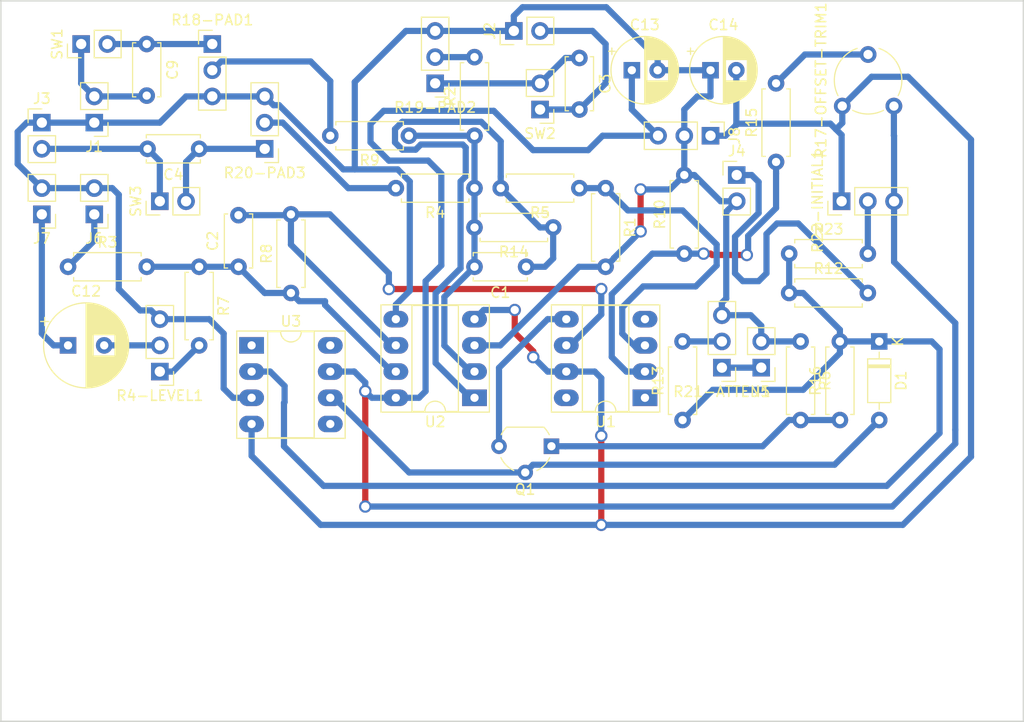
<source format=kicad_pcb>
(kicad_pcb (version 20171130) (host pcbnew "(5.0.2)-1")

  (general
    (thickness 1.6)
    (drawings 4)
    (tracks 336)
    (zones 0)
    (modules 47)
    (nets 37)
  )

  (page A4)
  (layers
    (0 F.Cu signal)
    (31 B.Cu signal)
    (32 B.Adhes user)
    (33 F.Adhes user)
    (34 B.Paste user)
    (35 F.Paste user)
    (36 B.SilkS user)
    (37 F.SilkS user)
    (38 B.Mask user)
    (39 F.Mask user)
    (40 Dwgs.User user)
    (41 Cmts.User user)
    (42 Eco1.User user)
    (43 Eco2.User user)
    (44 Edge.Cuts user)
    (45 Margin user)
    (46 B.CrtYd user)
    (47 F.CrtYd user)
    (48 B.Fab user)
    (49 F.Fab user hide)
  )

  (setup
    (last_trace_width 0.6)
    (trace_clearance 0.25)
    (zone_clearance 0.508)
    (zone_45_only no)
    (trace_min 0.6)
    (segment_width 0.2)
    (edge_width 0.15)
    (via_size 1.2)
    (via_drill 0.8)
    (via_min_size 1.2)
    (via_min_drill 0.8)
    (uvia_size 0.3)
    (uvia_drill 0.1)
    (uvias_allowed no)
    (uvia_min_size 0.2)
    (uvia_min_drill 0.1)
    (pcb_text_width 0.3)
    (pcb_text_size 1.5 1.5)
    (mod_edge_width 0.15)
    (mod_text_size 1 1)
    (mod_text_width 0.15)
    (pad_size 1.524 1.524)
    (pad_drill 0.762)
    (pad_to_mask_clearance 0.051)
    (solder_mask_min_width 0.25)
    (aux_axis_origin 0 0)
    (visible_elements 7EFFFFFF)
    (pcbplotparams
      (layerselection 0x010fc_ffffffff)
      (usegerberextensions false)
      (usegerberattributes false)
      (usegerberadvancedattributes false)
      (creategerberjobfile false)
      (excludeedgelayer true)
      (linewidth 0.100000)
      (plotframeref false)
      (viasonmask false)
      (mode 1)
      (useauxorigin false)
      (hpglpennumber 1)
      (hpglpenspeed 20)
      (hpglpendiameter 15.000000)
      (psnegative false)
      (psa4output false)
      (plotreference true)
      (plotvalue true)
      (plotinvisibletext false)
      (padsonsilk false)
      (subtractmaskfromsilk false)
      (outputformat 1)
      (mirror false)
      (drillshape 1)
      (scaleselection 1)
      (outputdirectory "output/"))
  )

  (net 0 "")
  (net 1 "Net-(C1-Pad2)")
  (net 2 "Net-(C1-Pad1)")
  (net 3 "Net-(C2-Pad1)")
  (net 4 "Net-(C2-Pad2)")
  (net 5 "Net-(C3-Pad2)")
  (net 6 "Net-(C3-Pad1)")
  (net 7 "Net-(C4-Pad1)")
  (net 8 "Net-(C4-Pad2)")
  (net 9 "Net-(C9-Pad1)")
  (net 10 "Net-(C9-Pad2)")
  (net 11 "Net-(C12-Pad1)")
  (net 12 "Net-(C12-Pad2)")
  (net 13 "Net-(D1-Pad1)")
  (net 14 "Net-(D1-Pad2)")
  (net 15 GNDREF)
  (net 16 "Net-(J4-PadT)")
  (net 17 "Net-(J5-PadT)")
  (net 18 "Net-(J6-PadT)")
  (net 19 "Net-(Q1-Pad3)")
  (net 20 "Net-(Q1-Pad1)")
  (net 21 "Net-(R1-Pad1)")
  (net 22 "Net-(R19-PAD2-Pad2)")
  (net 23 "Net-(R20-PAD3-Pad2)")
  (net 24 "Net-(R4-LEVEL1-Pad1)")
  (net 25 "Net-(R18-PAD1-Pad2)")
  (net 26 "Net-(R10-Pad1)")
  (net 27 "Net-(R13-Pad2)")
  (net 28 "Net-(R15-Pad2)")
  (net 29 "Net-(R22-INITIAL1-Pad2)")
  (net 30 -15V)
  (net 31 +15V)
  (net 32 "Net-(U1-Pad1)")
  (net 33 "Net-(U1-Pad8)")
  (net 34 "Net-(U3-Pad1)")
  (net 35 "Net-(U3-Pad5)")
  (net 36 "Net-(U3-Pad8)")

  (net_class Default "This is the default net class."
    (clearance 0.25)
    (trace_width 0.6)
    (via_dia 1.2)
    (via_drill 0.8)
    (uvia_dia 0.3)
    (uvia_drill 0.1)
    (diff_pair_gap 0.25)
    (diff_pair_width 0.6)
    (add_net +15V)
    (add_net -15V)
    (add_net GNDREF)
    (add_net "Net-(C1-Pad1)")
    (add_net "Net-(C1-Pad2)")
    (add_net "Net-(C12-Pad1)")
    (add_net "Net-(C12-Pad2)")
    (add_net "Net-(C2-Pad1)")
    (add_net "Net-(C2-Pad2)")
    (add_net "Net-(C3-Pad1)")
    (add_net "Net-(C3-Pad2)")
    (add_net "Net-(C4-Pad1)")
    (add_net "Net-(C4-Pad2)")
    (add_net "Net-(C9-Pad1)")
    (add_net "Net-(C9-Pad2)")
    (add_net "Net-(D1-Pad1)")
    (add_net "Net-(D1-Pad2)")
    (add_net "Net-(J4-PadT)")
    (add_net "Net-(J5-PadT)")
    (add_net "Net-(J6-PadT)")
    (add_net "Net-(Q1-Pad1)")
    (add_net "Net-(Q1-Pad3)")
    (add_net "Net-(R1-Pad1)")
    (add_net "Net-(R10-Pad1)")
    (add_net "Net-(R13-Pad2)")
    (add_net "Net-(R15-Pad2)")
    (add_net "Net-(R18-PAD1-Pad2)")
    (add_net "Net-(R19-PAD2-Pad2)")
    (add_net "Net-(R20-PAD3-Pad2)")
    (add_net "Net-(R22-INITIAL1-Pad2)")
    (add_net "Net-(R4-LEVEL1-Pad1)")
    (add_net "Net-(U1-Pad1)")
    (add_net "Net-(U1-Pad8)")
    (add_net "Net-(U3-Pad1)")
    (add_net "Net-(U3-Pad5)")
    (add_net "Net-(U3-Pad8)")
  )

  (module Package_DIP:DIP-8_W7.62mm_Socket_LongPads (layer F.Cu) (tedit 5A02E8C5) (tstamp 5CAE6ED0)
    (at 24.296391 34.67225)
    (descr "8-lead though-hole mounted DIP package, row spacing 7.62 mm (300 mils), Socket, LongPads")
    (tags "THT DIP DIL PDIP 2.54mm 7.62mm 300mil Socket LongPads")
    (path /5C82F324)
    (fp_text reference U3 (at 3.81 -2.33) (layer F.SilkS)
      (effects (font (size 1 1) (thickness 0.15)))
    )
    (fp_text value TL071 (at 3.81 9.95) (layer F.Fab)
      (effects (font (size 1 1) (thickness 0.15)))
    )
    (fp_arc (start 3.81 -1.33) (end 2.81 -1.33) (angle -180) (layer F.SilkS) (width 0.12))
    (fp_line (start 1.635 -1.27) (end 6.985 -1.27) (layer F.Fab) (width 0.1))
    (fp_line (start 6.985 -1.27) (end 6.985 8.89) (layer F.Fab) (width 0.1))
    (fp_line (start 6.985 8.89) (end 0.635 8.89) (layer F.Fab) (width 0.1))
    (fp_line (start 0.635 8.89) (end 0.635 -0.27) (layer F.Fab) (width 0.1))
    (fp_line (start 0.635 -0.27) (end 1.635 -1.27) (layer F.Fab) (width 0.1))
    (fp_line (start -1.27 -1.33) (end -1.27 8.95) (layer F.Fab) (width 0.1))
    (fp_line (start -1.27 8.95) (end 8.89 8.95) (layer F.Fab) (width 0.1))
    (fp_line (start 8.89 8.95) (end 8.89 -1.33) (layer F.Fab) (width 0.1))
    (fp_line (start 8.89 -1.33) (end -1.27 -1.33) (layer F.Fab) (width 0.1))
    (fp_line (start 2.81 -1.33) (end 1.56 -1.33) (layer F.SilkS) (width 0.12))
    (fp_line (start 1.56 -1.33) (end 1.56 8.95) (layer F.SilkS) (width 0.12))
    (fp_line (start 1.56 8.95) (end 6.06 8.95) (layer F.SilkS) (width 0.12))
    (fp_line (start 6.06 8.95) (end 6.06 -1.33) (layer F.SilkS) (width 0.12))
    (fp_line (start 6.06 -1.33) (end 4.81 -1.33) (layer F.SilkS) (width 0.12))
    (fp_line (start -1.44 -1.39) (end -1.44 9.01) (layer F.SilkS) (width 0.12))
    (fp_line (start -1.44 9.01) (end 9.06 9.01) (layer F.SilkS) (width 0.12))
    (fp_line (start 9.06 9.01) (end 9.06 -1.39) (layer F.SilkS) (width 0.12))
    (fp_line (start 9.06 -1.39) (end -1.44 -1.39) (layer F.SilkS) (width 0.12))
    (fp_line (start -1.55 -1.6) (end -1.55 9.2) (layer F.CrtYd) (width 0.05))
    (fp_line (start -1.55 9.2) (end 9.15 9.2) (layer F.CrtYd) (width 0.05))
    (fp_line (start 9.15 9.2) (end 9.15 -1.6) (layer F.CrtYd) (width 0.05))
    (fp_line (start 9.15 -1.6) (end -1.55 -1.6) (layer F.CrtYd) (width 0.05))
    (fp_text user %R (at 3.81 3.81) (layer F.Fab)
      (effects (font (size 1 1) (thickness 0.15)))
    )
    (pad 1 thru_hole rect (at 0 0) (size 2.4 1.6) (drill 0.8) (layers *.Cu *.Mask)
      (net 34 "Net-(U3-Pad1)"))
    (pad 5 thru_hole oval (at 7.62 7.62) (size 2.4 1.6) (drill 0.8) (layers *.Cu *.Mask)
      (net 35 "Net-(U3-Pad5)"))
    (pad 2 thru_hole oval (at 0 2.54) (size 2.4 1.6) (drill 0.8) (layers *.Cu *.Mask)
      (net 13 "Net-(D1-Pad1)"))
    (pad 6 thru_hole oval (at 7.62 5.08) (size 2.4 1.6) (drill 0.8) (layers *.Cu *.Mask)
      (net 14 "Net-(D1-Pad2)"))
    (pad 3 thru_hole oval (at 0 5.08) (size 2.4 1.6) (drill 0.8) (layers *.Cu *.Mask)
      (net 15 GNDREF))
    (pad 7 thru_hole oval (at 7.62 2.54) (size 2.4 1.6) (drill 0.8) (layers *.Cu *.Mask)
      (net 31 +15V))
    (pad 4 thru_hole oval (at 0 7.62) (size 2.4 1.6) (drill 0.8) (layers *.Cu *.Mask)
      (net 30 -15V))
    (pad 8 thru_hole oval (at 7.62 0) (size 2.4 1.6) (drill 0.8) (layers *.Cu *.Mask)
      (net 36 "Net-(U3-Pad8)"))
    (model ${KISYS3DMOD}/Package_DIP.3dshapes/DIP-8_W7.62mm_Socket.wrl
      (at (xyz 0 0 0))
      (scale (xyz 1 1 1))
      (rotate (xyz 0 0 0))
    )
  )

  (module Capacitor_THT:C_Disc_D5.0mm_W2.5mm_P5.00mm (layer F.Cu) (tedit 5AE50EF0) (tstamp 5CAE6A8A)
    (at 50.886391 27.05225 180)
    (descr "C, Disc series, Radial, pin pitch=5.00mm, , diameter*width=5*2.5mm^2, Capacitor, http://cdn-reichelt.de/documents/datenblatt/B300/DS_KERKO_TC.pdf")
    (tags "C Disc series Radial pin pitch 5.00mm  diameter 5mm width 2.5mm Capacitor")
    (path /5C7B2F66)
    (fp_text reference C1 (at 2.5 -2.5 180) (layer F.SilkS)
      (effects (font (size 1 1) (thickness 0.15)))
    )
    (fp_text value 10pF (at 2.5 2.5 180) (layer F.Fab)
      (effects (font (size 1 1) (thickness 0.15)))
    )
    (fp_text user %R (at 2.5 0 180) (layer F.Fab)
      (effects (font (size 1 1) (thickness 0.15)))
    )
    (fp_line (start 6.05 -1.5) (end -1.05 -1.5) (layer F.CrtYd) (width 0.05))
    (fp_line (start 6.05 1.5) (end 6.05 -1.5) (layer F.CrtYd) (width 0.05))
    (fp_line (start -1.05 1.5) (end 6.05 1.5) (layer F.CrtYd) (width 0.05))
    (fp_line (start -1.05 -1.5) (end -1.05 1.5) (layer F.CrtYd) (width 0.05))
    (fp_line (start 5.12 1.055) (end 5.12 1.37) (layer F.SilkS) (width 0.12))
    (fp_line (start 5.12 -1.37) (end 5.12 -1.055) (layer F.SilkS) (width 0.12))
    (fp_line (start -0.12 1.055) (end -0.12 1.37) (layer F.SilkS) (width 0.12))
    (fp_line (start -0.12 -1.37) (end -0.12 -1.055) (layer F.SilkS) (width 0.12))
    (fp_line (start -0.12 1.37) (end 5.12 1.37) (layer F.SilkS) (width 0.12))
    (fp_line (start -0.12 -1.37) (end 5.12 -1.37) (layer F.SilkS) (width 0.12))
    (fp_line (start 5 -1.25) (end 0 -1.25) (layer F.Fab) (width 0.1))
    (fp_line (start 5 1.25) (end 5 -1.25) (layer F.Fab) (width 0.1))
    (fp_line (start 0 1.25) (end 5 1.25) (layer F.Fab) (width 0.1))
    (fp_line (start 0 -1.25) (end 0 1.25) (layer F.Fab) (width 0.1))
    (pad 2 thru_hole circle (at 5 0 180) (size 1.6 1.6) (drill 0.8) (layers *.Cu *.Mask)
      (net 1 "Net-(C1-Pad2)"))
    (pad 1 thru_hole circle (at 0 0 180) (size 1.6 1.6) (drill 0.8) (layers *.Cu *.Mask)
      (net 2 "Net-(C1-Pad1)"))
    (model ${KISYS3DMOD}/Capacitor_THT.3dshapes/C_Disc_D5.0mm_W2.5mm_P5.00mm.wrl
      (at (xyz 0 0 0))
      (scale (xyz 1 1 1))
      (rotate (xyz 0 0 0))
    )
  )

  (module Capacitor_THT:C_Disc_D5.0mm_W2.5mm_P5.00mm (layer F.Cu) (tedit 5AE50EF0) (tstamp 5CAE6A9F)
    (at 23.026391 27.05225 90)
    (descr "C, Disc series, Radial, pin pitch=5.00mm, , diameter*width=5*2.5mm^2, Capacitor, http://cdn-reichelt.de/documents/datenblatt/B300/DS_KERKO_TC.pdf")
    (tags "C Disc series Radial pin pitch 5.00mm  diameter 5mm width 2.5mm Capacitor")
    (path /5C841FC7)
    (fp_text reference C2 (at 2.5 -2.5 90) (layer F.SilkS)
      (effects (font (size 1 1) (thickness 0.15)))
    )
    (fp_text value 22pF (at 2.5 2.5 90) (layer F.Fab)
      (effects (font (size 1 1) (thickness 0.15)))
    )
    (fp_line (start 0 -1.25) (end 0 1.25) (layer F.Fab) (width 0.1))
    (fp_line (start 0 1.25) (end 5 1.25) (layer F.Fab) (width 0.1))
    (fp_line (start 5 1.25) (end 5 -1.25) (layer F.Fab) (width 0.1))
    (fp_line (start 5 -1.25) (end 0 -1.25) (layer F.Fab) (width 0.1))
    (fp_line (start -0.12 -1.37) (end 5.12 -1.37) (layer F.SilkS) (width 0.12))
    (fp_line (start -0.12 1.37) (end 5.12 1.37) (layer F.SilkS) (width 0.12))
    (fp_line (start -0.12 -1.37) (end -0.12 -1.055) (layer F.SilkS) (width 0.12))
    (fp_line (start -0.12 1.055) (end -0.12 1.37) (layer F.SilkS) (width 0.12))
    (fp_line (start 5.12 -1.37) (end 5.12 -1.055) (layer F.SilkS) (width 0.12))
    (fp_line (start 5.12 1.055) (end 5.12 1.37) (layer F.SilkS) (width 0.12))
    (fp_line (start -1.05 -1.5) (end -1.05 1.5) (layer F.CrtYd) (width 0.05))
    (fp_line (start -1.05 1.5) (end 6.05 1.5) (layer F.CrtYd) (width 0.05))
    (fp_line (start 6.05 1.5) (end 6.05 -1.5) (layer F.CrtYd) (width 0.05))
    (fp_line (start 6.05 -1.5) (end -1.05 -1.5) (layer F.CrtYd) (width 0.05))
    (fp_text user %R (at 8.85 -1.27 90) (layer F.Fab)
      (effects (font (size 1 1) (thickness 0.15)))
    )
    (pad 1 thru_hole circle (at 0 0 90) (size 1.6 1.6) (drill 0.8) (layers *.Cu *.Mask)
      (net 3 "Net-(C2-Pad1)"))
    (pad 2 thru_hole circle (at 5 0 90) (size 1.6 1.6) (drill 0.8) (layers *.Cu *.Mask)
      (net 4 "Net-(C2-Pad2)"))
    (model ${KISYS3DMOD}/Capacitor_THT.3dshapes/C_Disc_D5.0mm_W2.5mm_P5.00mm.wrl
      (at (xyz 0 0 0))
      (scale (xyz 1 1 1))
      (rotate (xyz 0 0 0))
    )
  )

  (module Capacitor_THT:C_Disc_D5.0mm_W2.5mm_P5.00mm (layer F.Cu) (tedit 5AE50EF0) (tstamp 5CAE6AB4)
    (at 56.046391 6.81225 270)
    (descr "C, Disc series, Radial, pin pitch=5.00mm, , diameter*width=5*2.5mm^2, Capacitor, http://cdn-reichelt.de/documents/datenblatt/B300/DS_KERKO_TC.pdf")
    (tags "C Disc series Radial pin pitch 5.00mm  diameter 5mm width 2.5mm Capacitor")
    (path /5C7B09E9)
    (fp_text reference C3 (at 2.5 -2.5 270) (layer F.SilkS)
      (effects (font (size 1 1) (thickness 0.15)))
    )
    (fp_text value 0.22uF (at 2.5 2.5 270) (layer F.Fab)
      (effects (font (size 1 1) (thickness 0.15)))
    )
    (fp_text user %R (at 2.5 0 270) (layer F.Fab)
      (effects (font (size 1 1) (thickness 0.15)))
    )
    (fp_line (start 6.05 -1.5) (end -1.05 -1.5) (layer F.CrtYd) (width 0.05))
    (fp_line (start 6.05 1.5) (end 6.05 -1.5) (layer F.CrtYd) (width 0.05))
    (fp_line (start -1.05 1.5) (end 6.05 1.5) (layer F.CrtYd) (width 0.05))
    (fp_line (start -1.05 -1.5) (end -1.05 1.5) (layer F.CrtYd) (width 0.05))
    (fp_line (start 5.12 1.055) (end 5.12 1.37) (layer F.SilkS) (width 0.12))
    (fp_line (start 5.12 -1.37) (end 5.12 -1.055) (layer F.SilkS) (width 0.12))
    (fp_line (start -0.12 1.055) (end -0.12 1.37) (layer F.SilkS) (width 0.12))
    (fp_line (start -0.12 -1.37) (end -0.12 -1.055) (layer F.SilkS) (width 0.12))
    (fp_line (start -0.12 1.37) (end 5.12 1.37) (layer F.SilkS) (width 0.12))
    (fp_line (start -0.12 -1.37) (end 5.12 -1.37) (layer F.SilkS) (width 0.12))
    (fp_line (start 5 -1.25) (end 0 -1.25) (layer F.Fab) (width 0.1))
    (fp_line (start 5 1.25) (end 5 -1.25) (layer F.Fab) (width 0.1))
    (fp_line (start 0 1.25) (end 5 1.25) (layer F.Fab) (width 0.1))
    (fp_line (start 0 -1.25) (end 0 1.25) (layer F.Fab) (width 0.1))
    (pad 2 thru_hole circle (at 5 0 270) (size 1.6 1.6) (drill 0.8) (layers *.Cu *.Mask)
      (net 5 "Net-(C3-Pad2)"))
    (pad 1 thru_hole circle (at 0 0 270) (size 1.6 1.6) (drill 0.8) (layers *.Cu *.Mask)
      (net 6 "Net-(C3-Pad1)"))
    (model ${KISYS3DMOD}/Capacitor_THT.3dshapes/C_Disc_D5.0mm_W2.5mm_P5.00mm.wrl
      (at (xyz 0 0 0))
      (scale (xyz 1 1 1))
      (rotate (xyz 0 0 0))
    )
  )

  (module Capacitor_THT:C_Disc_D5.0mm_W2.5mm_P5.00mm (layer F.Cu) (tedit 5AE50EF0) (tstamp 5CAE6AC9)
    (at 19.216391 15.62225 180)
    (descr "C, Disc series, Radial, pin pitch=5.00mm, , diameter*width=5*2.5mm^2, Capacitor, http://cdn-reichelt.de/documents/datenblatt/B300/DS_KERKO_TC.pdf")
    (tags "C Disc series Radial pin pitch 5.00mm  diameter 5mm width 2.5mm Capacitor")
    (path /5C7B121D)
    (fp_text reference C4 (at 2.5 -2.5 180) (layer F.SilkS)
      (effects (font (size 1 1) (thickness 0.15)))
    )
    (fp_text value 0.22uF (at 2.5 2.5 180) (layer F.Fab)
      (effects (font (size 1 1) (thickness 0.15)))
    )
    (fp_line (start 0 -1.25) (end 0 1.25) (layer F.Fab) (width 0.1))
    (fp_line (start 0 1.25) (end 5 1.25) (layer F.Fab) (width 0.1))
    (fp_line (start 5 1.25) (end 5 -1.25) (layer F.Fab) (width 0.1))
    (fp_line (start 5 -1.25) (end 0 -1.25) (layer F.Fab) (width 0.1))
    (fp_line (start -0.12 -1.37) (end 5.12 -1.37) (layer F.SilkS) (width 0.12))
    (fp_line (start -0.12 1.37) (end 5.12 1.37) (layer F.SilkS) (width 0.12))
    (fp_line (start -0.12 -1.37) (end -0.12 -1.055) (layer F.SilkS) (width 0.12))
    (fp_line (start -0.12 1.055) (end -0.12 1.37) (layer F.SilkS) (width 0.12))
    (fp_line (start 5.12 -1.37) (end 5.12 -1.055) (layer F.SilkS) (width 0.12))
    (fp_line (start 5.12 1.055) (end 5.12 1.37) (layer F.SilkS) (width 0.12))
    (fp_line (start -1.05 -1.5) (end -1.05 1.5) (layer F.CrtYd) (width 0.05))
    (fp_line (start -1.05 1.5) (end 6.05 1.5) (layer F.CrtYd) (width 0.05))
    (fp_line (start 6.05 1.5) (end 6.05 -1.5) (layer F.CrtYd) (width 0.05))
    (fp_line (start 6.05 -1.5) (end -1.05 -1.5) (layer F.CrtYd) (width 0.05))
    (fp_text user %R (at 2.5 0 180) (layer F.Fab)
      (effects (font (size 1 1) (thickness 0.15)))
    )
    (pad 1 thru_hole circle (at 0 0 180) (size 1.6 1.6) (drill 0.8) (layers *.Cu *.Mask)
      (net 7 "Net-(C4-Pad1)"))
    (pad 2 thru_hole circle (at 5 0 180) (size 1.6 1.6) (drill 0.8) (layers *.Cu *.Mask)
      (net 8 "Net-(C4-Pad2)"))
    (model ${KISYS3DMOD}/Capacitor_THT.3dshapes/C_Disc_D5.0mm_W2.5mm_P5.00mm.wrl
      (at (xyz 0 0 0))
      (scale (xyz 1 1 1))
      (rotate (xyz 0 0 0))
    )
  )

  (module Capacitor_THT:C_Disc_D5.0mm_W2.5mm_P5.00mm (layer F.Cu) (tedit 5AE50EF0) (tstamp 5CAE6ADE)
    (at 14.136391 5.46225 270)
    (descr "C, Disc series, Radial, pin pitch=5.00mm, , diameter*width=5*2.5mm^2, Capacitor, http://cdn-reichelt.de/documents/datenblatt/B300/DS_KERKO_TC.pdf")
    (tags "C Disc series Radial pin pitch 5.00mm  diameter 5mm width 2.5mm Capacitor")
    (path /5C7AF8C1)
    (fp_text reference C9 (at 2.5 -2.5 270) (layer F.SilkS)
      (effects (font (size 1 1) (thickness 0.15)))
    )
    (fp_text value 0.22uF (at 2.5 2.5 270) (layer F.Fab)
      (effects (font (size 1 1) (thickness 0.15)))
    )
    (fp_line (start 0 -1.25) (end 0 1.25) (layer F.Fab) (width 0.1))
    (fp_line (start 0 1.25) (end 5 1.25) (layer F.Fab) (width 0.1))
    (fp_line (start 5 1.25) (end 5 -1.25) (layer F.Fab) (width 0.1))
    (fp_line (start 5 -1.25) (end 0 -1.25) (layer F.Fab) (width 0.1))
    (fp_line (start -0.12 -1.37) (end 5.12 -1.37) (layer F.SilkS) (width 0.12))
    (fp_line (start -0.12 1.37) (end 5.12 1.37) (layer F.SilkS) (width 0.12))
    (fp_line (start -0.12 -1.37) (end -0.12 -1.055) (layer F.SilkS) (width 0.12))
    (fp_line (start -0.12 1.055) (end -0.12 1.37) (layer F.SilkS) (width 0.12))
    (fp_line (start 5.12 -1.37) (end 5.12 -1.055) (layer F.SilkS) (width 0.12))
    (fp_line (start 5.12 1.055) (end 5.12 1.37) (layer F.SilkS) (width 0.12))
    (fp_line (start -1.05 -1.5) (end -1.05 1.5) (layer F.CrtYd) (width 0.05))
    (fp_line (start -1.05 1.5) (end 6.05 1.5) (layer F.CrtYd) (width 0.05))
    (fp_line (start 6.05 1.5) (end 6.05 -1.5) (layer F.CrtYd) (width 0.05))
    (fp_line (start 6.05 -1.5) (end -1.05 -1.5) (layer F.CrtYd) (width 0.05))
    (fp_text user %R (at 2.5 0 270) (layer F.Fab)
      (effects (font (size 1 1) (thickness 0.15)))
    )
    (pad 1 thru_hole circle (at 0 0 270) (size 1.6 1.6) (drill 0.8) (layers *.Cu *.Mask)
      (net 9 "Net-(C9-Pad1)"))
    (pad 2 thru_hole circle (at 5 0 270) (size 1.6 1.6) (drill 0.8) (layers *.Cu *.Mask)
      (net 10 "Net-(C9-Pad2)"))
    (model ${KISYS3DMOD}/Capacitor_THT.3dshapes/C_Disc_D5.0mm_W2.5mm_P5.00mm.wrl
      (at (xyz 0 0 0))
      (scale (xyz 1 1 1))
      (rotate (xyz 0 0 0))
    )
  )

  (module Capacitor_THT:CP_Radial_D8.0mm_P3.50mm (layer F.Cu) (tedit 5AE50EF0) (tstamp 5CAE6B87)
    (at 6.516391 34.67225)
    (descr "CP, Radial series, Radial, pin pitch=3.50mm, , diameter=8mm, Electrolytic Capacitor")
    (tags "CP Radial series Radial pin pitch 3.50mm  diameter 8mm Electrolytic Capacitor")
    (path /5C849893)
    (fp_text reference C12 (at 1.75 -5.25) (layer F.SilkS)
      (effects (font (size 1 1) (thickness 0.15)))
    )
    (fp_text value "2.2uF NP" (at 1.75 5.25) (layer F.Fab)
      (effects (font (size 1 1) (thickness 0.15)))
    )
    (fp_circle (center 1.75 0) (end 5.75 0) (layer F.Fab) (width 0.1))
    (fp_circle (center 1.75 0) (end 5.87 0) (layer F.SilkS) (width 0.12))
    (fp_circle (center 1.75 0) (end 6 0) (layer F.CrtYd) (width 0.05))
    (fp_line (start -1.676759 -1.7475) (end -0.876759 -1.7475) (layer F.Fab) (width 0.1))
    (fp_line (start -1.276759 -2.1475) (end -1.276759 -1.3475) (layer F.Fab) (width 0.1))
    (fp_line (start 1.75 -4.08) (end 1.75 4.08) (layer F.SilkS) (width 0.12))
    (fp_line (start 1.79 -4.08) (end 1.79 4.08) (layer F.SilkS) (width 0.12))
    (fp_line (start 1.83 -4.08) (end 1.83 4.08) (layer F.SilkS) (width 0.12))
    (fp_line (start 1.87 -4.079) (end 1.87 4.079) (layer F.SilkS) (width 0.12))
    (fp_line (start 1.91 -4.077) (end 1.91 4.077) (layer F.SilkS) (width 0.12))
    (fp_line (start 1.95 -4.076) (end 1.95 4.076) (layer F.SilkS) (width 0.12))
    (fp_line (start 1.99 -4.074) (end 1.99 4.074) (layer F.SilkS) (width 0.12))
    (fp_line (start 2.03 -4.071) (end 2.03 4.071) (layer F.SilkS) (width 0.12))
    (fp_line (start 2.07 -4.068) (end 2.07 4.068) (layer F.SilkS) (width 0.12))
    (fp_line (start 2.11 -4.065) (end 2.11 4.065) (layer F.SilkS) (width 0.12))
    (fp_line (start 2.15 -4.061) (end 2.15 4.061) (layer F.SilkS) (width 0.12))
    (fp_line (start 2.19 -4.057) (end 2.19 4.057) (layer F.SilkS) (width 0.12))
    (fp_line (start 2.23 -4.052) (end 2.23 4.052) (layer F.SilkS) (width 0.12))
    (fp_line (start 2.27 -4.048) (end 2.27 4.048) (layer F.SilkS) (width 0.12))
    (fp_line (start 2.31 -4.042) (end 2.31 4.042) (layer F.SilkS) (width 0.12))
    (fp_line (start 2.35 -4.037) (end 2.35 4.037) (layer F.SilkS) (width 0.12))
    (fp_line (start 2.39 -4.03) (end 2.39 4.03) (layer F.SilkS) (width 0.12))
    (fp_line (start 2.43 -4.024) (end 2.43 4.024) (layer F.SilkS) (width 0.12))
    (fp_line (start 2.471 -4.017) (end 2.471 -1.04) (layer F.SilkS) (width 0.12))
    (fp_line (start 2.471 1.04) (end 2.471 4.017) (layer F.SilkS) (width 0.12))
    (fp_line (start 2.511 -4.01) (end 2.511 -1.04) (layer F.SilkS) (width 0.12))
    (fp_line (start 2.511 1.04) (end 2.511 4.01) (layer F.SilkS) (width 0.12))
    (fp_line (start 2.551 -4.002) (end 2.551 -1.04) (layer F.SilkS) (width 0.12))
    (fp_line (start 2.551 1.04) (end 2.551 4.002) (layer F.SilkS) (width 0.12))
    (fp_line (start 2.591 -3.994) (end 2.591 -1.04) (layer F.SilkS) (width 0.12))
    (fp_line (start 2.591 1.04) (end 2.591 3.994) (layer F.SilkS) (width 0.12))
    (fp_line (start 2.631 -3.985) (end 2.631 -1.04) (layer F.SilkS) (width 0.12))
    (fp_line (start 2.631 1.04) (end 2.631 3.985) (layer F.SilkS) (width 0.12))
    (fp_line (start 2.671 -3.976) (end 2.671 -1.04) (layer F.SilkS) (width 0.12))
    (fp_line (start 2.671 1.04) (end 2.671 3.976) (layer F.SilkS) (width 0.12))
    (fp_line (start 2.711 -3.967) (end 2.711 -1.04) (layer F.SilkS) (width 0.12))
    (fp_line (start 2.711 1.04) (end 2.711 3.967) (layer F.SilkS) (width 0.12))
    (fp_line (start 2.751 -3.957) (end 2.751 -1.04) (layer F.SilkS) (width 0.12))
    (fp_line (start 2.751 1.04) (end 2.751 3.957) (layer F.SilkS) (width 0.12))
    (fp_line (start 2.791 -3.947) (end 2.791 -1.04) (layer F.SilkS) (width 0.12))
    (fp_line (start 2.791 1.04) (end 2.791 3.947) (layer F.SilkS) (width 0.12))
    (fp_line (start 2.831 -3.936) (end 2.831 -1.04) (layer F.SilkS) (width 0.12))
    (fp_line (start 2.831 1.04) (end 2.831 3.936) (layer F.SilkS) (width 0.12))
    (fp_line (start 2.871 -3.925) (end 2.871 -1.04) (layer F.SilkS) (width 0.12))
    (fp_line (start 2.871 1.04) (end 2.871 3.925) (layer F.SilkS) (width 0.12))
    (fp_line (start 2.911 -3.914) (end 2.911 -1.04) (layer F.SilkS) (width 0.12))
    (fp_line (start 2.911 1.04) (end 2.911 3.914) (layer F.SilkS) (width 0.12))
    (fp_line (start 2.951 -3.902) (end 2.951 -1.04) (layer F.SilkS) (width 0.12))
    (fp_line (start 2.951 1.04) (end 2.951 3.902) (layer F.SilkS) (width 0.12))
    (fp_line (start 2.991 -3.889) (end 2.991 -1.04) (layer F.SilkS) (width 0.12))
    (fp_line (start 2.991 1.04) (end 2.991 3.889) (layer F.SilkS) (width 0.12))
    (fp_line (start 3.031 -3.877) (end 3.031 -1.04) (layer F.SilkS) (width 0.12))
    (fp_line (start 3.031 1.04) (end 3.031 3.877) (layer F.SilkS) (width 0.12))
    (fp_line (start 3.071 -3.863) (end 3.071 -1.04) (layer F.SilkS) (width 0.12))
    (fp_line (start 3.071 1.04) (end 3.071 3.863) (layer F.SilkS) (width 0.12))
    (fp_line (start 3.111 -3.85) (end 3.111 -1.04) (layer F.SilkS) (width 0.12))
    (fp_line (start 3.111 1.04) (end 3.111 3.85) (layer F.SilkS) (width 0.12))
    (fp_line (start 3.151 -3.835) (end 3.151 -1.04) (layer F.SilkS) (width 0.12))
    (fp_line (start 3.151 1.04) (end 3.151 3.835) (layer F.SilkS) (width 0.12))
    (fp_line (start 3.191 -3.821) (end 3.191 -1.04) (layer F.SilkS) (width 0.12))
    (fp_line (start 3.191 1.04) (end 3.191 3.821) (layer F.SilkS) (width 0.12))
    (fp_line (start 3.231 -3.805) (end 3.231 -1.04) (layer F.SilkS) (width 0.12))
    (fp_line (start 3.231 1.04) (end 3.231 3.805) (layer F.SilkS) (width 0.12))
    (fp_line (start 3.271 -3.79) (end 3.271 -1.04) (layer F.SilkS) (width 0.12))
    (fp_line (start 3.271 1.04) (end 3.271 3.79) (layer F.SilkS) (width 0.12))
    (fp_line (start 3.311 -3.774) (end 3.311 -1.04) (layer F.SilkS) (width 0.12))
    (fp_line (start 3.311 1.04) (end 3.311 3.774) (layer F.SilkS) (width 0.12))
    (fp_line (start 3.351 -3.757) (end 3.351 -1.04) (layer F.SilkS) (width 0.12))
    (fp_line (start 3.351 1.04) (end 3.351 3.757) (layer F.SilkS) (width 0.12))
    (fp_line (start 3.391 -3.74) (end 3.391 -1.04) (layer F.SilkS) (width 0.12))
    (fp_line (start 3.391 1.04) (end 3.391 3.74) (layer F.SilkS) (width 0.12))
    (fp_line (start 3.431 -3.722) (end 3.431 -1.04) (layer F.SilkS) (width 0.12))
    (fp_line (start 3.431 1.04) (end 3.431 3.722) (layer F.SilkS) (width 0.12))
    (fp_line (start 3.471 -3.704) (end 3.471 -1.04) (layer F.SilkS) (width 0.12))
    (fp_line (start 3.471 1.04) (end 3.471 3.704) (layer F.SilkS) (width 0.12))
    (fp_line (start 3.511 -3.686) (end 3.511 -1.04) (layer F.SilkS) (width 0.12))
    (fp_line (start 3.511 1.04) (end 3.511 3.686) (layer F.SilkS) (width 0.12))
    (fp_line (start 3.551 -3.666) (end 3.551 -1.04) (layer F.SilkS) (width 0.12))
    (fp_line (start 3.551 1.04) (end 3.551 3.666) (layer F.SilkS) (width 0.12))
    (fp_line (start 3.591 -3.647) (end 3.591 -1.04) (layer F.SilkS) (width 0.12))
    (fp_line (start 3.591 1.04) (end 3.591 3.647) (layer F.SilkS) (width 0.12))
    (fp_line (start 3.631 -3.627) (end 3.631 -1.04) (layer F.SilkS) (width 0.12))
    (fp_line (start 3.631 1.04) (end 3.631 3.627) (layer F.SilkS) (width 0.12))
    (fp_line (start 3.671 -3.606) (end 3.671 -1.04) (layer F.SilkS) (width 0.12))
    (fp_line (start 3.671 1.04) (end 3.671 3.606) (layer F.SilkS) (width 0.12))
    (fp_line (start 3.711 -3.584) (end 3.711 -1.04) (layer F.SilkS) (width 0.12))
    (fp_line (start 3.711 1.04) (end 3.711 3.584) (layer F.SilkS) (width 0.12))
    (fp_line (start 3.751 -3.562) (end 3.751 -1.04) (layer F.SilkS) (width 0.12))
    (fp_line (start 3.751 1.04) (end 3.751 3.562) (layer F.SilkS) (width 0.12))
    (fp_line (start 3.791 -3.54) (end 3.791 -1.04) (layer F.SilkS) (width 0.12))
    (fp_line (start 3.791 1.04) (end 3.791 3.54) (layer F.SilkS) (width 0.12))
    (fp_line (start 3.831 -3.517) (end 3.831 -1.04) (layer F.SilkS) (width 0.12))
    (fp_line (start 3.831 1.04) (end 3.831 3.517) (layer F.SilkS) (width 0.12))
    (fp_line (start 3.871 -3.493) (end 3.871 -1.04) (layer F.SilkS) (width 0.12))
    (fp_line (start 3.871 1.04) (end 3.871 3.493) (layer F.SilkS) (width 0.12))
    (fp_line (start 3.911 -3.469) (end 3.911 -1.04) (layer F.SilkS) (width 0.12))
    (fp_line (start 3.911 1.04) (end 3.911 3.469) (layer F.SilkS) (width 0.12))
    (fp_line (start 3.951 -3.444) (end 3.951 -1.04) (layer F.SilkS) (width 0.12))
    (fp_line (start 3.951 1.04) (end 3.951 3.444) (layer F.SilkS) (width 0.12))
    (fp_line (start 3.991 -3.418) (end 3.991 -1.04) (layer F.SilkS) (width 0.12))
    (fp_line (start 3.991 1.04) (end 3.991 3.418) (layer F.SilkS) (width 0.12))
    (fp_line (start 4.031 -3.392) (end 4.031 -1.04) (layer F.SilkS) (width 0.12))
    (fp_line (start 4.031 1.04) (end 4.031 3.392) (layer F.SilkS) (width 0.12))
    (fp_line (start 4.071 -3.365) (end 4.071 -1.04) (layer F.SilkS) (width 0.12))
    (fp_line (start 4.071 1.04) (end 4.071 3.365) (layer F.SilkS) (width 0.12))
    (fp_line (start 4.111 -3.338) (end 4.111 -1.04) (layer F.SilkS) (width 0.12))
    (fp_line (start 4.111 1.04) (end 4.111 3.338) (layer F.SilkS) (width 0.12))
    (fp_line (start 4.151 -3.309) (end 4.151 -1.04) (layer F.SilkS) (width 0.12))
    (fp_line (start 4.151 1.04) (end 4.151 3.309) (layer F.SilkS) (width 0.12))
    (fp_line (start 4.191 -3.28) (end 4.191 -1.04) (layer F.SilkS) (width 0.12))
    (fp_line (start 4.191 1.04) (end 4.191 3.28) (layer F.SilkS) (width 0.12))
    (fp_line (start 4.231 -3.25) (end 4.231 -1.04) (layer F.SilkS) (width 0.12))
    (fp_line (start 4.231 1.04) (end 4.231 3.25) (layer F.SilkS) (width 0.12))
    (fp_line (start 4.271 -3.22) (end 4.271 -1.04) (layer F.SilkS) (width 0.12))
    (fp_line (start 4.271 1.04) (end 4.271 3.22) (layer F.SilkS) (width 0.12))
    (fp_line (start 4.311 -3.189) (end 4.311 -1.04) (layer F.SilkS) (width 0.12))
    (fp_line (start 4.311 1.04) (end 4.311 3.189) (layer F.SilkS) (width 0.12))
    (fp_line (start 4.351 -3.156) (end 4.351 -1.04) (layer F.SilkS) (width 0.12))
    (fp_line (start 4.351 1.04) (end 4.351 3.156) (layer F.SilkS) (width 0.12))
    (fp_line (start 4.391 -3.124) (end 4.391 -1.04) (layer F.SilkS) (width 0.12))
    (fp_line (start 4.391 1.04) (end 4.391 3.124) (layer F.SilkS) (width 0.12))
    (fp_line (start 4.431 -3.09) (end 4.431 -1.04) (layer F.SilkS) (width 0.12))
    (fp_line (start 4.431 1.04) (end 4.431 3.09) (layer F.SilkS) (width 0.12))
    (fp_line (start 4.471 -3.055) (end 4.471 -1.04) (layer F.SilkS) (width 0.12))
    (fp_line (start 4.471 1.04) (end 4.471 3.055) (layer F.SilkS) (width 0.12))
    (fp_line (start 4.511 -3.019) (end 4.511 -1.04) (layer F.SilkS) (width 0.12))
    (fp_line (start 4.511 1.04) (end 4.511 3.019) (layer F.SilkS) (width 0.12))
    (fp_line (start 4.551 -2.983) (end 4.551 2.983) (layer F.SilkS) (width 0.12))
    (fp_line (start 4.591 -2.945) (end 4.591 2.945) (layer F.SilkS) (width 0.12))
    (fp_line (start 4.631 -2.907) (end 4.631 2.907) (layer F.SilkS) (width 0.12))
    (fp_line (start 4.671 -2.867) (end 4.671 2.867) (layer F.SilkS) (width 0.12))
    (fp_line (start 4.711 -2.826) (end 4.711 2.826) (layer F.SilkS) (width 0.12))
    (fp_line (start 4.751 -2.784) (end 4.751 2.784) (layer F.SilkS) (width 0.12))
    (fp_line (start 4.791 -2.741) (end 4.791 2.741) (layer F.SilkS) (width 0.12))
    (fp_line (start 4.831 -2.697) (end 4.831 2.697) (layer F.SilkS) (width 0.12))
    (fp_line (start 4.871 -2.651) (end 4.871 2.651) (layer F.SilkS) (width 0.12))
    (fp_line (start 4.911 -2.604) (end 4.911 2.604) (layer F.SilkS) (width 0.12))
    (fp_line (start 4.951 -2.556) (end 4.951 2.556) (layer F.SilkS) (width 0.12))
    (fp_line (start 4.991 -2.505) (end 4.991 2.505) (layer F.SilkS) (width 0.12))
    (fp_line (start 5.031 -2.454) (end 5.031 2.454) (layer F.SilkS) (width 0.12))
    (fp_line (start 5.071 -2.4) (end 5.071 2.4) (layer F.SilkS) (width 0.12))
    (fp_line (start 5.111 -2.345) (end 5.111 2.345) (layer F.SilkS) (width 0.12))
    (fp_line (start 5.151 -2.287) (end 5.151 2.287) (layer F.SilkS) (width 0.12))
    (fp_line (start 5.191 -2.228) (end 5.191 2.228) (layer F.SilkS) (width 0.12))
    (fp_line (start 5.231 -2.166) (end 5.231 2.166) (layer F.SilkS) (width 0.12))
    (fp_line (start 5.271 -2.102) (end 5.271 2.102) (layer F.SilkS) (width 0.12))
    (fp_line (start 5.311 -2.034) (end 5.311 2.034) (layer F.SilkS) (width 0.12))
    (fp_line (start 5.351 -1.964) (end 5.351 1.964) (layer F.SilkS) (width 0.12))
    (fp_line (start 5.391 -1.89) (end 5.391 1.89) (layer F.SilkS) (width 0.12))
    (fp_line (start 5.431 -1.813) (end 5.431 1.813) (layer F.SilkS) (width 0.12))
    (fp_line (start 5.471 -1.731) (end 5.471 1.731) (layer F.SilkS) (width 0.12))
    (fp_line (start 5.511 -1.645) (end 5.511 1.645) (layer F.SilkS) (width 0.12))
    (fp_line (start 5.551 -1.552) (end 5.551 1.552) (layer F.SilkS) (width 0.12))
    (fp_line (start 5.591 -1.453) (end 5.591 1.453) (layer F.SilkS) (width 0.12))
    (fp_line (start 5.631 -1.346) (end 5.631 1.346) (layer F.SilkS) (width 0.12))
    (fp_line (start 5.671 -1.229) (end 5.671 1.229) (layer F.SilkS) (width 0.12))
    (fp_line (start 5.711 -1.098) (end 5.711 1.098) (layer F.SilkS) (width 0.12))
    (fp_line (start 5.751 -0.948) (end 5.751 0.948) (layer F.SilkS) (width 0.12))
    (fp_line (start 5.791 -0.768) (end 5.791 0.768) (layer F.SilkS) (width 0.12))
    (fp_line (start 5.831 -0.533) (end 5.831 0.533) (layer F.SilkS) (width 0.12))
    (fp_line (start -2.659698 -2.315) (end -1.859698 -2.315) (layer F.SilkS) (width 0.12))
    (fp_line (start -2.259698 -2.715) (end -2.259698 -1.915) (layer F.SilkS) (width 0.12))
    (fp_text user %R (at 1.75 0) (layer F.Fab)
      (effects (font (size 1 1) (thickness 0.15)))
    )
    (pad 1 thru_hole rect (at 0 0) (size 1.6 1.6) (drill 0.8) (layers *.Cu *.Mask)
      (net 11 "Net-(C12-Pad1)"))
    (pad 2 thru_hole circle (at 3.5 0) (size 1.6 1.6) (drill 0.8) (layers *.Cu *.Mask)
      (net 12 "Net-(C12-Pad2)"))
    (model ${KISYS3DMOD}/Capacitor_THT.3dshapes/CP_Radial_D8.0mm_P3.50mm.wrl
      (at (xyz 0 0 0))
      (scale (xyz 1 1 1))
      (rotate (xyz 0 0 0))
    )
  )

  (module Diode_THT:D_DO-35_SOD27_P7.62mm_Horizontal (layer F.Cu) (tedit 5AE50CD5) (tstamp 5CAE6BA6)
    (at 85.09 34.29 270)
    (descr "Diode, DO-35_SOD27 series, Axial, Horizontal, pin pitch=7.62mm, , length*diameter=4*2mm^2, , http://www.diodes.com/_files/packages/DO-35.pdf")
    (tags "Diode DO-35_SOD27 series Axial Horizontal pin pitch 7.62mm  length 4mm diameter 2mm")
    (path /5C7C55E6)
    (fp_text reference D1 (at 3.81 -2.12 270) (layer F.SilkS)
      (effects (font (size 1 1) (thickness 0.15)))
    )
    (fp_text value 1N914 (at 3.81 2.12 270) (layer F.Fab)
      (effects (font (size 1 1) (thickness 0.15)))
    )
    (fp_line (start 1.81 -1) (end 1.81 1) (layer F.Fab) (width 0.1))
    (fp_line (start 1.81 1) (end 5.81 1) (layer F.Fab) (width 0.1))
    (fp_line (start 5.81 1) (end 5.81 -1) (layer F.Fab) (width 0.1))
    (fp_line (start 5.81 -1) (end 1.81 -1) (layer F.Fab) (width 0.1))
    (fp_line (start 0 0) (end 1.81 0) (layer F.Fab) (width 0.1))
    (fp_line (start 7.62 0) (end 5.81 0) (layer F.Fab) (width 0.1))
    (fp_line (start 2.41 -1) (end 2.41 1) (layer F.Fab) (width 0.1))
    (fp_line (start 2.51 -1) (end 2.51 1) (layer F.Fab) (width 0.1))
    (fp_line (start 2.31 -1) (end 2.31 1) (layer F.Fab) (width 0.1))
    (fp_line (start 1.69 -1.12) (end 1.69 1.12) (layer F.SilkS) (width 0.12))
    (fp_line (start 1.69 1.12) (end 5.93 1.12) (layer F.SilkS) (width 0.12))
    (fp_line (start 5.93 1.12) (end 5.93 -1.12) (layer F.SilkS) (width 0.12))
    (fp_line (start 5.93 -1.12) (end 1.69 -1.12) (layer F.SilkS) (width 0.12))
    (fp_line (start 1.04 0) (end 1.69 0) (layer F.SilkS) (width 0.12))
    (fp_line (start 6.58 0) (end 5.93 0) (layer F.SilkS) (width 0.12))
    (fp_line (start 2.41 -1.12) (end 2.41 1.12) (layer F.SilkS) (width 0.12))
    (fp_line (start 2.53 -1.12) (end 2.53 1.12) (layer F.SilkS) (width 0.12))
    (fp_line (start 2.29 -1.12) (end 2.29 1.12) (layer F.SilkS) (width 0.12))
    (fp_line (start -1.05 -1.25) (end -1.05 1.25) (layer F.CrtYd) (width 0.05))
    (fp_line (start -1.05 1.25) (end 8.67 1.25) (layer F.CrtYd) (width 0.05))
    (fp_line (start 8.67 1.25) (end 8.67 -1.25) (layer F.CrtYd) (width 0.05))
    (fp_line (start 8.67 -1.25) (end -1.05 -1.25) (layer F.CrtYd) (width 0.05))
    (fp_text user %R (at 4.11 0 270) (layer F.Fab)
      (effects (font (size 0.8 0.8) (thickness 0.12)))
    )
    (fp_text user K (at 0 -1.8 270) (layer F.Fab)
      (effects (font (size 1 1) (thickness 0.15)))
    )
    (fp_text user K (at 0 -1.8 270) (layer F.SilkS)
      (effects (font (size 1 1) (thickness 0.15)))
    )
    (pad 1 thru_hole rect (at 0 0 270) (size 1.6 1.6) (drill 0.8) (layers *.Cu *.Mask)
      (net 13 "Net-(D1-Pad1)"))
    (pad 2 thru_hole oval (at 7.62 0 270) (size 1.6 1.6) (drill 0.8) (layers *.Cu *.Mask)
      (net 14 "Net-(D1-Pad2)"))
    (model ${KISYS3DMOD}/Diode_THT.3dshapes/D_DO-35_SOD27_P7.62mm_Horizontal.wrl
      (at (xyz 0 0 0))
      (scale (xyz 1 1 1))
      (rotate (xyz 0 0 0))
    )
  )

  (module kicad_footprints:PinHeader_1x02_P2.54mm_Vertical_audio (layer F.Cu) (tedit 5C7BCD2A) (tstamp 5CAE6BBC)
    (at 9.056391 13.08225 180)
    (descr "Through hole straight pin header, 1x02, 2.54mm pitch, single row")
    (tags "Through hole pin header THT 1x02 2.54mm single row")
    (path /5C7B0494)
    (fp_text reference J1 (at 0 -2.33 180) (layer F.SilkS)
      (effects (font (size 1 1) (thickness 0.15)))
    )
    (fp_text value AudioJack2 (at 0 4.87 180) (layer F.Fab)
      (effects (font (size 1 1) (thickness 0.15)))
    )
    (fp_line (start -0.635 -1.27) (end 1.27 -1.27) (layer F.Fab) (width 0.1))
    (fp_line (start 1.27 -1.27) (end 1.27 3.81) (layer F.Fab) (width 0.1))
    (fp_line (start 1.27 3.81) (end -1.27 3.81) (layer F.Fab) (width 0.1))
    (fp_line (start -1.27 3.81) (end -1.27 -0.635) (layer F.Fab) (width 0.1))
    (fp_line (start -1.27 -0.635) (end -0.635 -1.27) (layer F.Fab) (width 0.1))
    (fp_line (start -1.33 3.87) (end 1.33 3.87) (layer F.SilkS) (width 0.12))
    (fp_line (start -1.33 1.27) (end -1.33 3.87) (layer F.SilkS) (width 0.12))
    (fp_line (start 1.33 1.27) (end 1.33 3.87) (layer F.SilkS) (width 0.12))
    (fp_line (start -1.33 1.27) (end 1.33 1.27) (layer F.SilkS) (width 0.12))
    (fp_line (start -1.33 0) (end -1.33 -1.33) (layer F.SilkS) (width 0.12))
    (fp_line (start -1.33 -1.33) (end 0 -1.33) (layer F.SilkS) (width 0.12))
    (fp_line (start -1.8 -1.8) (end -1.8 4.35) (layer F.CrtYd) (width 0.05))
    (fp_line (start -1.8 4.35) (end 1.8 4.35) (layer F.CrtYd) (width 0.05))
    (fp_line (start 1.8 4.35) (end 1.8 -1.8) (layer F.CrtYd) (width 0.05))
    (fp_line (start 1.8 -1.8) (end -1.8 -1.8) (layer F.CrtYd) (width 0.05))
    (fp_text user %R (at 0 1.27 270) (layer F.Fab)
      (effects (font (size 1 1) (thickness 0.15)))
    )
    (pad T thru_hole rect (at 0 0 180) (size 1.7 1.7) (drill 1) (layers *.Cu *.Mask)
      (net 15 GNDREF))
    (pad S thru_hole oval (at 0 2.54 180) (size 1.7 1.7) (drill 1) (layers *.Cu *.Mask)
      (net 10 "Net-(C9-Pad2)"))
    (model ${KISYS3DMOD}/Connector_PinHeader_2.54mm.3dshapes/PinHeader_1x02_P2.54mm_Vertical.wrl
      (at (xyz 0 0 0))
      (scale (xyz 1 1 1))
      (rotate (xyz 0 0 0))
    )
  )

  (module kicad_footprints:PinHeader_1x02_P2.54mm_Vertical_audio (layer F.Cu) (tedit 5C7BCD2A) (tstamp 5CAE6BD2)
    (at 49.696391 4.19225 90)
    (descr "Through hole straight pin header, 1x02, 2.54mm pitch, single row")
    (tags "Through hole pin header THT 1x02 2.54mm single row")
    (path /5C7B0A08)
    (fp_text reference J2 (at 0 -2.33 90) (layer F.SilkS)
      (effects (font (size 1 1) (thickness 0.15)))
    )
    (fp_text value AudioJack2 (at 0 4.87 90) (layer F.Fab)
      (effects (font (size 1 1) (thickness 0.15)))
    )
    (fp_line (start -0.635 -1.27) (end 1.27 -1.27) (layer F.Fab) (width 0.1))
    (fp_line (start 1.27 -1.27) (end 1.27 3.81) (layer F.Fab) (width 0.1))
    (fp_line (start 1.27 3.81) (end -1.27 3.81) (layer F.Fab) (width 0.1))
    (fp_line (start -1.27 3.81) (end -1.27 -0.635) (layer F.Fab) (width 0.1))
    (fp_line (start -1.27 -0.635) (end -0.635 -1.27) (layer F.Fab) (width 0.1))
    (fp_line (start -1.33 3.87) (end 1.33 3.87) (layer F.SilkS) (width 0.12))
    (fp_line (start -1.33 1.27) (end -1.33 3.87) (layer F.SilkS) (width 0.12))
    (fp_line (start 1.33 1.27) (end 1.33 3.87) (layer F.SilkS) (width 0.12))
    (fp_line (start -1.33 1.27) (end 1.33 1.27) (layer F.SilkS) (width 0.12))
    (fp_line (start -1.33 0) (end -1.33 -1.33) (layer F.SilkS) (width 0.12))
    (fp_line (start -1.33 -1.33) (end 0 -1.33) (layer F.SilkS) (width 0.12))
    (fp_line (start -1.8 -1.8) (end -1.8 4.35) (layer F.CrtYd) (width 0.05))
    (fp_line (start -1.8 4.35) (end 1.8 4.35) (layer F.CrtYd) (width 0.05))
    (fp_line (start 1.8 4.35) (end 1.8 -1.8) (layer F.CrtYd) (width 0.05))
    (fp_line (start 1.8 -1.8) (end -1.8 -1.8) (layer F.CrtYd) (width 0.05))
    (fp_text user %R (at 0 1.27 180) (layer F.Fab)
      (effects (font (size 1 1) (thickness 0.15)))
    )
    (pad T thru_hole rect (at 0 0 90) (size 1.7 1.7) (drill 1) (layers *.Cu *.Mask)
      (net 15 GNDREF))
    (pad S thru_hole oval (at 0 2.54 90) (size 1.7 1.7) (drill 1) (layers *.Cu *.Mask)
      (net 5 "Net-(C3-Pad2)"))
    (model ${KISYS3DMOD}/Connector_PinHeader_2.54mm.3dshapes/PinHeader_1x02_P2.54mm_Vertical.wrl
      (at (xyz 0 0 0))
      (scale (xyz 1 1 1))
      (rotate (xyz 0 0 0))
    )
  )

  (module kicad_footprints:PinHeader_1x02_P2.54mm_Vertical_audio (layer F.Cu) (tedit 5C7BCD2A) (tstamp 5CAE6BE8)
    (at 3.976391 13.08225)
    (descr "Through hole straight pin header, 1x02, 2.54mm pitch, single row")
    (tags "Through hole pin header THT 1x02 2.54mm single row")
    (path /5C7B123C)
    (fp_text reference J3 (at 0 -2.33) (layer F.SilkS)
      (effects (font (size 1 1) (thickness 0.15)))
    )
    (fp_text value AudioJack2 (at 0 4.87) (layer F.Fab)
      (effects (font (size 1 1) (thickness 0.15)))
    )
    (fp_line (start -0.635 -1.27) (end 1.27 -1.27) (layer F.Fab) (width 0.1))
    (fp_line (start 1.27 -1.27) (end 1.27 3.81) (layer F.Fab) (width 0.1))
    (fp_line (start 1.27 3.81) (end -1.27 3.81) (layer F.Fab) (width 0.1))
    (fp_line (start -1.27 3.81) (end -1.27 -0.635) (layer F.Fab) (width 0.1))
    (fp_line (start -1.27 -0.635) (end -0.635 -1.27) (layer F.Fab) (width 0.1))
    (fp_line (start -1.33 3.87) (end 1.33 3.87) (layer F.SilkS) (width 0.12))
    (fp_line (start -1.33 1.27) (end -1.33 3.87) (layer F.SilkS) (width 0.12))
    (fp_line (start 1.33 1.27) (end 1.33 3.87) (layer F.SilkS) (width 0.12))
    (fp_line (start -1.33 1.27) (end 1.33 1.27) (layer F.SilkS) (width 0.12))
    (fp_line (start -1.33 0) (end -1.33 -1.33) (layer F.SilkS) (width 0.12))
    (fp_line (start -1.33 -1.33) (end 0 -1.33) (layer F.SilkS) (width 0.12))
    (fp_line (start -1.8 -1.8) (end -1.8 4.35) (layer F.CrtYd) (width 0.05))
    (fp_line (start -1.8 4.35) (end 1.8 4.35) (layer F.CrtYd) (width 0.05))
    (fp_line (start 1.8 4.35) (end 1.8 -1.8) (layer F.CrtYd) (width 0.05))
    (fp_line (start 1.8 -1.8) (end -1.8 -1.8) (layer F.CrtYd) (width 0.05))
    (fp_text user %R (at 0 1.27 90) (layer F.Fab)
      (effects (font (size 1 1) (thickness 0.15)))
    )
    (pad T thru_hole rect (at 0 0) (size 1.7 1.7) (drill 1) (layers *.Cu *.Mask)
      (net 15 GNDREF))
    (pad S thru_hole oval (at 0 2.54) (size 1.7 1.7) (drill 1) (layers *.Cu *.Mask)
      (net 8 "Net-(C4-Pad2)"))
    (model ${KISYS3DMOD}/Connector_PinHeader_2.54mm.3dshapes/PinHeader_1x02_P2.54mm_Vertical.wrl
      (at (xyz 0 0 0))
      (scale (xyz 1 1 1))
      (rotate (xyz 0 0 0))
    )
  )

  (module kicad_footprints:PinHeader_1x02_P2.54mm_Vertical_audio (layer F.Cu) (tedit 5C7BCD2A) (tstamp 5CAE6BFE)
    (at 71.286391 18.16225)
    (descr "Through hole straight pin header, 1x02, 2.54mm pitch, single row")
    (tags "Through hole pin header THT 1x02 2.54mm single row")
    (path /5C7EAA87)
    (fp_text reference J4 (at 0 -2.33) (layer F.SilkS)
      (effects (font (size 1 1) (thickness 0.15)))
    )
    (fp_text value AudioJack2 (at 0 4.87) (layer F.Fab)
      (effects (font (size 1 1) (thickness 0.15)))
    )
    (fp_text user %R (at 0 1.27 90) (layer F.Fab)
      (effects (font (size 1 1) (thickness 0.15)))
    )
    (fp_line (start 1.8 -1.8) (end -1.8 -1.8) (layer F.CrtYd) (width 0.05))
    (fp_line (start 1.8 4.35) (end 1.8 -1.8) (layer F.CrtYd) (width 0.05))
    (fp_line (start -1.8 4.35) (end 1.8 4.35) (layer F.CrtYd) (width 0.05))
    (fp_line (start -1.8 -1.8) (end -1.8 4.35) (layer F.CrtYd) (width 0.05))
    (fp_line (start -1.33 -1.33) (end 0 -1.33) (layer F.SilkS) (width 0.12))
    (fp_line (start -1.33 0) (end -1.33 -1.33) (layer F.SilkS) (width 0.12))
    (fp_line (start -1.33 1.27) (end 1.33 1.27) (layer F.SilkS) (width 0.12))
    (fp_line (start 1.33 1.27) (end 1.33 3.87) (layer F.SilkS) (width 0.12))
    (fp_line (start -1.33 1.27) (end -1.33 3.87) (layer F.SilkS) (width 0.12))
    (fp_line (start -1.33 3.87) (end 1.33 3.87) (layer F.SilkS) (width 0.12))
    (fp_line (start -1.27 -0.635) (end -0.635 -1.27) (layer F.Fab) (width 0.1))
    (fp_line (start -1.27 3.81) (end -1.27 -0.635) (layer F.Fab) (width 0.1))
    (fp_line (start 1.27 3.81) (end -1.27 3.81) (layer F.Fab) (width 0.1))
    (fp_line (start 1.27 -1.27) (end 1.27 3.81) (layer F.Fab) (width 0.1))
    (fp_line (start -0.635 -1.27) (end 1.27 -1.27) (layer F.Fab) (width 0.1))
    (pad S thru_hole oval (at 0 2.54) (size 1.7 1.7) (drill 1) (layers *.Cu *.Mask)
      (net 15 GNDREF))
    (pad T thru_hole rect (at 0 0) (size 1.7 1.7) (drill 1) (layers *.Cu *.Mask)
      (net 16 "Net-(J4-PadT)"))
    (model ${KISYS3DMOD}/Connector_PinHeader_2.54mm.3dshapes/PinHeader_1x02_P2.54mm_Vertical.wrl
      (at (xyz 0 0 0))
      (scale (xyz 1 1 1))
      (rotate (xyz 0 0 0))
    )
  )

  (module kicad_footprints:PinHeader_1x02_P2.54mm_Vertical_audio (layer F.Cu) (tedit 5C7BCD2A) (tstamp 5CAE6C14)
    (at 73.66 36.83 180)
    (descr "Through hole straight pin header, 1x02, 2.54mm pitch, single row")
    (tags "Through hole pin header THT 1x02 2.54mm single row")
    (path /5C7E52E5)
    (fp_text reference J5 (at 0 -2.33 180) (layer F.SilkS)
      (effects (font (size 1 1) (thickness 0.15)))
    )
    (fp_text value AudioJack2 (at 0 4.87 180) (layer F.Fab)
      (effects (font (size 1 1) (thickness 0.15)))
    )
    (fp_line (start -0.635 -1.27) (end 1.27 -1.27) (layer F.Fab) (width 0.1))
    (fp_line (start 1.27 -1.27) (end 1.27 3.81) (layer F.Fab) (width 0.1))
    (fp_line (start 1.27 3.81) (end -1.27 3.81) (layer F.Fab) (width 0.1))
    (fp_line (start -1.27 3.81) (end -1.27 -0.635) (layer F.Fab) (width 0.1))
    (fp_line (start -1.27 -0.635) (end -0.635 -1.27) (layer F.Fab) (width 0.1))
    (fp_line (start -1.33 3.87) (end 1.33 3.87) (layer F.SilkS) (width 0.12))
    (fp_line (start -1.33 1.27) (end -1.33 3.87) (layer F.SilkS) (width 0.12))
    (fp_line (start 1.33 1.27) (end 1.33 3.87) (layer F.SilkS) (width 0.12))
    (fp_line (start -1.33 1.27) (end 1.33 1.27) (layer F.SilkS) (width 0.12))
    (fp_line (start -1.33 0) (end -1.33 -1.33) (layer F.SilkS) (width 0.12))
    (fp_line (start -1.33 -1.33) (end 0 -1.33) (layer F.SilkS) (width 0.12))
    (fp_line (start -1.8 -1.8) (end -1.8 4.35) (layer F.CrtYd) (width 0.05))
    (fp_line (start -1.8 4.35) (end 1.8 4.35) (layer F.CrtYd) (width 0.05))
    (fp_line (start 1.8 4.35) (end 1.8 -1.8) (layer F.CrtYd) (width 0.05))
    (fp_line (start 1.8 -1.8) (end -1.8 -1.8) (layer F.CrtYd) (width 0.05))
    (fp_text user %R (at 0 1.27 270) (layer F.Fab)
      (effects (font (size 1 1) (thickness 0.15)))
    )
    (pad T thru_hole rect (at 0 0 180) (size 1.7 1.7) (drill 1) (layers *.Cu *.Mask)
      (net 17 "Net-(J5-PadT)"))
    (pad S thru_hole oval (at 0 2.54 180) (size 1.7 1.7) (drill 1) (layers *.Cu *.Mask)
      (net 15 GNDREF))
    (model ${KISYS3DMOD}/Connector_PinHeader_2.54mm.3dshapes/PinHeader_1x02_P2.54mm_Vertical.wrl
      (at (xyz 0 0 0))
      (scale (xyz 1 1 1))
      (rotate (xyz 0 0 0))
    )
  )

  (module kicad_footprints:PinHeader_1x02_P2.54mm_Vertical_audio (layer F.Cu) (tedit 5C7BCD2A) (tstamp 5CAE6C2A)
    (at 9.056391 21.97225 180)
    (descr "Through hole straight pin header, 1x02, 2.54mm pitch, single row")
    (tags "Through hole pin header THT 1x02 2.54mm single row")
    (path /5C849583)
    (fp_text reference J6 (at 0 -2.33 180) (layer F.SilkS)
      (effects (font (size 1 1) (thickness 0.15)))
    )
    (fp_text value "MAX OUT" (at 0 4.87 180) (layer F.Fab)
      (effects (font (size 1 1) (thickness 0.15)))
    )
    (fp_text user %R (at 0 1.27 270) (layer F.Fab)
      (effects (font (size 1 1) (thickness 0.15)))
    )
    (fp_line (start 1.8 -1.8) (end -1.8 -1.8) (layer F.CrtYd) (width 0.05))
    (fp_line (start 1.8 4.35) (end 1.8 -1.8) (layer F.CrtYd) (width 0.05))
    (fp_line (start -1.8 4.35) (end 1.8 4.35) (layer F.CrtYd) (width 0.05))
    (fp_line (start -1.8 -1.8) (end -1.8 4.35) (layer F.CrtYd) (width 0.05))
    (fp_line (start -1.33 -1.33) (end 0 -1.33) (layer F.SilkS) (width 0.12))
    (fp_line (start -1.33 0) (end -1.33 -1.33) (layer F.SilkS) (width 0.12))
    (fp_line (start -1.33 1.27) (end 1.33 1.27) (layer F.SilkS) (width 0.12))
    (fp_line (start 1.33 1.27) (end 1.33 3.87) (layer F.SilkS) (width 0.12))
    (fp_line (start -1.33 1.27) (end -1.33 3.87) (layer F.SilkS) (width 0.12))
    (fp_line (start -1.33 3.87) (end 1.33 3.87) (layer F.SilkS) (width 0.12))
    (fp_line (start -1.27 -0.635) (end -0.635 -1.27) (layer F.Fab) (width 0.1))
    (fp_line (start -1.27 3.81) (end -1.27 -0.635) (layer F.Fab) (width 0.1))
    (fp_line (start 1.27 3.81) (end -1.27 3.81) (layer F.Fab) (width 0.1))
    (fp_line (start 1.27 -1.27) (end 1.27 3.81) (layer F.Fab) (width 0.1))
    (fp_line (start -0.635 -1.27) (end 1.27 -1.27) (layer F.Fab) (width 0.1))
    (pad S thru_hole oval (at 0 2.54 180) (size 1.7 1.7) (drill 1) (layers *.Cu *.Mask)
      (net 15 GNDREF))
    (pad T thru_hole rect (at 0 0 180) (size 1.7 1.7) (drill 1) (layers *.Cu *.Mask)
      (net 18 "Net-(J6-PadT)"))
    (model ${KISYS3DMOD}/Connector_PinHeader_2.54mm.3dshapes/PinHeader_1x02_P2.54mm_Vertical.wrl
      (at (xyz 0 0 0))
      (scale (xyz 1 1 1))
      (rotate (xyz 0 0 0))
    )
  )

  (module kicad_footprints:PinHeader_1x02_P2.54mm_Vertical_audio (layer F.Cu) (tedit 5C7BCD2A) (tstamp 5CAE6C40)
    (at 3.976391 21.97225 180)
    (descr "Through hole straight pin header, 1x02, 2.54mm pitch, single row")
    (tags "Through hole pin header THT 1x02 2.54mm single row")
    (path /5C8496B1)
    (fp_text reference J7 (at 0 -2.33 180) (layer F.SilkS)
      (effects (font (size 1 1) (thickness 0.15)))
    )
    (fp_text value "LINE OUT" (at 0 4.87 180) (layer F.Fab)
      (effects (font (size 1 1) (thickness 0.15)))
    )
    (fp_text user %R (at 0 1.27 270) (layer F.Fab)
      (effects (font (size 1 1) (thickness 0.15)))
    )
    (fp_line (start 1.8 -1.8) (end -1.8 -1.8) (layer F.CrtYd) (width 0.05))
    (fp_line (start 1.8 4.35) (end 1.8 -1.8) (layer F.CrtYd) (width 0.05))
    (fp_line (start -1.8 4.35) (end 1.8 4.35) (layer F.CrtYd) (width 0.05))
    (fp_line (start -1.8 -1.8) (end -1.8 4.35) (layer F.CrtYd) (width 0.05))
    (fp_line (start -1.33 -1.33) (end 0 -1.33) (layer F.SilkS) (width 0.12))
    (fp_line (start -1.33 0) (end -1.33 -1.33) (layer F.SilkS) (width 0.12))
    (fp_line (start -1.33 1.27) (end 1.33 1.27) (layer F.SilkS) (width 0.12))
    (fp_line (start 1.33 1.27) (end 1.33 3.87) (layer F.SilkS) (width 0.12))
    (fp_line (start -1.33 1.27) (end -1.33 3.87) (layer F.SilkS) (width 0.12))
    (fp_line (start -1.33 3.87) (end 1.33 3.87) (layer F.SilkS) (width 0.12))
    (fp_line (start -1.27 -0.635) (end -0.635 -1.27) (layer F.Fab) (width 0.1))
    (fp_line (start -1.27 3.81) (end -1.27 -0.635) (layer F.Fab) (width 0.1))
    (fp_line (start 1.27 3.81) (end -1.27 3.81) (layer F.Fab) (width 0.1))
    (fp_line (start 1.27 -1.27) (end 1.27 3.81) (layer F.Fab) (width 0.1))
    (fp_line (start -0.635 -1.27) (end 1.27 -1.27) (layer F.Fab) (width 0.1))
    (pad S thru_hole oval (at 0 2.54 180) (size 1.7 1.7) (drill 1) (layers *.Cu *.Mask)
      (net 15 GNDREF))
    (pad T thru_hole rect (at 0 0 180) (size 1.7 1.7) (drill 1) (layers *.Cu *.Mask)
      (net 11 "Net-(C12-Pad1)"))
    (model ${KISYS3DMOD}/Connector_PinHeader_2.54mm.3dshapes/PinHeader_1x02_P2.54mm_Vertical.wrl
      (at (xyz 0 0 0))
      (scale (xyz 1 1 1))
      (rotate (xyz 0 0 0))
    )
  )

  (module Resistor_THT:R_Axial_DIN0207_L6.3mm_D2.5mm_P7.62mm_Horizontal (layer F.Cu) (tedit 5AE5139B) (tstamp 5CAE6C69)
    (at 58.586391 19.43225 270)
    (descr "Resistor, Axial_DIN0207 series, Axial, Horizontal, pin pitch=7.62mm, 0.25W = 1/4W, length*diameter=6.3*2.5mm^2, http://cdn-reichelt.de/documents/datenblatt/B400/1_4W%23YAG.pdf")
    (tags "Resistor Axial_DIN0207 series Axial Horizontal pin pitch 7.62mm 0.25W = 1/4W length 6.3mm diameter 2.5mm")
    (path /5C7B60F4)
    (fp_text reference R1 (at 3.81 -2.37 270) (layer F.SilkS)
      (effects (font (size 1 1) (thickness 0.15)))
    )
    (fp_text value 22r (at 3.81 2.37 270) (layer F.Fab)
      (effects (font (size 1 1) (thickness 0.15)))
    )
    (fp_line (start 0.66 -1.25) (end 0.66 1.25) (layer F.Fab) (width 0.1))
    (fp_line (start 0.66 1.25) (end 6.96 1.25) (layer F.Fab) (width 0.1))
    (fp_line (start 6.96 1.25) (end 6.96 -1.25) (layer F.Fab) (width 0.1))
    (fp_line (start 6.96 -1.25) (end 0.66 -1.25) (layer F.Fab) (width 0.1))
    (fp_line (start 0 0) (end 0.66 0) (layer F.Fab) (width 0.1))
    (fp_line (start 7.62 0) (end 6.96 0) (layer F.Fab) (width 0.1))
    (fp_line (start 0.54 -1.04) (end 0.54 -1.37) (layer F.SilkS) (width 0.12))
    (fp_line (start 0.54 -1.37) (end 7.08 -1.37) (layer F.SilkS) (width 0.12))
    (fp_line (start 7.08 -1.37) (end 7.08 -1.04) (layer F.SilkS) (width 0.12))
    (fp_line (start 0.54 1.04) (end 0.54 1.37) (layer F.SilkS) (width 0.12))
    (fp_line (start 0.54 1.37) (end 7.08 1.37) (layer F.SilkS) (width 0.12))
    (fp_line (start 7.08 1.37) (end 7.08 1.04) (layer F.SilkS) (width 0.12))
    (fp_line (start -1.05 -1.5) (end -1.05 1.5) (layer F.CrtYd) (width 0.05))
    (fp_line (start -1.05 1.5) (end 8.67 1.5) (layer F.CrtYd) (width 0.05))
    (fp_line (start 8.67 1.5) (end 8.67 -1.5) (layer F.CrtYd) (width 0.05))
    (fp_line (start 8.67 -1.5) (end -1.05 -1.5) (layer F.CrtYd) (width 0.05))
    (fp_text user %R (at 3.81 0 270) (layer F.Fab)
      (effects (font (size 1 1) (thickness 0.15)))
    )
    (pad 1 thru_hole circle (at 0 0 270) (size 1.6 1.6) (drill 0.8) (layers *.Cu *.Mask)
      (net 21 "Net-(R1-Pad1)"))
    (pad 2 thru_hole oval (at 7.62 0 270) (size 1.6 1.6) (drill 0.8) (layers *.Cu *.Mask)
      (net 15 GNDREF))
    (model ${KISYS3DMOD}/Resistor_THT.3dshapes/R_Axial_DIN0207_L6.3mm_D2.5mm_P7.62mm_Horizontal.wrl
      (at (xyz 0 0 0))
      (scale (xyz 1 1 1))
      (rotate (xyz 0 0 0))
    )
  )

  (module Resistor_THT:R_Axial_DIN0207_L6.3mm_D2.5mm_P7.62mm_Horizontal (layer F.Cu) (tedit 5AE5139B) (tstamp 5CAE6C80)
    (at 45.886391 14.35225 90)
    (descr "Resistor, Axial_DIN0207 series, Axial, Horizontal, pin pitch=7.62mm, 0.25W = 1/4W, length*diameter=6.3*2.5mm^2, http://cdn-reichelt.de/documents/datenblatt/B400/1_4W%23YAG.pdf")
    (tags "Resistor Axial_DIN0207 series Axial Horizontal pin pitch 7.62mm 0.25W = 1/4W length 6.3mm diameter 2.5mm")
    (path /5C7B09FD)
    (fp_text reference R2 (at 3.81 -2.37 90) (layer F.SilkS)
      (effects (font (size 1 1) (thickness 0.15)))
    )
    (fp_text value 100k (at 3.81 2.37 90) (layer F.Fab)
      (effects (font (size 1 1) (thickness 0.15)))
    )
    (fp_text user %R (at 3.81 0 90) (layer F.Fab)
      (effects (font (size 1 1) (thickness 0.15)))
    )
    (fp_line (start 8.67 -1.5) (end -1.05 -1.5) (layer F.CrtYd) (width 0.05))
    (fp_line (start 8.67 1.5) (end 8.67 -1.5) (layer F.CrtYd) (width 0.05))
    (fp_line (start -1.05 1.5) (end 8.67 1.5) (layer F.CrtYd) (width 0.05))
    (fp_line (start -1.05 -1.5) (end -1.05 1.5) (layer F.CrtYd) (width 0.05))
    (fp_line (start 7.08 1.37) (end 7.08 1.04) (layer F.SilkS) (width 0.12))
    (fp_line (start 0.54 1.37) (end 7.08 1.37) (layer F.SilkS) (width 0.12))
    (fp_line (start 0.54 1.04) (end 0.54 1.37) (layer F.SilkS) (width 0.12))
    (fp_line (start 7.08 -1.37) (end 7.08 -1.04) (layer F.SilkS) (width 0.12))
    (fp_line (start 0.54 -1.37) (end 7.08 -1.37) (layer F.SilkS) (width 0.12))
    (fp_line (start 0.54 -1.04) (end 0.54 -1.37) (layer F.SilkS) (width 0.12))
    (fp_line (start 7.62 0) (end 6.96 0) (layer F.Fab) (width 0.1))
    (fp_line (start 0 0) (end 0.66 0) (layer F.Fab) (width 0.1))
    (fp_line (start 6.96 -1.25) (end 0.66 -1.25) (layer F.Fab) (width 0.1))
    (fp_line (start 6.96 1.25) (end 6.96 -1.25) (layer F.Fab) (width 0.1))
    (fp_line (start 0.66 1.25) (end 6.96 1.25) (layer F.Fab) (width 0.1))
    (fp_line (start 0.66 -1.25) (end 0.66 1.25) (layer F.Fab) (width 0.1))
    (pad 2 thru_hole oval (at 7.62 0 90) (size 1.6 1.6) (drill 0.8) (layers *.Cu *.Mask)
      (net 22 "Net-(R19-PAD2-Pad2)"))
    (pad 1 thru_hole circle (at 0 0 90) (size 1.6 1.6) (drill 0.8) (layers *.Cu *.Mask)
      (net 1 "Net-(C1-Pad2)"))
    (model ${KISYS3DMOD}/Resistor_THT.3dshapes/R_Axial_DIN0207_L6.3mm_D2.5mm_P7.62mm_Horizontal.wrl
      (at (xyz 0 0 0))
      (scale (xyz 1 1 1))
      (rotate (xyz 0 0 0))
    )
  )

  (module Resistor_THT:R_Axial_DIN0207_L6.3mm_D2.5mm_P7.62mm_Horizontal (layer F.Cu) (tedit 5AE5139B) (tstamp 5CAE6C97)
    (at 6.516391 27.05225)
    (descr "Resistor, Axial_DIN0207 series, Axial, Horizontal, pin pitch=7.62mm, 0.25W = 1/4W, length*diameter=6.3*2.5mm^2, http://cdn-reichelt.de/documents/datenblatt/B400/1_4W%23YAG.pdf")
    (tags "Resistor Axial_DIN0207 series Axial Horizontal pin pitch 7.62mm 0.25W = 1/4W length 6.3mm diameter 2.5mm")
    (path /5C8493A3)
    (fp_text reference R3 (at 3.81 -2.37) (layer F.SilkS)
      (effects (font (size 1 1) (thickness 0.15)))
    )
    (fp_text value 1k (at 3.81 2.37) (layer F.Fab)
      (effects (font (size 1 1) (thickness 0.15)))
    )
    (fp_line (start 0.66 -1.25) (end 0.66 1.25) (layer F.Fab) (width 0.1))
    (fp_line (start 0.66 1.25) (end 6.96 1.25) (layer F.Fab) (width 0.1))
    (fp_line (start 6.96 1.25) (end 6.96 -1.25) (layer F.Fab) (width 0.1))
    (fp_line (start 6.96 -1.25) (end 0.66 -1.25) (layer F.Fab) (width 0.1))
    (fp_line (start 0 0) (end 0.66 0) (layer F.Fab) (width 0.1))
    (fp_line (start 7.62 0) (end 6.96 0) (layer F.Fab) (width 0.1))
    (fp_line (start 0.54 -1.04) (end 0.54 -1.37) (layer F.SilkS) (width 0.12))
    (fp_line (start 0.54 -1.37) (end 7.08 -1.37) (layer F.SilkS) (width 0.12))
    (fp_line (start 7.08 -1.37) (end 7.08 -1.04) (layer F.SilkS) (width 0.12))
    (fp_line (start 0.54 1.04) (end 0.54 1.37) (layer F.SilkS) (width 0.12))
    (fp_line (start 0.54 1.37) (end 7.08 1.37) (layer F.SilkS) (width 0.12))
    (fp_line (start 7.08 1.37) (end 7.08 1.04) (layer F.SilkS) (width 0.12))
    (fp_line (start -1.05 -1.5) (end -1.05 1.5) (layer F.CrtYd) (width 0.05))
    (fp_line (start -1.05 1.5) (end 8.67 1.5) (layer F.CrtYd) (width 0.05))
    (fp_line (start 8.67 1.5) (end 8.67 -1.5) (layer F.CrtYd) (width 0.05))
    (fp_line (start 8.67 -1.5) (end -1.05 -1.5) (layer F.CrtYd) (width 0.05))
    (fp_text user %R (at 3.81 0) (layer F.Fab)
      (effects (font (size 1 1) (thickness 0.15)))
    )
    (pad 1 thru_hole circle (at 0 0) (size 1.6 1.6) (drill 0.8) (layers *.Cu *.Mask)
      (net 18 "Net-(J6-PadT)"))
    (pad 2 thru_hole oval (at 7.62 0) (size 1.6 1.6) (drill 0.8) (layers *.Cu *.Mask)
      (net 3 "Net-(C2-Pad1)"))
    (model ${KISYS3DMOD}/Resistor_THT.3dshapes/R_Axial_DIN0207_L6.3mm_D2.5mm_P7.62mm_Horizontal.wrl
      (at (xyz 0 0 0))
      (scale (xyz 1 1 1))
      (rotate (xyz 0 0 0))
    )
  )

  (module Resistor_THT:R_Axial_DIN0207_L6.3mm_D2.5mm_P7.62mm_Horizontal (layer F.Cu) (tedit 5AE5139B) (tstamp 5CAE6CAE)
    (at 45.886391 19.43225 180)
    (descr "Resistor, Axial_DIN0207 series, Axial, Horizontal, pin pitch=7.62mm, 0.25W = 1/4W, length*diameter=6.3*2.5mm^2, http://cdn-reichelt.de/documents/datenblatt/B400/1_4W%23YAG.pdf")
    (tags "Resistor Axial_DIN0207 series Axial Horizontal pin pitch 7.62mm 0.25W = 1/4W length 6.3mm diameter 2.5mm")
    (path /5C7B1231)
    (fp_text reference R4 (at 3.81 -2.37 180) (layer F.SilkS)
      (effects (font (size 1 1) (thickness 0.15)))
    )
    (fp_text value 100k (at 3.81 2.37 180) (layer F.Fab)
      (effects (font (size 1 1) (thickness 0.15)))
    )
    (fp_text user %R (at 3.81 0 180) (layer F.Fab)
      (effects (font (size 1 1) (thickness 0.15)))
    )
    (fp_line (start 8.67 -1.5) (end -1.05 -1.5) (layer F.CrtYd) (width 0.05))
    (fp_line (start 8.67 1.5) (end 8.67 -1.5) (layer F.CrtYd) (width 0.05))
    (fp_line (start -1.05 1.5) (end 8.67 1.5) (layer F.CrtYd) (width 0.05))
    (fp_line (start -1.05 -1.5) (end -1.05 1.5) (layer F.CrtYd) (width 0.05))
    (fp_line (start 7.08 1.37) (end 7.08 1.04) (layer F.SilkS) (width 0.12))
    (fp_line (start 0.54 1.37) (end 7.08 1.37) (layer F.SilkS) (width 0.12))
    (fp_line (start 0.54 1.04) (end 0.54 1.37) (layer F.SilkS) (width 0.12))
    (fp_line (start 7.08 -1.37) (end 7.08 -1.04) (layer F.SilkS) (width 0.12))
    (fp_line (start 0.54 -1.37) (end 7.08 -1.37) (layer F.SilkS) (width 0.12))
    (fp_line (start 0.54 -1.04) (end 0.54 -1.37) (layer F.SilkS) (width 0.12))
    (fp_line (start 7.62 0) (end 6.96 0) (layer F.Fab) (width 0.1))
    (fp_line (start 0 0) (end 0.66 0) (layer F.Fab) (width 0.1))
    (fp_line (start 6.96 -1.25) (end 0.66 -1.25) (layer F.Fab) (width 0.1))
    (fp_line (start 6.96 1.25) (end 6.96 -1.25) (layer F.Fab) (width 0.1))
    (fp_line (start 0.66 1.25) (end 6.96 1.25) (layer F.Fab) (width 0.1))
    (fp_line (start 0.66 -1.25) (end 0.66 1.25) (layer F.Fab) (width 0.1))
    (pad 2 thru_hole oval (at 7.62 0 180) (size 1.6 1.6) (drill 0.8) (layers *.Cu *.Mask)
      (net 23 "Net-(R20-PAD3-Pad2)"))
    (pad 1 thru_hole circle (at 0 0 180) (size 1.6 1.6) (drill 0.8) (layers *.Cu *.Mask)
      (net 1 "Net-(C1-Pad2)"))
    (model ${KISYS3DMOD}/Resistor_THT.3dshapes/R_Axial_DIN0207_L6.3mm_D2.5mm_P7.62mm_Horizontal.wrl
      (at (xyz 0 0 0))
      (scale (xyz 1 1 1))
      (rotate (xyz 0 0 0))
    )
  )

  (module Resistor_THT:R_Axial_DIN0207_L6.3mm_D2.5mm_P7.62mm_Horizontal (layer F.Cu) (tedit 5AE5139B) (tstamp 5CAE6CC5)
    (at 56.046391 19.43225 180)
    (descr "Resistor, Axial_DIN0207 series, Axial, Horizontal, pin pitch=7.62mm, 0.25W = 1/4W, length*diameter=6.3*2.5mm^2, http://cdn-reichelt.de/documents/datenblatt/B400/1_4W%23YAG.pdf")
    (tags "Resistor Axial_DIN0207 series Axial Horizontal pin pitch 7.62mm 0.25W = 1/4W length 6.3mm diameter 2.5mm")
    (path /5C7B59A7)
    (fp_text reference R5 (at 3.81 -2.37 180) (layer F.SilkS)
      (effects (font (size 1 1) (thickness 0.15)))
    )
    (fp_text value 11k (at 3.81 2.37 180) (layer F.Fab)
      (effects (font (size 1 1) (thickness 0.15)))
    )
    (fp_line (start 0.66 -1.25) (end 0.66 1.25) (layer F.Fab) (width 0.1))
    (fp_line (start 0.66 1.25) (end 6.96 1.25) (layer F.Fab) (width 0.1))
    (fp_line (start 6.96 1.25) (end 6.96 -1.25) (layer F.Fab) (width 0.1))
    (fp_line (start 6.96 -1.25) (end 0.66 -1.25) (layer F.Fab) (width 0.1))
    (fp_line (start 0 0) (end 0.66 0) (layer F.Fab) (width 0.1))
    (fp_line (start 7.62 0) (end 6.96 0) (layer F.Fab) (width 0.1))
    (fp_line (start 0.54 -1.04) (end 0.54 -1.37) (layer F.SilkS) (width 0.12))
    (fp_line (start 0.54 -1.37) (end 7.08 -1.37) (layer F.SilkS) (width 0.12))
    (fp_line (start 7.08 -1.37) (end 7.08 -1.04) (layer F.SilkS) (width 0.12))
    (fp_line (start 0.54 1.04) (end 0.54 1.37) (layer F.SilkS) (width 0.12))
    (fp_line (start 0.54 1.37) (end 7.08 1.37) (layer F.SilkS) (width 0.12))
    (fp_line (start 7.08 1.37) (end 7.08 1.04) (layer F.SilkS) (width 0.12))
    (fp_line (start -1.05 -1.5) (end -1.05 1.5) (layer F.CrtYd) (width 0.05))
    (fp_line (start -1.05 1.5) (end 8.67 1.5) (layer F.CrtYd) (width 0.05))
    (fp_line (start 8.67 1.5) (end 8.67 -1.5) (layer F.CrtYd) (width 0.05))
    (fp_line (start 8.67 -1.5) (end -1.05 -1.5) (layer F.CrtYd) (width 0.05))
    (fp_text user %R (at 3.81 0 180) (layer F.Fab)
      (effects (font (size 1 1) (thickness 0.15)))
    )
    (pad 1 thru_hole circle (at 0 0 180) (size 1.6 1.6) (drill 0.8) (layers *.Cu *.Mask)
      (net 21 "Net-(R1-Pad1)"))
    (pad 2 thru_hole oval (at 7.62 0 180) (size 1.6 1.6) (drill 0.8) (layers *.Cu *.Mask)
      (net 2 "Net-(C1-Pad1)"))
    (model ${KISYS3DMOD}/Resistor_THT.3dshapes/R_Axial_DIN0207_L6.3mm_D2.5mm_P7.62mm_Horizontal.wrl
      (at (xyz 0 0 0))
      (scale (xyz 1 1 1))
      (rotate (xyz 0 0 0))
    )
  )

  (module Resistor_THT:R_Axial_DIN0207_L6.3mm_D2.5mm_P7.62mm_Horizontal (layer F.Cu) (tedit 5AE5139B) (tstamp 5CAE6CDC)
    (at 77.47 34.29 270)
    (descr "Resistor, Axial_DIN0207 series, Axial, Horizontal, pin pitch=7.62mm, 0.25W = 1/4W, length*diameter=6.3*2.5mm^2, http://cdn-reichelt.de/documents/datenblatt/B400/1_4W%23YAG.pdf")
    (tags "Resistor Axial_DIN0207 series Axial Horizontal pin pitch 7.62mm 0.25W = 1/4W length 6.3mm diameter 2.5mm")
    (path /5C7C0C11)
    (fp_text reference R6 (at 3.81 -2.37 270) (layer F.SilkS)
      (effects (font (size 1 1) (thickness 0.15)))
    )
    (fp_text value 11k (at 3.81 2.37 270) (layer F.Fab)
      (effects (font (size 1 1) (thickness 0.15)))
    )
    (fp_text user %R (at 3.81 0 270) (layer F.Fab)
      (effects (font (size 1 1) (thickness 0.15)))
    )
    (fp_line (start 8.67 -1.5) (end -1.05 -1.5) (layer F.CrtYd) (width 0.05))
    (fp_line (start 8.67 1.5) (end 8.67 -1.5) (layer F.CrtYd) (width 0.05))
    (fp_line (start -1.05 1.5) (end 8.67 1.5) (layer F.CrtYd) (width 0.05))
    (fp_line (start -1.05 -1.5) (end -1.05 1.5) (layer F.CrtYd) (width 0.05))
    (fp_line (start 7.08 1.37) (end 7.08 1.04) (layer F.SilkS) (width 0.12))
    (fp_line (start 0.54 1.37) (end 7.08 1.37) (layer F.SilkS) (width 0.12))
    (fp_line (start 0.54 1.04) (end 0.54 1.37) (layer F.SilkS) (width 0.12))
    (fp_line (start 7.08 -1.37) (end 7.08 -1.04) (layer F.SilkS) (width 0.12))
    (fp_line (start 0.54 -1.37) (end 7.08 -1.37) (layer F.SilkS) (width 0.12))
    (fp_line (start 0.54 -1.04) (end 0.54 -1.37) (layer F.SilkS) (width 0.12))
    (fp_line (start 7.62 0) (end 6.96 0) (layer F.Fab) (width 0.1))
    (fp_line (start 0 0) (end 0.66 0) (layer F.Fab) (width 0.1))
    (fp_line (start 6.96 -1.25) (end 0.66 -1.25) (layer F.Fab) (width 0.1))
    (fp_line (start 6.96 1.25) (end 6.96 -1.25) (layer F.Fab) (width 0.1))
    (fp_line (start 0.66 1.25) (end 6.96 1.25) (layer F.Fab) (width 0.1))
    (fp_line (start 0.66 -1.25) (end 0.66 1.25) (layer F.Fab) (width 0.1))
    (pad 2 thru_hole oval (at 7.62 0 270) (size 1.6 1.6) (drill 0.8) (layers *.Cu *.Mask)
      (net 20 "Net-(Q1-Pad1)"))
    (pad 1 thru_hole circle (at 0 0 270) (size 1.6 1.6) (drill 0.8) (layers *.Cu *.Mask)
      (net 15 GNDREF))
    (model ${KISYS3DMOD}/Resistor_THT.3dshapes/R_Axial_DIN0207_L6.3mm_D2.5mm_P7.62mm_Horizontal.wrl
      (at (xyz 0 0 0))
      (scale (xyz 1 1 1))
      (rotate (xyz 0 0 0))
    )
  )

  (module Resistor_THT:R_Axial_DIN0207_L6.3mm_D2.5mm_P7.62mm_Horizontal (layer F.Cu) (tedit 5AE5139B) (tstamp 5CAE6CF3)
    (at 19.216391 27.05225 270)
    (descr "Resistor, Axial_DIN0207 series, Axial, Horizontal, pin pitch=7.62mm, 0.25W = 1/4W, length*diameter=6.3*2.5mm^2, http://cdn-reichelt.de/documents/datenblatt/B400/1_4W%23YAG.pdf")
    (tags "Resistor Axial_DIN0207 series Axial Horizontal pin pitch 7.62mm 0.25W = 1/4W length 6.3mm diameter 2.5mm")
    (path /5C8497FC)
    (fp_text reference R7 (at 3.81 -2.37 270) (layer F.SilkS)
      (effects (font (size 1 1) (thickness 0.15)))
    )
    (fp_text value 15k (at 3.81 2.37 270) (layer F.Fab)
      (effects (font (size 1 1) (thickness 0.15)))
    )
    (fp_text user %R (at 3.81 0 270) (layer F.Fab)
      (effects (font (size 1 1) (thickness 0.15)))
    )
    (fp_line (start 8.67 -1.5) (end -1.05 -1.5) (layer F.CrtYd) (width 0.05))
    (fp_line (start 8.67 1.5) (end 8.67 -1.5) (layer F.CrtYd) (width 0.05))
    (fp_line (start -1.05 1.5) (end 8.67 1.5) (layer F.CrtYd) (width 0.05))
    (fp_line (start -1.05 -1.5) (end -1.05 1.5) (layer F.CrtYd) (width 0.05))
    (fp_line (start 7.08 1.37) (end 7.08 1.04) (layer F.SilkS) (width 0.12))
    (fp_line (start 0.54 1.37) (end 7.08 1.37) (layer F.SilkS) (width 0.12))
    (fp_line (start 0.54 1.04) (end 0.54 1.37) (layer F.SilkS) (width 0.12))
    (fp_line (start 7.08 -1.37) (end 7.08 -1.04) (layer F.SilkS) (width 0.12))
    (fp_line (start 0.54 -1.37) (end 7.08 -1.37) (layer F.SilkS) (width 0.12))
    (fp_line (start 0.54 -1.04) (end 0.54 -1.37) (layer F.SilkS) (width 0.12))
    (fp_line (start 7.62 0) (end 6.96 0) (layer F.Fab) (width 0.1))
    (fp_line (start 0 0) (end 0.66 0) (layer F.Fab) (width 0.1))
    (fp_line (start 6.96 -1.25) (end 0.66 -1.25) (layer F.Fab) (width 0.1))
    (fp_line (start 6.96 1.25) (end 6.96 -1.25) (layer F.Fab) (width 0.1))
    (fp_line (start 0.66 1.25) (end 6.96 1.25) (layer F.Fab) (width 0.1))
    (fp_line (start 0.66 -1.25) (end 0.66 1.25) (layer F.Fab) (width 0.1))
    (pad 2 thru_hole oval (at 7.62 0 270) (size 1.6 1.6) (drill 0.8) (layers *.Cu *.Mask)
      (net 24 "Net-(R4-LEVEL1-Pad1)"))
    (pad 1 thru_hole circle (at 0 0 270) (size 1.6 1.6) (drill 0.8) (layers *.Cu *.Mask)
      (net 3 "Net-(C2-Pad1)"))
    (model ${KISYS3DMOD}/Resistor_THT.3dshapes/R_Axial_DIN0207_L6.3mm_D2.5mm_P7.62mm_Horizontal.wrl
      (at (xyz 0 0 0))
      (scale (xyz 1 1 1))
      (rotate (xyz 0 0 0))
    )
  )

  (module Resistor_THT:R_Axial_DIN0207_L6.3mm_D2.5mm_P7.62mm_Horizontal (layer F.Cu) (tedit 5AE5139B) (tstamp 5CAE6D0A)
    (at 28.106391 29.59225 90)
    (descr "Resistor, Axial_DIN0207 series, Axial, Horizontal, pin pitch=7.62mm, 0.25W = 1/4W, length*diameter=6.3*2.5mm^2, http://cdn-reichelt.de/documents/datenblatt/B400/1_4W%23YAG.pdf")
    (tags "Resistor Axial_DIN0207 series Axial Horizontal pin pitch 7.62mm 0.25W = 1/4W length 6.3mm diameter 2.5mm")
    (path /5C841FCE)
    (fp_text reference R8 (at 3.81 -2.37 90) (layer F.SilkS)
      (effects (font (size 1 1) (thickness 0.15)))
    )
    (fp_text value 51k (at 3.81 2.37 90) (layer F.Fab)
      (effects (font (size 1 1) (thickness 0.15)))
    )
    (fp_line (start 0.66 -1.25) (end 0.66 1.25) (layer F.Fab) (width 0.1))
    (fp_line (start 0.66 1.25) (end 6.96 1.25) (layer F.Fab) (width 0.1))
    (fp_line (start 6.96 1.25) (end 6.96 -1.25) (layer F.Fab) (width 0.1))
    (fp_line (start 6.96 -1.25) (end 0.66 -1.25) (layer F.Fab) (width 0.1))
    (fp_line (start 0 0) (end 0.66 0) (layer F.Fab) (width 0.1))
    (fp_line (start 7.62 0) (end 6.96 0) (layer F.Fab) (width 0.1))
    (fp_line (start 0.54 -1.04) (end 0.54 -1.37) (layer F.SilkS) (width 0.12))
    (fp_line (start 0.54 -1.37) (end 7.08 -1.37) (layer F.SilkS) (width 0.12))
    (fp_line (start 7.08 -1.37) (end 7.08 -1.04) (layer F.SilkS) (width 0.12))
    (fp_line (start 0.54 1.04) (end 0.54 1.37) (layer F.SilkS) (width 0.12))
    (fp_line (start 0.54 1.37) (end 7.08 1.37) (layer F.SilkS) (width 0.12))
    (fp_line (start 7.08 1.37) (end 7.08 1.04) (layer F.SilkS) (width 0.12))
    (fp_line (start -1.05 -1.5) (end -1.05 1.5) (layer F.CrtYd) (width 0.05))
    (fp_line (start -1.05 1.5) (end 8.67 1.5) (layer F.CrtYd) (width 0.05))
    (fp_line (start 8.67 1.5) (end 8.67 -1.5) (layer F.CrtYd) (width 0.05))
    (fp_line (start 8.67 -1.5) (end -1.05 -1.5) (layer F.CrtYd) (width 0.05))
    (fp_text user %R (at 3.81 0 90) (layer F.Fab)
      (effects (font (size 1 1) (thickness 0.15)))
    )
    (pad 1 thru_hole circle (at 0 0 90) (size 1.6 1.6) (drill 0.8) (layers *.Cu *.Mask)
      (net 3 "Net-(C2-Pad1)"))
    (pad 2 thru_hole oval (at 7.62 0 90) (size 1.6 1.6) (drill 0.8) (layers *.Cu *.Mask)
      (net 4 "Net-(C2-Pad2)"))
    (model ${KISYS3DMOD}/Resistor_THT.3dshapes/R_Axial_DIN0207_L6.3mm_D2.5mm_P7.62mm_Horizontal.wrl
      (at (xyz 0 0 0))
      (scale (xyz 1 1 1))
      (rotate (xyz 0 0 0))
    )
  )

  (module Resistor_THT:R_Axial_DIN0207_L6.3mm_D2.5mm_P7.62mm_Horizontal (layer F.Cu) (tedit 5AE5139B) (tstamp 5CAE6D21)
    (at 39.536391 14.35225 180)
    (descr "Resistor, Axial_DIN0207 series, Axial, Horizontal, pin pitch=7.62mm, 0.25W = 1/4W, length*diameter=6.3*2.5mm^2, http://cdn-reichelt.de/documents/datenblatt/B400/1_4W%23YAG.pdf")
    (tags "Resistor Axial_DIN0207 series Axial Horizontal pin pitch 7.62mm 0.25W = 1/4W length 6.3mm diameter 2.5mm")
    (path /5C7AFEA2)
    (fp_text reference R9 (at 3.81 -2.37 180) (layer F.SilkS)
      (effects (font (size 1 1) (thickness 0.15)))
    )
    (fp_text value 100k (at 3.81 2.37 180) (layer F.Fab)
      (effects (font (size 1 1) (thickness 0.15)))
    )
    (fp_line (start 0.66 -1.25) (end 0.66 1.25) (layer F.Fab) (width 0.1))
    (fp_line (start 0.66 1.25) (end 6.96 1.25) (layer F.Fab) (width 0.1))
    (fp_line (start 6.96 1.25) (end 6.96 -1.25) (layer F.Fab) (width 0.1))
    (fp_line (start 6.96 -1.25) (end 0.66 -1.25) (layer F.Fab) (width 0.1))
    (fp_line (start 0 0) (end 0.66 0) (layer F.Fab) (width 0.1))
    (fp_line (start 7.62 0) (end 6.96 0) (layer F.Fab) (width 0.1))
    (fp_line (start 0.54 -1.04) (end 0.54 -1.37) (layer F.SilkS) (width 0.12))
    (fp_line (start 0.54 -1.37) (end 7.08 -1.37) (layer F.SilkS) (width 0.12))
    (fp_line (start 7.08 -1.37) (end 7.08 -1.04) (layer F.SilkS) (width 0.12))
    (fp_line (start 0.54 1.04) (end 0.54 1.37) (layer F.SilkS) (width 0.12))
    (fp_line (start 0.54 1.37) (end 7.08 1.37) (layer F.SilkS) (width 0.12))
    (fp_line (start 7.08 1.37) (end 7.08 1.04) (layer F.SilkS) (width 0.12))
    (fp_line (start -1.05 -1.5) (end -1.05 1.5) (layer F.CrtYd) (width 0.05))
    (fp_line (start -1.05 1.5) (end 8.67 1.5) (layer F.CrtYd) (width 0.05))
    (fp_line (start 8.67 1.5) (end 8.67 -1.5) (layer F.CrtYd) (width 0.05))
    (fp_line (start 8.67 -1.5) (end -1.05 -1.5) (layer F.CrtYd) (width 0.05))
    (fp_text user %R (at 3.81 0 180) (layer F.Fab)
      (effects (font (size 1 1) (thickness 0.15)))
    )
    (pad 1 thru_hole circle (at 0 0 180) (size 1.6 1.6) (drill 0.8) (layers *.Cu *.Mask)
      (net 1 "Net-(C1-Pad2)"))
    (pad 2 thru_hole oval (at 7.62 0 180) (size 1.6 1.6) (drill 0.8) (layers *.Cu *.Mask)
      (net 25 "Net-(R18-PAD1-Pad2)"))
    (model ${KISYS3DMOD}/Resistor_THT.3dshapes/R_Axial_DIN0207_L6.3mm_D2.5mm_P7.62mm_Horizontal.wrl
      (at (xyz 0 0 0))
      (scale (xyz 1 1 1))
      (rotate (xyz 0 0 0))
    )
  )

  (module Resistor_THT:R_Axial_DIN0207_L6.3mm_D2.5mm_P7.62mm_Horizontal (layer F.Cu) (tedit 5AE5139B) (tstamp 5CAE6D38)
    (at 66.206391 25.78225 90)
    (descr "Resistor, Axial_DIN0207 series, Axial, Horizontal, pin pitch=7.62mm, 0.25W = 1/4W, length*diameter=6.3*2.5mm^2, http://cdn-reichelt.de/documents/datenblatt/B400/1_4W%23YAG.pdf")
    (tags "Resistor Axial_DIN0207 series Axial Horizontal pin pitch 7.62mm 0.25W = 1/4W length 6.3mm diameter 2.5mm")
    (path /5C7B6A84)
    (fp_text reference R10 (at 3.81 -2.37 90) (layer F.SilkS)
      (effects (font (size 1 1) (thickness 0.15)))
    )
    (fp_text value R (at 3.81 2.37 90) (layer F.Fab)
      (effects (font (size 1 1) (thickness 0.15)))
    )
    (fp_line (start 0.66 -1.25) (end 0.66 1.25) (layer F.Fab) (width 0.1))
    (fp_line (start 0.66 1.25) (end 6.96 1.25) (layer F.Fab) (width 0.1))
    (fp_line (start 6.96 1.25) (end 6.96 -1.25) (layer F.Fab) (width 0.1))
    (fp_line (start 6.96 -1.25) (end 0.66 -1.25) (layer F.Fab) (width 0.1))
    (fp_line (start 0 0) (end 0.66 0) (layer F.Fab) (width 0.1))
    (fp_line (start 7.62 0) (end 6.96 0) (layer F.Fab) (width 0.1))
    (fp_line (start 0.54 -1.04) (end 0.54 -1.37) (layer F.SilkS) (width 0.12))
    (fp_line (start 0.54 -1.37) (end 7.08 -1.37) (layer F.SilkS) (width 0.12))
    (fp_line (start 7.08 -1.37) (end 7.08 -1.04) (layer F.SilkS) (width 0.12))
    (fp_line (start 0.54 1.04) (end 0.54 1.37) (layer F.SilkS) (width 0.12))
    (fp_line (start 0.54 1.37) (end 7.08 1.37) (layer F.SilkS) (width 0.12))
    (fp_line (start 7.08 1.37) (end 7.08 1.04) (layer F.SilkS) (width 0.12))
    (fp_line (start -1.05 -1.5) (end -1.05 1.5) (layer F.CrtYd) (width 0.05))
    (fp_line (start -1.05 1.5) (end 8.67 1.5) (layer F.CrtYd) (width 0.05))
    (fp_line (start 8.67 1.5) (end 8.67 -1.5) (layer F.CrtYd) (width 0.05))
    (fp_line (start 8.67 -1.5) (end -1.05 -1.5) (layer F.CrtYd) (width 0.05))
    (fp_text user %R (at 3.81 0 90) (layer F.Fab)
      (effects (font (size 1 1) (thickness 0.15)))
    )
    (pad 1 thru_hole circle (at 0 0 90) (size 1.6 1.6) (drill 0.8) (layers *.Cu *.Mask)
      (net 26 "Net-(R10-Pad1)"))
    (pad 2 thru_hole oval (at 7.62 0 90) (size 1.6 1.6) (drill 0.8) (layers *.Cu *.Mask)
      (net 15 GNDREF))
    (model ${KISYS3DMOD}/Resistor_THT.3dshapes/R_Axial_DIN0207_L6.3mm_D2.5mm_P7.62mm_Horizontal.wrl
      (at (xyz 0 0 0))
      (scale (xyz 1 1 1))
      (rotate (xyz 0 0 0))
    )
  )

  (module Resistor_THT:R_Axial_DIN0207_L6.3mm_D2.5mm_P7.62mm_Horizontal (layer F.Cu) (tedit 5AE5139B) (tstamp 5CAE6D4F)
    (at 76.366391 29.59225)
    (descr "Resistor, Axial_DIN0207 series, Axial, Horizontal, pin pitch=7.62mm, 0.25W = 1/4W, length*diameter=6.3*2.5mm^2, http://cdn-reichelt.de/documents/datenblatt/B400/1_4W%23YAG.pdf")
    (tags "Resistor Axial_DIN0207 series Axial Horizontal pin pitch 7.62mm 0.25W = 1/4W length 6.3mm diameter 2.5mm")
    (path /5C7C2121)
    (fp_text reference R12 (at 3.81 -2.37) (layer F.SilkS)
      (effects (font (size 1 1) (thickness 0.15)))
    )
    (fp_text value 100k (at 3.81 2.37) (layer F.Fab)
      (effects (font (size 1 1) (thickness 0.15)))
    )
    (fp_line (start 0.66 -1.25) (end 0.66 1.25) (layer F.Fab) (width 0.1))
    (fp_line (start 0.66 1.25) (end 6.96 1.25) (layer F.Fab) (width 0.1))
    (fp_line (start 6.96 1.25) (end 6.96 -1.25) (layer F.Fab) (width 0.1))
    (fp_line (start 6.96 -1.25) (end 0.66 -1.25) (layer F.Fab) (width 0.1))
    (fp_line (start 0 0) (end 0.66 0) (layer F.Fab) (width 0.1))
    (fp_line (start 7.62 0) (end 6.96 0) (layer F.Fab) (width 0.1))
    (fp_line (start 0.54 -1.04) (end 0.54 -1.37) (layer F.SilkS) (width 0.12))
    (fp_line (start 0.54 -1.37) (end 7.08 -1.37) (layer F.SilkS) (width 0.12))
    (fp_line (start 7.08 -1.37) (end 7.08 -1.04) (layer F.SilkS) (width 0.12))
    (fp_line (start 0.54 1.04) (end 0.54 1.37) (layer F.SilkS) (width 0.12))
    (fp_line (start 0.54 1.37) (end 7.08 1.37) (layer F.SilkS) (width 0.12))
    (fp_line (start 7.08 1.37) (end 7.08 1.04) (layer F.SilkS) (width 0.12))
    (fp_line (start -1.05 -1.5) (end -1.05 1.5) (layer F.CrtYd) (width 0.05))
    (fp_line (start -1.05 1.5) (end 8.67 1.5) (layer F.CrtYd) (width 0.05))
    (fp_line (start 8.67 1.5) (end 8.67 -1.5) (layer F.CrtYd) (width 0.05))
    (fp_line (start 8.67 -1.5) (end -1.05 -1.5) (layer F.CrtYd) (width 0.05))
    (fp_text user %R (at 3.81 0) (layer F.Fab)
      (effects (font (size 1 1) (thickness 0.15)))
    )
    (pad 1 thru_hole circle (at 0 0) (size 1.6 1.6) (drill 0.8) (layers *.Cu *.Mask)
      (net 13 "Net-(D1-Pad1)"))
    (pad 2 thru_hole oval (at 7.62 0) (size 1.6 1.6) (drill 0.8) (layers *.Cu *.Mask)
      (net 16 "Net-(J4-PadT)"))
    (model ${KISYS3DMOD}/Resistor_THT.3dshapes/R_Axial_DIN0207_L6.3mm_D2.5mm_P7.62mm_Horizontal.wrl
      (at (xyz 0 0 0))
      (scale (xyz 1 1 1))
      (rotate (xyz 0 0 0))
    )
  )

  (module Resistor_THT:R_Axial_DIN0207_L6.3mm_D2.5mm_P7.62mm_Horizontal (layer F.Cu) (tedit 5AE5139B) (tstamp 5CAE6D66)
    (at 66.04 41.91 90)
    (descr "Resistor, Axial_DIN0207 series, Axial, Horizontal, pin pitch=7.62mm, 0.25W = 1/4W, length*diameter=6.3*2.5mm^2, http://cdn-reichelt.de/documents/datenblatt/B400/1_4W%23YAG.pdf")
    (tags "Resistor Axial_DIN0207 series Axial Horizontal pin pitch 7.62mm 0.25W = 1/4W length 6.3mm diameter 2.5mm")
    (path /5C7E5087)
    (fp_text reference R13 (at 3.81 -2.37 90) (layer F.SilkS)
      (effects (font (size 1 1) (thickness 0.15)))
    )
    (fp_text value 100k (at 3.81 2.37 90) (layer F.Fab)
      (effects (font (size 1 1) (thickness 0.15)))
    )
    (fp_text user %R (at 3.81 0 90) (layer F.Fab)
      (effects (font (size 1 1) (thickness 0.15)))
    )
    (fp_line (start 8.67 -1.5) (end -1.05 -1.5) (layer F.CrtYd) (width 0.05))
    (fp_line (start 8.67 1.5) (end 8.67 -1.5) (layer F.CrtYd) (width 0.05))
    (fp_line (start -1.05 1.5) (end 8.67 1.5) (layer F.CrtYd) (width 0.05))
    (fp_line (start -1.05 -1.5) (end -1.05 1.5) (layer F.CrtYd) (width 0.05))
    (fp_line (start 7.08 1.37) (end 7.08 1.04) (layer F.SilkS) (width 0.12))
    (fp_line (start 0.54 1.37) (end 7.08 1.37) (layer F.SilkS) (width 0.12))
    (fp_line (start 0.54 1.04) (end 0.54 1.37) (layer F.SilkS) (width 0.12))
    (fp_line (start 7.08 -1.37) (end 7.08 -1.04) (layer F.SilkS) (width 0.12))
    (fp_line (start 0.54 -1.37) (end 7.08 -1.37) (layer F.SilkS) (width 0.12))
    (fp_line (start 0.54 -1.04) (end 0.54 -1.37) (layer F.SilkS) (width 0.12))
    (fp_line (start 7.62 0) (end 6.96 0) (layer F.Fab) (width 0.1))
    (fp_line (start 0 0) (end 0.66 0) (layer F.Fab) (width 0.1))
    (fp_line (start 6.96 -1.25) (end 0.66 -1.25) (layer F.Fab) (width 0.1))
    (fp_line (start 6.96 1.25) (end 6.96 -1.25) (layer F.Fab) (width 0.1))
    (fp_line (start 0.66 1.25) (end 6.96 1.25) (layer F.Fab) (width 0.1))
    (fp_line (start 0.66 -1.25) (end 0.66 1.25) (layer F.Fab) (width 0.1))
    (pad 2 thru_hole oval (at 7.62 0 90) (size 1.6 1.6) (drill 0.8) (layers *.Cu *.Mask)
      (net 27 "Net-(R13-Pad2)"))
    (pad 1 thru_hole circle (at 0 0 90) (size 1.6 1.6) (drill 0.8) (layers *.Cu *.Mask)
      (net 13 "Net-(D1-Pad1)"))
    (model ${KISYS3DMOD}/Resistor_THT.3dshapes/R_Axial_DIN0207_L6.3mm_D2.5mm_P7.62mm_Horizontal.wrl
      (at (xyz 0 0 0))
      (scale (xyz 1 1 1))
      (rotate (xyz 0 0 0))
    )
  )

  (module Resistor_THT:R_Axial_DIN0207_L6.3mm_D2.5mm_P7.62mm_Horizontal (layer F.Cu) (tedit 5AE5139B) (tstamp 5CAE6D7D)
    (at 53.506391 23.24225 180)
    (descr "Resistor, Axial_DIN0207 series, Axial, Horizontal, pin pitch=7.62mm, 0.25W = 1/4W, length*diameter=6.3*2.5mm^2, http://cdn-reichelt.de/documents/datenblatt/B400/1_4W%23YAG.pdf")
    (tags "Resistor Axial_DIN0207 series Axial Horizontal pin pitch 7.62mm 0.25W = 1/4W length 6.3mm diameter 2.5mm")
    (path /5C7B3016)
    (fp_text reference R14 (at 3.81 -2.37 180) (layer F.SilkS)
      (effects (font (size 1 1) (thickness 0.15)))
    )
    (fp_text value 100k (at 3.81 2.37 180) (layer F.Fab)
      (effects (font (size 1 1) (thickness 0.15)))
    )
    (fp_text user %R (at 3.81 0 180) (layer F.Fab)
      (effects (font (size 1 1) (thickness 0.15)))
    )
    (fp_line (start 8.67 -1.5) (end -1.05 -1.5) (layer F.CrtYd) (width 0.05))
    (fp_line (start 8.67 1.5) (end 8.67 -1.5) (layer F.CrtYd) (width 0.05))
    (fp_line (start -1.05 1.5) (end 8.67 1.5) (layer F.CrtYd) (width 0.05))
    (fp_line (start -1.05 -1.5) (end -1.05 1.5) (layer F.CrtYd) (width 0.05))
    (fp_line (start 7.08 1.37) (end 7.08 1.04) (layer F.SilkS) (width 0.12))
    (fp_line (start 0.54 1.37) (end 7.08 1.37) (layer F.SilkS) (width 0.12))
    (fp_line (start 0.54 1.04) (end 0.54 1.37) (layer F.SilkS) (width 0.12))
    (fp_line (start 7.08 -1.37) (end 7.08 -1.04) (layer F.SilkS) (width 0.12))
    (fp_line (start 0.54 -1.37) (end 7.08 -1.37) (layer F.SilkS) (width 0.12))
    (fp_line (start 0.54 -1.04) (end 0.54 -1.37) (layer F.SilkS) (width 0.12))
    (fp_line (start 7.62 0) (end 6.96 0) (layer F.Fab) (width 0.1))
    (fp_line (start 0 0) (end 0.66 0) (layer F.Fab) (width 0.1))
    (fp_line (start 6.96 -1.25) (end 0.66 -1.25) (layer F.Fab) (width 0.1))
    (fp_line (start 6.96 1.25) (end 6.96 -1.25) (layer F.Fab) (width 0.1))
    (fp_line (start 0.66 1.25) (end 6.96 1.25) (layer F.Fab) (width 0.1))
    (fp_line (start 0.66 -1.25) (end 0.66 1.25) (layer F.Fab) (width 0.1))
    (pad 2 thru_hole oval (at 7.62 0 180) (size 1.6 1.6) (drill 0.8) (layers *.Cu *.Mask)
      (net 1 "Net-(C1-Pad2)"))
    (pad 1 thru_hole circle (at 0 0 180) (size 1.6 1.6) (drill 0.8) (layers *.Cu *.Mask)
      (net 2 "Net-(C1-Pad1)"))
    (model ${KISYS3DMOD}/Resistor_THT.3dshapes/R_Axial_DIN0207_L6.3mm_D2.5mm_P7.62mm_Horizontal.wrl
      (at (xyz 0 0 0))
      (scale (xyz 1 1 1))
      (rotate (xyz 0 0 0))
    )
  )

  (module Resistor_THT:R_Axial_DIN0207_L6.3mm_D2.5mm_P7.62mm_Horizontal (layer F.Cu) (tedit 5AE5139B) (tstamp 5CAE6D94)
    (at 75.096391 16.89225 90)
    (descr "Resistor, Axial_DIN0207 series, Axial, Horizontal, pin pitch=7.62mm, 0.25W = 1/4W, length*diameter=6.3*2.5mm^2, http://cdn-reichelt.de/documents/datenblatt/B400/1_4W%23YAG.pdf")
    (tags "Resistor Axial_DIN0207 series Axial Horizontal pin pitch 7.62mm 0.25W = 1/4W length 6.3mm diameter 2.5mm")
    (path /5C7B6A00)
    (fp_text reference R15 (at 3.81 -2.37 90) (layer F.SilkS)
      (effects (font (size 1 1) (thickness 0.15)))
    )
    (fp_text value 100k (at 3.81 2.37 90) (layer F.Fab)
      (effects (font (size 1 1) (thickness 0.15)))
    )
    (fp_text user %R (at 3.81 0 90) (layer F.Fab)
      (effects (font (size 1 1) (thickness 0.15)))
    )
    (fp_line (start 8.67 -1.5) (end -1.05 -1.5) (layer F.CrtYd) (width 0.05))
    (fp_line (start 8.67 1.5) (end 8.67 -1.5) (layer F.CrtYd) (width 0.05))
    (fp_line (start -1.05 1.5) (end 8.67 1.5) (layer F.CrtYd) (width 0.05))
    (fp_line (start -1.05 -1.5) (end -1.05 1.5) (layer F.CrtYd) (width 0.05))
    (fp_line (start 7.08 1.37) (end 7.08 1.04) (layer F.SilkS) (width 0.12))
    (fp_line (start 0.54 1.37) (end 7.08 1.37) (layer F.SilkS) (width 0.12))
    (fp_line (start 0.54 1.04) (end 0.54 1.37) (layer F.SilkS) (width 0.12))
    (fp_line (start 7.08 -1.37) (end 7.08 -1.04) (layer F.SilkS) (width 0.12))
    (fp_line (start 0.54 -1.37) (end 7.08 -1.37) (layer F.SilkS) (width 0.12))
    (fp_line (start 0.54 -1.04) (end 0.54 -1.37) (layer F.SilkS) (width 0.12))
    (fp_line (start 7.62 0) (end 6.96 0) (layer F.Fab) (width 0.1))
    (fp_line (start 0 0) (end 0.66 0) (layer F.Fab) (width 0.1))
    (fp_line (start 6.96 -1.25) (end 0.66 -1.25) (layer F.Fab) (width 0.1))
    (fp_line (start 6.96 1.25) (end 6.96 -1.25) (layer F.Fab) (width 0.1))
    (fp_line (start 0.66 1.25) (end 6.96 1.25) (layer F.Fab) (width 0.1))
    (fp_line (start 0.66 -1.25) (end 0.66 1.25) (layer F.Fab) (width 0.1))
    (pad 2 thru_hole oval (at 7.62 0 90) (size 1.6 1.6) (drill 0.8) (layers *.Cu *.Mask)
      (net 28 "Net-(R15-Pad2)"))
    (pad 1 thru_hole circle (at 0 0 90) (size 1.6 1.6) (drill 0.8) (layers *.Cu *.Mask)
      (net 26 "Net-(R10-Pad1)"))
    (model ${KISYS3DMOD}/Resistor_THT.3dshapes/R_Axial_DIN0207_L6.3mm_D2.5mm_P7.62mm_Horizontal.wrl
      (at (xyz 0 0 0))
      (scale (xyz 1 1 1))
      (rotate (xyz 0 0 0))
    )
  )

  (module Resistor_THT:R_Axial_DIN0207_L6.3mm_D2.5mm_P7.62mm_Horizontal (layer F.Cu) (tedit 5AE5139B) (tstamp 5CAE6DAB)
    (at 81.28 41.91 90)
    (descr "Resistor, Axial_DIN0207 series, Axial, Horizontal, pin pitch=7.62mm, 0.25W = 1/4W, length*diameter=6.3*2.5mm^2, http://cdn-reichelt.de/documents/datenblatt/B400/1_4W%23YAG.pdf")
    (tags "Resistor Axial_DIN0207 series Axial Horizontal pin pitch 7.62mm 0.25W = 1/4W length 6.3mm diameter 2.5mm")
    (path /5C7C0C77)
    (fp_text reference R16 (at 3.81 -2.37 90) (layer F.SilkS)
      (effects (font (size 1 1) (thickness 0.15)))
    )
    (fp_text value 100k (at 3.81 2.37 90) (layer F.Fab)
      (effects (font (size 1 1) (thickness 0.15)))
    )
    (fp_line (start 0.66 -1.25) (end 0.66 1.25) (layer F.Fab) (width 0.1))
    (fp_line (start 0.66 1.25) (end 6.96 1.25) (layer F.Fab) (width 0.1))
    (fp_line (start 6.96 1.25) (end 6.96 -1.25) (layer F.Fab) (width 0.1))
    (fp_line (start 6.96 -1.25) (end 0.66 -1.25) (layer F.Fab) (width 0.1))
    (fp_line (start 0 0) (end 0.66 0) (layer F.Fab) (width 0.1))
    (fp_line (start 7.62 0) (end 6.96 0) (layer F.Fab) (width 0.1))
    (fp_line (start 0.54 -1.04) (end 0.54 -1.37) (layer F.SilkS) (width 0.12))
    (fp_line (start 0.54 -1.37) (end 7.08 -1.37) (layer F.SilkS) (width 0.12))
    (fp_line (start 7.08 -1.37) (end 7.08 -1.04) (layer F.SilkS) (width 0.12))
    (fp_line (start 0.54 1.04) (end 0.54 1.37) (layer F.SilkS) (width 0.12))
    (fp_line (start 0.54 1.37) (end 7.08 1.37) (layer F.SilkS) (width 0.12))
    (fp_line (start 7.08 1.37) (end 7.08 1.04) (layer F.SilkS) (width 0.12))
    (fp_line (start -1.05 -1.5) (end -1.05 1.5) (layer F.CrtYd) (width 0.05))
    (fp_line (start -1.05 1.5) (end 8.67 1.5) (layer F.CrtYd) (width 0.05))
    (fp_line (start 8.67 1.5) (end 8.67 -1.5) (layer F.CrtYd) (width 0.05))
    (fp_line (start 8.67 -1.5) (end -1.05 -1.5) (layer F.CrtYd) (width 0.05))
    (fp_text user %R (at 3.81 0 90) (layer F.Fab)
      (effects (font (size 1 1) (thickness 0.15)))
    )
    (pad 1 thru_hole circle (at 0 0 90) (size 1.6 1.6) (drill 0.8) (layers *.Cu *.Mask)
      (net 20 "Net-(Q1-Pad1)"))
    (pad 2 thru_hole oval (at 7.62 0 90) (size 1.6 1.6) (drill 0.8) (layers *.Cu *.Mask)
      (net 13 "Net-(D1-Pad1)"))
    (model ${KISYS3DMOD}/Resistor_THT.3dshapes/R_Axial_DIN0207_L6.3mm_D2.5mm_P7.62mm_Horizontal.wrl
      (at (xyz 0 0 0))
      (scale (xyz 1 1 1))
      (rotate (xyz 0 0 0))
    )
  )

  (module Resistor_THT:R_Axial_DIN0207_L6.3mm_D2.5mm_P7.62mm_Horizontal (layer F.Cu) (tedit 5AE5139B) (tstamp 5CAE6DC2)
    (at 76.366391 25.78225)
    (descr "Resistor, Axial_DIN0207 series, Axial, Horizontal, pin pitch=7.62mm, 0.25W = 1/4W, length*diameter=6.3*2.5mm^2, http://cdn-reichelt.de/documents/datenblatt/B400/1_4W%23YAG.pdf")
    (tags "Resistor Axial_DIN0207 series Axial Horizontal pin pitch 7.62mm 0.25W = 1/4W length 6.3mm diameter 2.5mm")
    (path /5C7C0CFB)
    (fp_text reference R23 (at 3.81 -2.37) (layer F.SilkS)
      (effects (font (size 1 1) (thickness 0.15)))
    )
    (fp_text value 330k (at 3.81 2.37) (layer F.Fab)
      (effects (font (size 1 1) (thickness 0.15)))
    )
    (fp_text user %R (at 3.81 0) (layer F.Fab)
      (effects (font (size 1 1) (thickness 0.15)))
    )
    (fp_line (start 8.67 -1.5) (end -1.05 -1.5) (layer F.CrtYd) (width 0.05))
    (fp_line (start 8.67 1.5) (end 8.67 -1.5) (layer F.CrtYd) (width 0.05))
    (fp_line (start -1.05 1.5) (end 8.67 1.5) (layer F.CrtYd) (width 0.05))
    (fp_line (start -1.05 -1.5) (end -1.05 1.5) (layer F.CrtYd) (width 0.05))
    (fp_line (start 7.08 1.37) (end 7.08 1.04) (layer F.SilkS) (width 0.12))
    (fp_line (start 0.54 1.37) (end 7.08 1.37) (layer F.SilkS) (width 0.12))
    (fp_line (start 0.54 1.04) (end 0.54 1.37) (layer F.SilkS) (width 0.12))
    (fp_line (start 7.08 -1.37) (end 7.08 -1.04) (layer F.SilkS) (width 0.12))
    (fp_line (start 0.54 -1.37) (end 7.08 -1.37) (layer F.SilkS) (width 0.12))
    (fp_line (start 0.54 -1.04) (end 0.54 -1.37) (layer F.SilkS) (width 0.12))
    (fp_line (start 7.62 0) (end 6.96 0) (layer F.Fab) (width 0.1))
    (fp_line (start 0 0) (end 0.66 0) (layer F.Fab) (width 0.1))
    (fp_line (start 6.96 -1.25) (end 0.66 -1.25) (layer F.Fab) (width 0.1))
    (fp_line (start 6.96 1.25) (end 6.96 -1.25) (layer F.Fab) (width 0.1))
    (fp_line (start 0.66 1.25) (end 6.96 1.25) (layer F.Fab) (width 0.1))
    (fp_line (start 0.66 -1.25) (end 0.66 1.25) (layer F.Fab) (width 0.1))
    (pad 2 thru_hole oval (at 7.62 0) (size 1.6 1.6) (drill 0.8) (layers *.Cu *.Mask)
      (net 29 "Net-(R22-INITIAL1-Pad2)"))
    (pad 1 thru_hole circle (at 0 0) (size 1.6 1.6) (drill 0.8) (layers *.Cu *.Mask)
      (net 13 "Net-(D1-Pad1)"))
    (model ${KISYS3DMOD}/Resistor_THT.3dshapes/R_Axial_DIN0207_L6.3mm_D2.5mm_P7.62mm_Horizontal.wrl
      (at (xyz 0 0 0))
      (scale (xyz 1 1 1))
      (rotate (xyz 0 0 0))
    )
  )

  (module Connector_PinHeader_2.54mm:PinHeader_1x03_P2.54mm_Vertical (layer F.Cu) (tedit 59FED5CC) (tstamp 5CAE6DF1)
    (at 20.486391 5.46225)
    (descr "Through hole straight pin header, 1x03, 2.54mm pitch, single row")
    (tags "Through hole pin header THT 1x03 2.54mm single row")
    (path /5C7AFB57)
    (fp_text reference R18-PAD1 (at 0 -2.33) (layer F.SilkS)
      (effects (font (size 1 1) (thickness 0.15)))
    )
    (fp_text value 100K (at 0 7.41) (layer F.Fab)
      (effects (font (size 1 1) (thickness 0.15)))
    )
    (fp_line (start -0.635 -1.27) (end 1.27 -1.27) (layer F.Fab) (width 0.1))
    (fp_line (start 1.27 -1.27) (end 1.27 6.35) (layer F.Fab) (width 0.1))
    (fp_line (start 1.27 6.35) (end -1.27 6.35) (layer F.Fab) (width 0.1))
    (fp_line (start -1.27 6.35) (end -1.27 -0.635) (layer F.Fab) (width 0.1))
    (fp_line (start -1.27 -0.635) (end -0.635 -1.27) (layer F.Fab) (width 0.1))
    (fp_line (start -1.33 6.41) (end 1.33 6.41) (layer F.SilkS) (width 0.12))
    (fp_line (start -1.33 1.27) (end -1.33 6.41) (layer F.SilkS) (width 0.12))
    (fp_line (start 1.33 1.27) (end 1.33 6.41) (layer F.SilkS) (width 0.12))
    (fp_line (start -1.33 1.27) (end 1.33 1.27) (layer F.SilkS) (width 0.12))
    (fp_line (start -1.33 0) (end -1.33 -1.33) (layer F.SilkS) (width 0.12))
    (fp_line (start -1.33 -1.33) (end 0 -1.33) (layer F.SilkS) (width 0.12))
    (fp_line (start -1.8 -1.8) (end -1.8 6.85) (layer F.CrtYd) (width 0.05))
    (fp_line (start -1.8 6.85) (end 1.8 6.85) (layer F.CrtYd) (width 0.05))
    (fp_line (start 1.8 6.85) (end 1.8 -1.8) (layer F.CrtYd) (width 0.05))
    (fp_line (start 1.8 -1.8) (end -1.8 -1.8) (layer F.CrtYd) (width 0.05))
    (fp_text user %R (at 0 2.54 90) (layer F.Fab)
      (effects (font (size 1 1) (thickness 0.15)))
    )
    (pad 1 thru_hole rect (at 0 0) (size 1.7 1.7) (drill 1) (layers *.Cu *.Mask)
      (net 9 "Net-(C9-Pad1)"))
    (pad 2 thru_hole oval (at 0 2.54) (size 1.7 1.7) (drill 1) (layers *.Cu *.Mask)
      (net 25 "Net-(R18-PAD1-Pad2)"))
    (pad 3 thru_hole oval (at 0 5.08) (size 1.7 1.7) (drill 1) (layers *.Cu *.Mask)
      (net 15 GNDREF))
    (model ${KISYS3DMOD}/Connector_PinHeader_2.54mm.3dshapes/PinHeader_1x03_P2.54mm_Vertical.wrl
      (at (xyz 0 0 0))
      (scale (xyz 1 1 1))
      (rotate (xyz 0 0 0))
    )
  )

  (module Connector_PinHeader_2.54mm:PinHeader_1x03_P2.54mm_Vertical (layer F.Cu) (tedit 59FED5CC) (tstamp 5CAE6E08)
    (at 42.076391 9.27225 180)
    (descr "Through hole straight pin header, 1x03, 2.54mm pitch, single row")
    (tags "Through hole pin header THT 1x03 2.54mm single row")
    (path /5C7B09F0)
    (fp_text reference R19-PAD2 (at 0 -2.33 180) (layer F.SilkS)
      (effects (font (size 1 1) (thickness 0.15)))
    )
    (fp_text value 100K (at 0 7.41 180) (layer F.Fab)
      (effects (font (size 1 1) (thickness 0.15)))
    )
    (fp_text user %R (at 0 2.54 270) (layer F.Fab)
      (effects (font (size 1 1) (thickness 0.15)))
    )
    (fp_line (start 1.8 -1.8) (end -1.8 -1.8) (layer F.CrtYd) (width 0.05))
    (fp_line (start 1.8 6.85) (end 1.8 -1.8) (layer F.CrtYd) (width 0.05))
    (fp_line (start -1.8 6.85) (end 1.8 6.85) (layer F.CrtYd) (width 0.05))
    (fp_line (start -1.8 -1.8) (end -1.8 6.85) (layer F.CrtYd) (width 0.05))
    (fp_line (start -1.33 -1.33) (end 0 -1.33) (layer F.SilkS) (width 0.12))
    (fp_line (start -1.33 0) (end -1.33 -1.33) (layer F.SilkS) (width 0.12))
    (fp_line (start -1.33 1.27) (end 1.33 1.27) (layer F.SilkS) (width 0.12))
    (fp_line (start 1.33 1.27) (end 1.33 6.41) (layer F.SilkS) (width 0.12))
    (fp_line (start -1.33 1.27) (end -1.33 6.41) (layer F.SilkS) (width 0.12))
    (fp_line (start -1.33 6.41) (end 1.33 6.41) (layer F.SilkS) (width 0.12))
    (fp_line (start -1.27 -0.635) (end -0.635 -1.27) (layer F.Fab) (width 0.1))
    (fp_line (start -1.27 6.35) (end -1.27 -0.635) (layer F.Fab) (width 0.1))
    (fp_line (start 1.27 6.35) (end -1.27 6.35) (layer F.Fab) (width 0.1))
    (fp_line (start 1.27 -1.27) (end 1.27 6.35) (layer F.Fab) (width 0.1))
    (fp_line (start -0.635 -1.27) (end 1.27 -1.27) (layer F.Fab) (width 0.1))
    (pad 3 thru_hole oval (at 0 5.08 180) (size 1.7 1.7) (drill 1) (layers *.Cu *.Mask)
      (net 15 GNDREF))
    (pad 2 thru_hole oval (at 0 2.54 180) (size 1.7 1.7) (drill 1) (layers *.Cu *.Mask)
      (net 22 "Net-(R19-PAD2-Pad2)"))
    (pad 1 thru_hole rect (at 0 0 180) (size 1.7 1.7) (drill 1) (layers *.Cu *.Mask)
      (net 6 "Net-(C3-Pad1)"))
    (model ${KISYS3DMOD}/Connector_PinHeader_2.54mm.3dshapes/PinHeader_1x03_P2.54mm_Vertical.wrl
      (at (xyz 0 0 0))
      (scale (xyz 1 1 1))
      (rotate (xyz 0 0 0))
    )
  )

  (module Connector_PinHeader_2.54mm:PinHeader_1x03_P2.54mm_Vertical (layer F.Cu) (tedit 59FED5CC) (tstamp 5CAE6E1F)
    (at 25.566391 15.62225 180)
    (descr "Through hole straight pin header, 1x03, 2.54mm pitch, single row")
    (tags "Through hole pin header THT 1x03 2.54mm single row")
    (path /5C7B1224)
    (fp_text reference R20-PAD3 (at 0 -2.33 180) (layer F.SilkS)
      (effects (font (size 1 1) (thickness 0.15)))
    )
    (fp_text value 100K (at 0 7.41 180) (layer F.Fab)
      (effects (font (size 1 1) (thickness 0.15)))
    )
    (fp_line (start -0.635 -1.27) (end 1.27 -1.27) (layer F.Fab) (width 0.1))
    (fp_line (start 1.27 -1.27) (end 1.27 6.35) (layer F.Fab) (width 0.1))
    (fp_line (start 1.27 6.35) (end -1.27 6.35) (layer F.Fab) (width 0.1))
    (fp_line (start -1.27 6.35) (end -1.27 -0.635) (layer F.Fab) (width 0.1))
    (fp_line (start -1.27 -0.635) (end -0.635 -1.27) (layer F.Fab) (width 0.1))
    (fp_line (start -1.33 6.41) (end 1.33 6.41) (layer F.SilkS) (width 0.12))
    (fp_line (start -1.33 1.27) (end -1.33 6.41) (layer F.SilkS) (width 0.12))
    (fp_line (start 1.33 1.27) (end 1.33 6.41) (layer F.SilkS) (width 0.12))
    (fp_line (start -1.33 1.27) (end 1.33 1.27) (layer F.SilkS) (width 0.12))
    (fp_line (start -1.33 0) (end -1.33 -1.33) (layer F.SilkS) (width 0.12))
    (fp_line (start -1.33 -1.33) (end 0 -1.33) (layer F.SilkS) (width 0.12))
    (fp_line (start -1.8 -1.8) (end -1.8 6.85) (layer F.CrtYd) (width 0.05))
    (fp_line (start -1.8 6.85) (end 1.8 6.85) (layer F.CrtYd) (width 0.05))
    (fp_line (start 1.8 6.85) (end 1.8 -1.8) (layer F.CrtYd) (width 0.05))
    (fp_line (start 1.8 -1.8) (end -1.8 -1.8) (layer F.CrtYd) (width 0.05))
    (fp_text user %R (at 0 2.54 270) (layer F.Fab)
      (effects (font (size 1 1) (thickness 0.15)))
    )
    (pad 1 thru_hole rect (at 0 0 180) (size 1.7 1.7) (drill 1) (layers *.Cu *.Mask)
      (net 7 "Net-(C4-Pad1)"))
    (pad 2 thru_hole oval (at 0 2.54 180) (size 1.7 1.7) (drill 1) (layers *.Cu *.Mask)
      (net 23 "Net-(R20-PAD3-Pad2)"))
    (pad 3 thru_hole oval (at 0 5.08 180) (size 1.7 1.7) (drill 1) (layers *.Cu *.Mask)
      (net 15 GNDREF))
    (model ${KISYS3DMOD}/Connector_PinHeader_2.54mm.3dshapes/PinHeader_1x03_P2.54mm_Vertical.wrl
      (at (xyz 0 0 0))
      (scale (xyz 1 1 1))
      (rotate (xyz 0 0 0))
    )
  )

  (module Connector_PinHeader_2.54mm:PinHeader_1x03_P2.54mm_Vertical (layer F.Cu) (tedit 59FED5CC) (tstamp 5CAE6E36)
    (at 69.85 36.83 180)
    (descr "Through hole straight pin header, 1x03, 2.54mm pitch, single row")
    (tags "Through hole pin header THT 1x03 2.54mm single row")
    (path /5C7E51BF)
    (fp_text reference R21-ATTEN1 (at 0 -2.33 180) (layer F.SilkS)
      (effects (font (size 1 1) (thickness 0.15)))
    )
    (fp_text value 100K (at 0 7.41 180) (layer F.Fab)
      (effects (font (size 1 1) (thickness 0.15)))
    )
    (fp_line (start -0.635 -1.27) (end 1.27 -1.27) (layer F.Fab) (width 0.1))
    (fp_line (start 1.27 -1.27) (end 1.27 6.35) (layer F.Fab) (width 0.1))
    (fp_line (start 1.27 6.35) (end -1.27 6.35) (layer F.Fab) (width 0.1))
    (fp_line (start -1.27 6.35) (end -1.27 -0.635) (layer F.Fab) (width 0.1))
    (fp_line (start -1.27 -0.635) (end -0.635 -1.27) (layer F.Fab) (width 0.1))
    (fp_line (start -1.33 6.41) (end 1.33 6.41) (layer F.SilkS) (width 0.12))
    (fp_line (start -1.33 1.27) (end -1.33 6.41) (layer F.SilkS) (width 0.12))
    (fp_line (start 1.33 1.27) (end 1.33 6.41) (layer F.SilkS) (width 0.12))
    (fp_line (start -1.33 1.27) (end 1.33 1.27) (layer F.SilkS) (width 0.12))
    (fp_line (start -1.33 0) (end -1.33 -1.33) (layer F.SilkS) (width 0.12))
    (fp_line (start -1.33 -1.33) (end 0 -1.33) (layer F.SilkS) (width 0.12))
    (fp_line (start -1.8 -1.8) (end -1.8 6.85) (layer F.CrtYd) (width 0.05))
    (fp_line (start -1.8 6.85) (end 1.8 6.85) (layer F.CrtYd) (width 0.05))
    (fp_line (start 1.8 6.85) (end 1.8 -1.8) (layer F.CrtYd) (width 0.05))
    (fp_line (start 1.8 -1.8) (end -1.8 -1.8) (layer F.CrtYd) (width 0.05))
    (fp_text user %R (at 0 2.54 270) (layer F.Fab)
      (effects (font (size 1 1) (thickness 0.15)))
    )
    (pad 1 thru_hole rect (at 0 0 180) (size 1.7 1.7) (drill 1) (layers *.Cu *.Mask)
      (net 17 "Net-(J5-PadT)"))
    (pad 2 thru_hole oval (at 0 2.54 180) (size 1.7 1.7) (drill 1) (layers *.Cu *.Mask)
      (net 27 "Net-(R13-Pad2)"))
    (pad 3 thru_hole oval (at 0 5.08 180) (size 1.7 1.7) (drill 1) (layers *.Cu *.Mask)
      (net 15 GNDREF))
    (model ${KISYS3DMOD}/Connector_PinHeader_2.54mm.3dshapes/PinHeader_1x03_P2.54mm_Vertical.wrl
      (at (xyz 0 0 0))
      (scale (xyz 1 1 1))
      (rotate (xyz 0 0 0))
    )
  )

  (module Connector_PinHeader_2.54mm:PinHeader_1x03_P2.54mm_Vertical (layer F.Cu) (tedit 59FED5CC) (tstamp 5CAE6E4D)
    (at 81.446391 20.70225 90)
    (descr "Through hole straight pin header, 1x03, 2.54mm pitch, single row")
    (tags "Through hole pin header THT 1x03 2.54mm single row")
    (path /5C7D043D)
    (fp_text reference R22-INITIAL1 (at 0 -2.33 90) (layer F.SilkS)
      (effects (font (size 1 1) (thickness 0.15)))
    )
    (fp_text value 100K (at 0 7.41 90) (layer F.Fab)
      (effects (font (size 1 1) (thickness 0.15)))
    )
    (fp_text user %R (at 0 2.54 180) (layer F.Fab)
      (effects (font (size 1 1) (thickness 0.15)))
    )
    (fp_line (start 1.8 -1.8) (end -1.8 -1.8) (layer F.CrtYd) (width 0.05))
    (fp_line (start 1.8 6.85) (end 1.8 -1.8) (layer F.CrtYd) (width 0.05))
    (fp_line (start -1.8 6.85) (end 1.8 6.85) (layer F.CrtYd) (width 0.05))
    (fp_line (start -1.8 -1.8) (end -1.8 6.85) (layer F.CrtYd) (width 0.05))
    (fp_line (start -1.33 -1.33) (end 0 -1.33) (layer F.SilkS) (width 0.12))
    (fp_line (start -1.33 0) (end -1.33 -1.33) (layer F.SilkS) (width 0.12))
    (fp_line (start -1.33 1.27) (end 1.33 1.27) (layer F.SilkS) (width 0.12))
    (fp_line (start 1.33 1.27) (end 1.33 6.41) (layer F.SilkS) (width 0.12))
    (fp_line (start -1.33 1.27) (end -1.33 6.41) (layer F.SilkS) (width 0.12))
    (fp_line (start -1.33 6.41) (end 1.33 6.41) (layer F.SilkS) (width 0.12))
    (fp_line (start -1.27 -0.635) (end -0.635 -1.27) (layer F.Fab) (width 0.1))
    (fp_line (start -1.27 6.35) (end -1.27 -0.635) (layer F.Fab) (width 0.1))
    (fp_line (start 1.27 6.35) (end -1.27 6.35) (layer F.Fab) (width 0.1))
    (fp_line (start 1.27 -1.27) (end 1.27 6.35) (layer F.Fab) (width 0.1))
    (fp_line (start -0.635 -1.27) (end 1.27 -1.27) (layer F.Fab) (width 0.1))
    (pad 3 thru_hole oval (at 0 5.08 90) (size 1.7 1.7) (drill 1) (layers *.Cu *.Mask)
      (net 31 +15V))
    (pad 2 thru_hole oval (at 0 2.54 90) (size 1.7 1.7) (drill 1) (layers *.Cu *.Mask)
      (net 29 "Net-(R22-INITIAL1-Pad2)"))
    (pad 1 thru_hole rect (at 0 0 90) (size 1.7 1.7) (drill 1) (layers *.Cu *.Mask)
      (net 30 -15V))
    (model ${KISYS3DMOD}/Connector_PinHeader_2.54mm.3dshapes/PinHeader_1x03_P2.54mm_Vertical.wrl
      (at (xyz 0 0 0))
      (scale (xyz 1 1 1))
      (rotate (xyz 0 0 0))
    )
  )

  (module Connector_PinHeader_2.54mm:PinHeader_1x03_P2.54mm_Vertical (layer F.Cu) (tedit 59FED5CC) (tstamp 5CAE6E64)
    (at 15.406391 37.21225 180)
    (descr "Through hole straight pin header, 1x03, 2.54mm pitch, single row")
    (tags "Through hole pin header THT 1x03 2.54mm single row")
    (path /5C84975D)
    (fp_text reference R4-LEVEL1 (at 0 -2.33 180) (layer F.SilkS)
      (effects (font (size 1 1) (thickness 0.15)))
    )
    (fp_text value 10K (at 0 7.41 180) (layer F.Fab)
      (effects (font (size 1 1) (thickness 0.15)))
    )
    (fp_text user %R (at 0 2.54 270) (layer F.Fab)
      (effects (font (size 1 1) (thickness 0.15)))
    )
    (fp_line (start 1.8 -1.8) (end -1.8 -1.8) (layer F.CrtYd) (width 0.05))
    (fp_line (start 1.8 6.85) (end 1.8 -1.8) (layer F.CrtYd) (width 0.05))
    (fp_line (start -1.8 6.85) (end 1.8 6.85) (layer F.CrtYd) (width 0.05))
    (fp_line (start -1.8 -1.8) (end -1.8 6.85) (layer F.CrtYd) (width 0.05))
    (fp_line (start -1.33 -1.33) (end 0 -1.33) (layer F.SilkS) (width 0.12))
    (fp_line (start -1.33 0) (end -1.33 -1.33) (layer F.SilkS) (width 0.12))
    (fp_line (start -1.33 1.27) (end 1.33 1.27) (layer F.SilkS) (width 0.12))
    (fp_line (start 1.33 1.27) (end 1.33 6.41) (layer F.SilkS) (width 0.12))
    (fp_line (start -1.33 1.27) (end -1.33 6.41) (layer F.SilkS) (width 0.12))
    (fp_line (start -1.33 6.41) (end 1.33 6.41) (layer F.SilkS) (width 0.12))
    (fp_line (start -1.27 -0.635) (end -0.635 -1.27) (layer F.Fab) (width 0.1))
    (fp_line (start -1.27 6.35) (end -1.27 -0.635) (layer F.Fab) (width 0.1))
    (fp_line (start 1.27 6.35) (end -1.27 6.35) (layer F.Fab) (width 0.1))
    (fp_line (start 1.27 -1.27) (end 1.27 6.35) (layer F.Fab) (width 0.1))
    (fp_line (start -0.635 -1.27) (end 1.27 -1.27) (layer F.Fab) (width 0.1))
    (pad 3 thru_hole oval (at 0 5.08 180) (size 1.7 1.7) (drill 1) (layers *.Cu *.Mask)
      (net 15 GNDREF))
    (pad 2 thru_hole oval (at 0 2.54 180) (size 1.7 1.7) (drill 1) (layers *.Cu *.Mask)
      (net 12 "Net-(C12-Pad2)"))
    (pad 1 thru_hole rect (at 0 0 180) (size 1.7 1.7) (drill 1) (layers *.Cu *.Mask)
      (net 24 "Net-(R4-LEVEL1-Pad1)"))
    (model ${KISYS3DMOD}/Connector_PinHeader_2.54mm.3dshapes/PinHeader_1x03_P2.54mm_Vertical.wrl
      (at (xyz 0 0 0))
      (scale (xyz 1 1 1))
      (rotate (xyz 0 0 0))
    )
  )

  (module Package_DIP:DIP-8_W7.62mm_Socket_LongPads (layer F.Cu) (tedit 5A02E8C5) (tstamp 5CAE6E88)
    (at 62.396391 39.75225 180)
    (descr "8-lead though-hole mounted DIP package, row spacing 7.62 mm (300 mils), Socket, LongPads")
    (tags "THT DIP DIL PDIP 2.54mm 7.62mm 300mil Socket LongPads")
    (path /5C7B9EAA)
    (fp_text reference U1 (at 3.81 -2.33 180) (layer F.SilkS)
      (effects (font (size 1 1) (thickness 0.15)))
    )
    (fp_text value CA3080 (at 3.81 9.95 180) (layer F.Fab)
      (effects (font (size 1 1) (thickness 0.15)))
    )
    (fp_arc (start 3.81 -1.33) (end 2.81 -1.33) (angle -180) (layer F.SilkS) (width 0.12))
    (fp_line (start 1.635 -1.27) (end 6.985 -1.27) (layer F.Fab) (width 0.1))
    (fp_line (start 6.985 -1.27) (end 6.985 8.89) (layer F.Fab) (width 0.1))
    (fp_line (start 6.985 8.89) (end 0.635 8.89) (layer F.Fab) (width 0.1))
    (fp_line (start 0.635 8.89) (end 0.635 -0.27) (layer F.Fab) (width 0.1))
    (fp_line (start 0.635 -0.27) (end 1.635 -1.27) (layer F.Fab) (width 0.1))
    (fp_line (start -1.27 -1.33) (end -1.27 8.95) (layer F.Fab) (width 0.1))
    (fp_line (start -1.27 8.95) (end 8.89 8.95) (layer F.Fab) (width 0.1))
    (fp_line (start 8.89 8.95) (end 8.89 -1.33) (layer F.Fab) (width 0.1))
    (fp_line (start 8.89 -1.33) (end -1.27 -1.33) (layer F.Fab) (width 0.1))
    (fp_line (start 2.81 -1.33) (end 1.56 -1.33) (layer F.SilkS) (width 0.12))
    (fp_line (start 1.56 -1.33) (end 1.56 8.95) (layer F.SilkS) (width 0.12))
    (fp_line (start 1.56 8.95) (end 6.06 8.95) (layer F.SilkS) (width 0.12))
    (fp_line (start 6.06 8.95) (end 6.06 -1.33) (layer F.SilkS) (width 0.12))
    (fp_line (start 6.06 -1.33) (end 4.81 -1.33) (layer F.SilkS) (width 0.12))
    (fp_line (start -1.44 -1.39) (end -1.44 9.01) (layer F.SilkS) (width 0.12))
    (fp_line (start -1.44 9.01) (end 9.06 9.01) (layer F.SilkS) (width 0.12))
    (fp_line (start 9.06 9.01) (end 9.06 -1.39) (layer F.SilkS) (width 0.12))
    (fp_line (start 9.06 -1.39) (end -1.44 -1.39) (layer F.SilkS) (width 0.12))
    (fp_line (start -1.55 -1.6) (end -1.55 9.2) (layer F.CrtYd) (width 0.05))
    (fp_line (start -1.55 9.2) (end 9.15 9.2) (layer F.CrtYd) (width 0.05))
    (fp_line (start 9.15 9.2) (end 9.15 -1.6) (layer F.CrtYd) (width 0.05))
    (fp_line (start 9.15 -1.6) (end -1.55 -1.6) (layer F.CrtYd) (width 0.05))
    (fp_text user %R (at 3.81 3.81 180) (layer F.Fab)
      (effects (font (size 1 1) (thickness 0.15)))
    )
    (pad 1 thru_hole rect (at 0 0 180) (size 2.4 1.6) (drill 0.8) (layers *.Cu *.Mask)
      (net 32 "Net-(U1-Pad1)"))
    (pad 5 thru_hole oval (at 7.62 7.62 180) (size 2.4 1.6) (drill 0.8) (layers *.Cu *.Mask)
      (net 19 "Net-(Q1-Pad3)"))
    (pad 2 thru_hole oval (at 0 2.54 180) (size 2.4 1.6) (drill 0.8) (layers *.Cu *.Mask)
      (net 26 "Net-(R10-Pad1)"))
    (pad 6 thru_hole oval (at 7.62 5.08 180) (size 2.4 1.6) (drill 0.8) (layers *.Cu *.Mask)
      (net 4 "Net-(C2-Pad2)"))
    (pad 3 thru_hole oval (at 0 5.08 180) (size 2.4 1.6) (drill 0.8) (layers *.Cu *.Mask)
      (net 21 "Net-(R1-Pad1)"))
    (pad 7 thru_hole oval (at 7.62 2.54 180) (size 2.4 1.6) (drill 0.8) (layers *.Cu *.Mask)
      (net 30 -15V))
    (pad 4 thru_hole oval (at 0 7.62 180) (size 2.4 1.6) (drill 0.8) (layers *.Cu *.Mask)
      (net 30 -15V))
    (pad 8 thru_hole oval (at 7.62 0 180) (size 2.4 1.6) (drill 0.8) (layers *.Cu *.Mask)
      (net 33 "Net-(U1-Pad8)"))
    (model ${KISYS3DMOD}/Package_DIP.3dshapes/DIP-8_W7.62mm_Socket.wrl
      (at (xyz 0 0 0))
      (scale (xyz 1 1 1))
      (rotate (xyz 0 0 0))
    )
  )

  (module Package_DIP:DIP-8_W7.62mm_Socket_LongPads (layer F.Cu) (tedit 5A02E8C5) (tstamp 5CAE6EAC)
    (at 45.886391 39.75225 180)
    (descr "8-lead though-hole mounted DIP package, row spacing 7.62 mm (300 mils), Socket, LongPads")
    (tags "THT DIP DIL PDIP 2.54mm 7.62mm 300mil Socket LongPads")
    (path /5C7B1C9B)
    (fp_text reference U2 (at 3.81 -2.33 180) (layer F.SilkS)
      (effects (font (size 1 1) (thickness 0.15)))
    )
    (fp_text value TL072 (at 3.81 9.95 180) (layer F.Fab)
      (effects (font (size 1 1) (thickness 0.15)))
    )
    (fp_text user %R (at 3.81 3.81 180) (layer F.Fab)
      (effects (font (size 1 1) (thickness 0.15)))
    )
    (fp_line (start 9.15 -1.6) (end -1.55 -1.6) (layer F.CrtYd) (width 0.05))
    (fp_line (start 9.15 9.2) (end 9.15 -1.6) (layer F.CrtYd) (width 0.05))
    (fp_line (start -1.55 9.2) (end 9.15 9.2) (layer F.CrtYd) (width 0.05))
    (fp_line (start -1.55 -1.6) (end -1.55 9.2) (layer F.CrtYd) (width 0.05))
    (fp_line (start 9.06 -1.39) (end -1.44 -1.39) (layer F.SilkS) (width 0.12))
    (fp_line (start 9.06 9.01) (end 9.06 -1.39) (layer F.SilkS) (width 0.12))
    (fp_line (start -1.44 9.01) (end 9.06 9.01) (layer F.SilkS) (width 0.12))
    (fp_line (start -1.44 -1.39) (end -1.44 9.01) (layer F.SilkS) (width 0.12))
    (fp_line (start 6.06 -1.33) (end 4.81 -1.33) (layer F.SilkS) (width 0.12))
    (fp_line (start 6.06 8.95) (end 6.06 -1.33) (layer F.SilkS) (width 0.12))
    (fp_line (start 1.56 8.95) (end 6.06 8.95) (layer F.SilkS) (width 0.12))
    (fp_line (start 1.56 -1.33) (end 1.56 8.95) (layer F.SilkS) (width 0.12))
    (fp_line (start 2.81 -1.33) (end 1.56 -1.33) (layer F.SilkS) (width 0.12))
    (fp_line (start 8.89 -1.33) (end -1.27 -1.33) (layer F.Fab) (width 0.1))
    (fp_line (start 8.89 8.95) (end 8.89 -1.33) (layer F.Fab) (width 0.1))
    (fp_line (start -1.27 8.95) (end 8.89 8.95) (layer F.Fab) (width 0.1))
    (fp_line (start -1.27 -1.33) (end -1.27 8.95) (layer F.Fab) (width 0.1))
    (fp_line (start 0.635 -0.27) (end 1.635 -1.27) (layer F.Fab) (width 0.1))
    (fp_line (start 0.635 8.89) (end 0.635 -0.27) (layer F.Fab) (width 0.1))
    (fp_line (start 6.985 8.89) (end 0.635 8.89) (layer F.Fab) (width 0.1))
    (fp_line (start 6.985 -1.27) (end 6.985 8.89) (layer F.Fab) (width 0.1))
    (fp_line (start 1.635 -1.27) (end 6.985 -1.27) (layer F.Fab) (width 0.1))
    (fp_arc (start 3.81 -1.33) (end 2.81 -1.33) (angle -180) (layer F.SilkS) (width 0.12))
    (pad 8 thru_hole oval (at 7.62 0 180) (size 2.4 1.6) (drill 0.8) (layers *.Cu *.Mask)
      (net 31 +15V))
    (pad 4 thru_hole oval (at 0 7.62 180) (size 2.4 1.6) (drill 0.8) (layers *.Cu *.Mask)
      (net 30 -15V))
    (pad 7 thru_hole oval (at 7.62 2.54 180) (size 2.4 1.6) (drill 0.8) (layers *.Cu *.Mask)
      (net 3 "Net-(C2-Pad1)"))
    (pad 3 thru_hole oval (at 0 5.08 180) (size 2.4 1.6) (drill 0.8) (layers *.Cu *.Mask)
      (net 15 GNDREF))
    (pad 6 thru_hole oval (at 7.62 5.08 180) (size 2.4 1.6) (drill 0.8) (layers *.Cu *.Mask)
      (net 4 "Net-(C2-Pad2)"))
    (pad 2 thru_hole oval (at 0 2.54 180) (size 2.4 1.6) (drill 0.8) (layers *.Cu *.Mask)
      (net 1 "Net-(C1-Pad2)"))
    (pad 5 thru_hole oval (at 7.62 7.62 180) (size 2.4 1.6) (drill 0.8) (layers *.Cu *.Mask)
      (net 15 GNDREF))
    (pad 1 thru_hole rect (at 0 0 180) (size 2.4 1.6) (drill 0.8) (layers *.Cu *.Mask)
      (net 2 "Net-(C1-Pad1)"))
    (model ${KISYS3DMOD}/Package_DIP.3dshapes/DIP-8_W7.62mm_Socket.wrl
      (at (xyz 0 0 0))
      (scale (xyz 1 1 1))
      (rotate (xyz 0 0 0))
    )
  )

  (module Package_TO_SOT_THT:TO-92_Wide (layer F.Cu) (tedit 5A2795B7) (tstamp 5CAE8D7E)
    (at 53.34 44.45 180)
    (descr "TO-92 leads molded, wide, drill 0.75mm (see NXP sot054_po.pdf)")
    (tags "to-92 sc-43 sc-43a sot54 PA33 transistor")
    (path /5C7BFD2B)
    (fp_text reference Q1 (at 2.55 -4.19 180) (layer F.SilkS)
      (effects (font (size 1 1) (thickness 0.15)))
    )
    (fp_text value 2N3906 (at 2.54 2.79 180) (layer F.Fab)
      (effects (font (size 1 1) (thickness 0.15)))
    )
    (fp_text user %R (at 2.54 0 180) (layer F.Fab)
      (effects (font (size 1 1) (thickness 0.15)))
    )
    (fp_line (start 0.74 1.85) (end 4.34 1.85) (layer F.SilkS) (width 0.12))
    (fp_line (start 0.8 1.75) (end 4.3 1.75) (layer F.Fab) (width 0.1))
    (fp_line (start -1.01 -3.55) (end 6.09 -3.55) (layer F.CrtYd) (width 0.05))
    (fp_line (start -1.01 -3.55) (end -1.01 2.01) (layer F.CrtYd) (width 0.05))
    (fp_line (start 6.09 2.01) (end 6.09 -3.55) (layer F.CrtYd) (width 0.05))
    (fp_line (start 6.09 2.01) (end -1.01 2.01) (layer F.CrtYd) (width 0.05))
    (fp_arc (start 2.54 0) (end 0.74 1.85) (angle 20) (layer F.SilkS) (width 0.12))
    (fp_arc (start 2.54 0) (end 1.4 -2.35) (angle -39.12170074) (layer F.SilkS) (width 0.12))
    (fp_arc (start 2.54 0) (end 3.65 -2.35) (angle 39.71668247) (layer F.SilkS) (width 0.12))
    (fp_arc (start 2.54 0) (end 2.54 -2.48) (angle 135) (layer F.Fab) (width 0.1))
    (fp_arc (start 2.54 0) (end 2.54 -2.48) (angle -135) (layer F.Fab) (width 0.1))
    (fp_arc (start 2.54 0) (end 4.34 1.85) (angle -20) (layer F.SilkS) (width 0.12))
    (pad 2 thru_hole circle (at 2.54 -2.54 270) (size 1.5 1.5) (drill 0.8) (layers *.Cu *.Mask)
      (net 14 "Net-(D1-Pad2)"))
    (pad 3 thru_hole circle (at 5.08 0 270) (size 1.5 1.5) (drill 0.8) (layers *.Cu *.Mask)
      (net 19 "Net-(Q1-Pad3)"))
    (pad 1 thru_hole rect (at 0 0 270) (size 1.5 1.5) (drill 0.8) (layers *.Cu *.Mask)
      (net 20 "Net-(Q1-Pad1)"))
    (model ${KISYS3DMOD}/Package_TO_SOT_THT.3dshapes/TO-92_Wide.wrl
      (at (xyz 0 0 0))
      (scale (xyz 1 1 1))
      (rotate (xyz 0 0 0))
    )
  )

  (module Capacitor_THT:CP_Radial_D6.3mm_P2.50mm (layer F.Cu) (tedit 5AE50EF0) (tstamp 5CAED587)
    (at 61.126391 8.00225)
    (descr "CP, Radial series, Radial, pin pitch=2.50mm, , diameter=6.3mm, Electrolytic Capacitor")
    (tags "CP Radial series Radial pin pitch 2.50mm  diameter 6.3mm Electrolytic Capacitor")
    (path /5C7CAF00)
    (fp_text reference C13 (at 1.25 -4.4) (layer F.SilkS)
      (effects (font (size 1 1) (thickness 0.15)))
    )
    (fp_text value 10uF (at 1.25 4.4) (layer F.Fab)
      (effects (font (size 1 1) (thickness 0.15)))
    )
    (fp_circle (center 1.25 0) (end 4.4 0) (layer F.Fab) (width 0.1))
    (fp_circle (center 1.25 0) (end 4.52 0) (layer F.SilkS) (width 0.12))
    (fp_circle (center 1.25 0) (end 4.65 0) (layer F.CrtYd) (width 0.05))
    (fp_line (start -1.443972 -1.3735) (end -0.813972 -1.3735) (layer F.Fab) (width 0.1))
    (fp_line (start -1.128972 -1.6885) (end -1.128972 -1.0585) (layer F.Fab) (width 0.1))
    (fp_line (start 1.25 -3.23) (end 1.25 3.23) (layer F.SilkS) (width 0.12))
    (fp_line (start 1.29 -3.23) (end 1.29 3.23) (layer F.SilkS) (width 0.12))
    (fp_line (start 1.33 -3.23) (end 1.33 3.23) (layer F.SilkS) (width 0.12))
    (fp_line (start 1.37 -3.228) (end 1.37 3.228) (layer F.SilkS) (width 0.12))
    (fp_line (start 1.41 -3.227) (end 1.41 3.227) (layer F.SilkS) (width 0.12))
    (fp_line (start 1.45 -3.224) (end 1.45 3.224) (layer F.SilkS) (width 0.12))
    (fp_line (start 1.49 -3.222) (end 1.49 -1.04) (layer F.SilkS) (width 0.12))
    (fp_line (start 1.49 1.04) (end 1.49 3.222) (layer F.SilkS) (width 0.12))
    (fp_line (start 1.53 -3.218) (end 1.53 -1.04) (layer F.SilkS) (width 0.12))
    (fp_line (start 1.53 1.04) (end 1.53 3.218) (layer F.SilkS) (width 0.12))
    (fp_line (start 1.57 -3.215) (end 1.57 -1.04) (layer F.SilkS) (width 0.12))
    (fp_line (start 1.57 1.04) (end 1.57 3.215) (layer F.SilkS) (width 0.12))
    (fp_line (start 1.61 -3.211) (end 1.61 -1.04) (layer F.SilkS) (width 0.12))
    (fp_line (start 1.61 1.04) (end 1.61 3.211) (layer F.SilkS) (width 0.12))
    (fp_line (start 1.65 -3.206) (end 1.65 -1.04) (layer F.SilkS) (width 0.12))
    (fp_line (start 1.65 1.04) (end 1.65 3.206) (layer F.SilkS) (width 0.12))
    (fp_line (start 1.69 -3.201) (end 1.69 -1.04) (layer F.SilkS) (width 0.12))
    (fp_line (start 1.69 1.04) (end 1.69 3.201) (layer F.SilkS) (width 0.12))
    (fp_line (start 1.73 -3.195) (end 1.73 -1.04) (layer F.SilkS) (width 0.12))
    (fp_line (start 1.73 1.04) (end 1.73 3.195) (layer F.SilkS) (width 0.12))
    (fp_line (start 1.77 -3.189) (end 1.77 -1.04) (layer F.SilkS) (width 0.12))
    (fp_line (start 1.77 1.04) (end 1.77 3.189) (layer F.SilkS) (width 0.12))
    (fp_line (start 1.81 -3.182) (end 1.81 -1.04) (layer F.SilkS) (width 0.12))
    (fp_line (start 1.81 1.04) (end 1.81 3.182) (layer F.SilkS) (width 0.12))
    (fp_line (start 1.85 -3.175) (end 1.85 -1.04) (layer F.SilkS) (width 0.12))
    (fp_line (start 1.85 1.04) (end 1.85 3.175) (layer F.SilkS) (width 0.12))
    (fp_line (start 1.89 -3.167) (end 1.89 -1.04) (layer F.SilkS) (width 0.12))
    (fp_line (start 1.89 1.04) (end 1.89 3.167) (layer F.SilkS) (width 0.12))
    (fp_line (start 1.93 -3.159) (end 1.93 -1.04) (layer F.SilkS) (width 0.12))
    (fp_line (start 1.93 1.04) (end 1.93 3.159) (layer F.SilkS) (width 0.12))
    (fp_line (start 1.971 -3.15) (end 1.971 -1.04) (layer F.SilkS) (width 0.12))
    (fp_line (start 1.971 1.04) (end 1.971 3.15) (layer F.SilkS) (width 0.12))
    (fp_line (start 2.011 -3.141) (end 2.011 -1.04) (layer F.SilkS) (width 0.12))
    (fp_line (start 2.011 1.04) (end 2.011 3.141) (layer F.SilkS) (width 0.12))
    (fp_line (start 2.051 -3.131) (end 2.051 -1.04) (layer F.SilkS) (width 0.12))
    (fp_line (start 2.051 1.04) (end 2.051 3.131) (layer F.SilkS) (width 0.12))
    (fp_line (start 2.091 -3.121) (end 2.091 -1.04) (layer F.SilkS) (width 0.12))
    (fp_line (start 2.091 1.04) (end 2.091 3.121) (layer F.SilkS) (width 0.12))
    (fp_line (start 2.131 -3.11) (end 2.131 -1.04) (layer F.SilkS) (width 0.12))
    (fp_line (start 2.131 1.04) (end 2.131 3.11) (layer F.SilkS) (width 0.12))
    (fp_line (start 2.171 -3.098) (end 2.171 -1.04) (layer F.SilkS) (width 0.12))
    (fp_line (start 2.171 1.04) (end 2.171 3.098) (layer F.SilkS) (width 0.12))
    (fp_line (start 2.211 -3.086) (end 2.211 -1.04) (layer F.SilkS) (width 0.12))
    (fp_line (start 2.211 1.04) (end 2.211 3.086) (layer F.SilkS) (width 0.12))
    (fp_line (start 2.251 -3.074) (end 2.251 -1.04) (layer F.SilkS) (width 0.12))
    (fp_line (start 2.251 1.04) (end 2.251 3.074) (layer F.SilkS) (width 0.12))
    (fp_line (start 2.291 -3.061) (end 2.291 -1.04) (layer F.SilkS) (width 0.12))
    (fp_line (start 2.291 1.04) (end 2.291 3.061) (layer F.SilkS) (width 0.12))
    (fp_line (start 2.331 -3.047) (end 2.331 -1.04) (layer F.SilkS) (width 0.12))
    (fp_line (start 2.331 1.04) (end 2.331 3.047) (layer F.SilkS) (width 0.12))
    (fp_line (start 2.371 -3.033) (end 2.371 -1.04) (layer F.SilkS) (width 0.12))
    (fp_line (start 2.371 1.04) (end 2.371 3.033) (layer F.SilkS) (width 0.12))
    (fp_line (start 2.411 -3.018) (end 2.411 -1.04) (layer F.SilkS) (width 0.12))
    (fp_line (start 2.411 1.04) (end 2.411 3.018) (layer F.SilkS) (width 0.12))
    (fp_line (start 2.451 -3.002) (end 2.451 -1.04) (layer F.SilkS) (width 0.12))
    (fp_line (start 2.451 1.04) (end 2.451 3.002) (layer F.SilkS) (width 0.12))
    (fp_line (start 2.491 -2.986) (end 2.491 -1.04) (layer F.SilkS) (width 0.12))
    (fp_line (start 2.491 1.04) (end 2.491 2.986) (layer F.SilkS) (width 0.12))
    (fp_line (start 2.531 -2.97) (end 2.531 -1.04) (layer F.SilkS) (width 0.12))
    (fp_line (start 2.531 1.04) (end 2.531 2.97) (layer F.SilkS) (width 0.12))
    (fp_line (start 2.571 -2.952) (end 2.571 -1.04) (layer F.SilkS) (width 0.12))
    (fp_line (start 2.571 1.04) (end 2.571 2.952) (layer F.SilkS) (width 0.12))
    (fp_line (start 2.611 -2.934) (end 2.611 -1.04) (layer F.SilkS) (width 0.12))
    (fp_line (start 2.611 1.04) (end 2.611 2.934) (layer F.SilkS) (width 0.12))
    (fp_line (start 2.651 -2.916) (end 2.651 -1.04) (layer F.SilkS) (width 0.12))
    (fp_line (start 2.651 1.04) (end 2.651 2.916) (layer F.SilkS) (width 0.12))
    (fp_line (start 2.691 -2.896) (end 2.691 -1.04) (layer F.SilkS) (width 0.12))
    (fp_line (start 2.691 1.04) (end 2.691 2.896) (layer F.SilkS) (width 0.12))
    (fp_line (start 2.731 -2.876) (end 2.731 -1.04) (layer F.SilkS) (width 0.12))
    (fp_line (start 2.731 1.04) (end 2.731 2.876) (layer F.SilkS) (width 0.12))
    (fp_line (start 2.771 -2.856) (end 2.771 -1.04) (layer F.SilkS) (width 0.12))
    (fp_line (start 2.771 1.04) (end 2.771 2.856) (layer F.SilkS) (width 0.12))
    (fp_line (start 2.811 -2.834) (end 2.811 -1.04) (layer F.SilkS) (width 0.12))
    (fp_line (start 2.811 1.04) (end 2.811 2.834) (layer F.SilkS) (width 0.12))
    (fp_line (start 2.851 -2.812) (end 2.851 -1.04) (layer F.SilkS) (width 0.12))
    (fp_line (start 2.851 1.04) (end 2.851 2.812) (layer F.SilkS) (width 0.12))
    (fp_line (start 2.891 -2.79) (end 2.891 -1.04) (layer F.SilkS) (width 0.12))
    (fp_line (start 2.891 1.04) (end 2.891 2.79) (layer F.SilkS) (width 0.12))
    (fp_line (start 2.931 -2.766) (end 2.931 -1.04) (layer F.SilkS) (width 0.12))
    (fp_line (start 2.931 1.04) (end 2.931 2.766) (layer F.SilkS) (width 0.12))
    (fp_line (start 2.971 -2.742) (end 2.971 -1.04) (layer F.SilkS) (width 0.12))
    (fp_line (start 2.971 1.04) (end 2.971 2.742) (layer F.SilkS) (width 0.12))
    (fp_line (start 3.011 -2.716) (end 3.011 -1.04) (layer F.SilkS) (width 0.12))
    (fp_line (start 3.011 1.04) (end 3.011 2.716) (layer F.SilkS) (width 0.12))
    (fp_line (start 3.051 -2.69) (end 3.051 -1.04) (layer F.SilkS) (width 0.12))
    (fp_line (start 3.051 1.04) (end 3.051 2.69) (layer F.SilkS) (width 0.12))
    (fp_line (start 3.091 -2.664) (end 3.091 -1.04) (layer F.SilkS) (width 0.12))
    (fp_line (start 3.091 1.04) (end 3.091 2.664) (layer F.SilkS) (width 0.12))
    (fp_line (start 3.131 -2.636) (end 3.131 -1.04) (layer F.SilkS) (width 0.12))
    (fp_line (start 3.131 1.04) (end 3.131 2.636) (layer F.SilkS) (width 0.12))
    (fp_line (start 3.171 -2.607) (end 3.171 -1.04) (layer F.SilkS) (width 0.12))
    (fp_line (start 3.171 1.04) (end 3.171 2.607) (layer F.SilkS) (width 0.12))
    (fp_line (start 3.211 -2.578) (end 3.211 -1.04) (layer F.SilkS) (width 0.12))
    (fp_line (start 3.211 1.04) (end 3.211 2.578) (layer F.SilkS) (width 0.12))
    (fp_line (start 3.251 -2.548) (end 3.251 -1.04) (layer F.SilkS) (width 0.12))
    (fp_line (start 3.251 1.04) (end 3.251 2.548) (layer F.SilkS) (width 0.12))
    (fp_line (start 3.291 -2.516) (end 3.291 -1.04) (layer F.SilkS) (width 0.12))
    (fp_line (start 3.291 1.04) (end 3.291 2.516) (layer F.SilkS) (width 0.12))
    (fp_line (start 3.331 -2.484) (end 3.331 -1.04) (layer F.SilkS) (width 0.12))
    (fp_line (start 3.331 1.04) (end 3.331 2.484) (layer F.SilkS) (width 0.12))
    (fp_line (start 3.371 -2.45) (end 3.371 -1.04) (layer F.SilkS) (width 0.12))
    (fp_line (start 3.371 1.04) (end 3.371 2.45) (layer F.SilkS) (width 0.12))
    (fp_line (start 3.411 -2.416) (end 3.411 -1.04) (layer F.SilkS) (width 0.12))
    (fp_line (start 3.411 1.04) (end 3.411 2.416) (layer F.SilkS) (width 0.12))
    (fp_line (start 3.451 -2.38) (end 3.451 -1.04) (layer F.SilkS) (width 0.12))
    (fp_line (start 3.451 1.04) (end 3.451 2.38) (layer F.SilkS) (width 0.12))
    (fp_line (start 3.491 -2.343) (end 3.491 -1.04) (layer F.SilkS) (width 0.12))
    (fp_line (start 3.491 1.04) (end 3.491 2.343) (layer F.SilkS) (width 0.12))
    (fp_line (start 3.531 -2.305) (end 3.531 -1.04) (layer F.SilkS) (width 0.12))
    (fp_line (start 3.531 1.04) (end 3.531 2.305) (layer F.SilkS) (width 0.12))
    (fp_line (start 3.571 -2.265) (end 3.571 2.265) (layer F.SilkS) (width 0.12))
    (fp_line (start 3.611 -2.224) (end 3.611 2.224) (layer F.SilkS) (width 0.12))
    (fp_line (start 3.651 -2.182) (end 3.651 2.182) (layer F.SilkS) (width 0.12))
    (fp_line (start 3.691 -2.137) (end 3.691 2.137) (layer F.SilkS) (width 0.12))
    (fp_line (start 3.731 -2.092) (end 3.731 2.092) (layer F.SilkS) (width 0.12))
    (fp_line (start 3.771 -2.044) (end 3.771 2.044) (layer F.SilkS) (width 0.12))
    (fp_line (start 3.811 -1.995) (end 3.811 1.995) (layer F.SilkS) (width 0.12))
    (fp_line (start 3.851 -1.944) (end 3.851 1.944) (layer F.SilkS) (width 0.12))
    (fp_line (start 3.891 -1.89) (end 3.891 1.89) (layer F.SilkS) (width 0.12))
    (fp_line (start 3.931 -1.834) (end 3.931 1.834) (layer F.SilkS) (width 0.12))
    (fp_line (start 3.971 -1.776) (end 3.971 1.776) (layer F.SilkS) (width 0.12))
    (fp_line (start 4.011 -1.714) (end 4.011 1.714) (layer F.SilkS) (width 0.12))
    (fp_line (start 4.051 -1.65) (end 4.051 1.65) (layer F.SilkS) (width 0.12))
    (fp_line (start 4.091 -1.581) (end 4.091 1.581) (layer F.SilkS) (width 0.12))
    (fp_line (start 4.131 -1.509) (end 4.131 1.509) (layer F.SilkS) (width 0.12))
    (fp_line (start 4.171 -1.432) (end 4.171 1.432) (layer F.SilkS) (width 0.12))
    (fp_line (start 4.211 -1.35) (end 4.211 1.35) (layer F.SilkS) (width 0.12))
    (fp_line (start 4.251 -1.262) (end 4.251 1.262) (layer F.SilkS) (width 0.12))
    (fp_line (start 4.291 -1.165) (end 4.291 1.165) (layer F.SilkS) (width 0.12))
    (fp_line (start 4.331 -1.059) (end 4.331 1.059) (layer F.SilkS) (width 0.12))
    (fp_line (start 4.371 -0.94) (end 4.371 0.94) (layer F.SilkS) (width 0.12))
    (fp_line (start 4.411 -0.802) (end 4.411 0.802) (layer F.SilkS) (width 0.12))
    (fp_line (start 4.451 -0.633) (end 4.451 0.633) (layer F.SilkS) (width 0.12))
    (fp_line (start 4.491 -0.402) (end 4.491 0.402) (layer F.SilkS) (width 0.12))
    (fp_line (start -2.250241 -1.839) (end -1.620241 -1.839) (layer F.SilkS) (width 0.12))
    (fp_line (start -1.935241 -2.154) (end -1.935241 -1.524) (layer F.SilkS) (width 0.12))
    (fp_text user %R (at 1.25 0) (layer F.Fab)
      (effects (font (size 1 1) (thickness 0.15)))
    )
    (pad 1 thru_hole rect (at 0 0) (size 1.6 1.6) (drill 0.8) (layers *.Cu *.Mask)
      (net 31 +15V))
    (pad 2 thru_hole circle (at 2.5 0) (size 1.6 1.6) (drill 0.8) (layers *.Cu *.Mask)
      (net 15 GNDREF))
    (model ${KISYS3DMOD}/Capacitor_THT.3dshapes/CP_Radial_D6.3mm_P2.50mm.wrl
      (at (xyz 0 0 0))
      (scale (xyz 1 1 1))
      (rotate (xyz 0 0 0))
    )
  )

  (module Capacitor_THT:CP_Radial_D6.3mm_P2.50mm (layer F.Cu) (tedit 5AE50EF0) (tstamp 5CAED61B)
    (at 68.746391 8.00225)
    (descr "CP, Radial series, Radial, pin pitch=2.50mm, , diameter=6.3mm, Electrolytic Capacitor")
    (tags "CP Radial series Radial pin pitch 2.50mm  diameter 6.3mm Electrolytic Capacitor")
    (path /5C7CB01E)
    (fp_text reference C14 (at 1.25 -4.4) (layer F.SilkS)
      (effects (font (size 1 1) (thickness 0.15)))
    )
    (fp_text value 10uF (at 1.25 4.4) (layer F.Fab)
      (effects (font (size 1 1) (thickness 0.15)))
    )
    (fp_text user %R (at 1.25 0) (layer F.Fab)
      (effects (font (size 1 1) (thickness 0.15)))
    )
    (fp_line (start -1.935241 -2.154) (end -1.935241 -1.524) (layer F.SilkS) (width 0.12))
    (fp_line (start -2.250241 -1.839) (end -1.620241 -1.839) (layer F.SilkS) (width 0.12))
    (fp_line (start 4.491 -0.402) (end 4.491 0.402) (layer F.SilkS) (width 0.12))
    (fp_line (start 4.451 -0.633) (end 4.451 0.633) (layer F.SilkS) (width 0.12))
    (fp_line (start 4.411 -0.802) (end 4.411 0.802) (layer F.SilkS) (width 0.12))
    (fp_line (start 4.371 -0.94) (end 4.371 0.94) (layer F.SilkS) (width 0.12))
    (fp_line (start 4.331 -1.059) (end 4.331 1.059) (layer F.SilkS) (width 0.12))
    (fp_line (start 4.291 -1.165) (end 4.291 1.165) (layer F.SilkS) (width 0.12))
    (fp_line (start 4.251 -1.262) (end 4.251 1.262) (layer F.SilkS) (width 0.12))
    (fp_line (start 4.211 -1.35) (end 4.211 1.35) (layer F.SilkS) (width 0.12))
    (fp_line (start 4.171 -1.432) (end 4.171 1.432) (layer F.SilkS) (width 0.12))
    (fp_line (start 4.131 -1.509) (end 4.131 1.509) (layer F.SilkS) (width 0.12))
    (fp_line (start 4.091 -1.581) (end 4.091 1.581) (layer F.SilkS) (width 0.12))
    (fp_line (start 4.051 -1.65) (end 4.051 1.65) (layer F.SilkS) (width 0.12))
    (fp_line (start 4.011 -1.714) (end 4.011 1.714) (layer F.SilkS) (width 0.12))
    (fp_line (start 3.971 -1.776) (end 3.971 1.776) (layer F.SilkS) (width 0.12))
    (fp_line (start 3.931 -1.834) (end 3.931 1.834) (layer F.SilkS) (width 0.12))
    (fp_line (start 3.891 -1.89) (end 3.891 1.89) (layer F.SilkS) (width 0.12))
    (fp_line (start 3.851 -1.944) (end 3.851 1.944) (layer F.SilkS) (width 0.12))
    (fp_line (start 3.811 -1.995) (end 3.811 1.995) (layer F.SilkS) (width 0.12))
    (fp_line (start 3.771 -2.044) (end 3.771 2.044) (layer F.SilkS) (width 0.12))
    (fp_line (start 3.731 -2.092) (end 3.731 2.092) (layer F.SilkS) (width 0.12))
    (fp_line (start 3.691 -2.137) (end 3.691 2.137) (layer F.SilkS) (width 0.12))
    (fp_line (start 3.651 -2.182) (end 3.651 2.182) (layer F.SilkS) (width 0.12))
    (fp_line (start 3.611 -2.224) (end 3.611 2.224) (layer F.SilkS) (width 0.12))
    (fp_line (start 3.571 -2.265) (end 3.571 2.265) (layer F.SilkS) (width 0.12))
    (fp_line (start 3.531 1.04) (end 3.531 2.305) (layer F.SilkS) (width 0.12))
    (fp_line (start 3.531 -2.305) (end 3.531 -1.04) (layer F.SilkS) (width 0.12))
    (fp_line (start 3.491 1.04) (end 3.491 2.343) (layer F.SilkS) (width 0.12))
    (fp_line (start 3.491 -2.343) (end 3.491 -1.04) (layer F.SilkS) (width 0.12))
    (fp_line (start 3.451 1.04) (end 3.451 2.38) (layer F.SilkS) (width 0.12))
    (fp_line (start 3.451 -2.38) (end 3.451 -1.04) (layer F.SilkS) (width 0.12))
    (fp_line (start 3.411 1.04) (end 3.411 2.416) (layer F.SilkS) (width 0.12))
    (fp_line (start 3.411 -2.416) (end 3.411 -1.04) (layer F.SilkS) (width 0.12))
    (fp_line (start 3.371 1.04) (end 3.371 2.45) (layer F.SilkS) (width 0.12))
    (fp_line (start 3.371 -2.45) (end 3.371 -1.04) (layer F.SilkS) (width 0.12))
    (fp_line (start 3.331 1.04) (end 3.331 2.484) (layer F.SilkS) (width 0.12))
    (fp_line (start 3.331 -2.484) (end 3.331 -1.04) (layer F.SilkS) (width 0.12))
    (fp_line (start 3.291 1.04) (end 3.291 2.516) (layer F.SilkS) (width 0.12))
    (fp_line (start 3.291 -2.516) (end 3.291 -1.04) (layer F.SilkS) (width 0.12))
    (fp_line (start 3.251 1.04) (end 3.251 2.548) (layer F.SilkS) (width 0.12))
    (fp_line (start 3.251 -2.548) (end 3.251 -1.04) (layer F.SilkS) (width 0.12))
    (fp_line (start 3.211 1.04) (end 3.211 2.578) (layer F.SilkS) (width 0.12))
    (fp_line (start 3.211 -2.578) (end 3.211 -1.04) (layer F.SilkS) (width 0.12))
    (fp_line (start 3.171 1.04) (end 3.171 2.607) (layer F.SilkS) (width 0.12))
    (fp_line (start 3.171 -2.607) (end 3.171 -1.04) (layer F.SilkS) (width 0.12))
    (fp_line (start 3.131 1.04) (end 3.131 2.636) (layer F.SilkS) (width 0.12))
    (fp_line (start 3.131 -2.636) (end 3.131 -1.04) (layer F.SilkS) (width 0.12))
    (fp_line (start 3.091 1.04) (end 3.091 2.664) (layer F.SilkS) (width 0.12))
    (fp_line (start 3.091 -2.664) (end 3.091 -1.04) (layer F.SilkS) (width 0.12))
    (fp_line (start 3.051 1.04) (end 3.051 2.69) (layer F.SilkS) (width 0.12))
    (fp_line (start 3.051 -2.69) (end 3.051 -1.04) (layer F.SilkS) (width 0.12))
    (fp_line (start 3.011 1.04) (end 3.011 2.716) (layer F.SilkS) (width 0.12))
    (fp_line (start 3.011 -2.716) (end 3.011 -1.04) (layer F.SilkS) (width 0.12))
    (fp_line (start 2.971 1.04) (end 2.971 2.742) (layer F.SilkS) (width 0.12))
    (fp_line (start 2.971 -2.742) (end 2.971 -1.04) (layer F.SilkS) (width 0.12))
    (fp_line (start 2.931 1.04) (end 2.931 2.766) (layer F.SilkS) (width 0.12))
    (fp_line (start 2.931 -2.766) (end 2.931 -1.04) (layer F.SilkS) (width 0.12))
    (fp_line (start 2.891 1.04) (end 2.891 2.79) (layer F.SilkS) (width 0.12))
    (fp_line (start 2.891 -2.79) (end 2.891 -1.04) (layer F.SilkS) (width 0.12))
    (fp_line (start 2.851 1.04) (end 2.851 2.812) (layer F.SilkS) (width 0.12))
    (fp_line (start 2.851 -2.812) (end 2.851 -1.04) (layer F.SilkS) (width 0.12))
    (fp_line (start 2.811 1.04) (end 2.811 2.834) (layer F.SilkS) (width 0.12))
    (fp_line (start 2.811 -2.834) (end 2.811 -1.04) (layer F.SilkS) (width 0.12))
    (fp_line (start 2.771 1.04) (end 2.771 2.856) (layer F.SilkS) (width 0.12))
    (fp_line (start 2.771 -2.856) (end 2.771 -1.04) (layer F.SilkS) (width 0.12))
    (fp_line (start 2.731 1.04) (end 2.731 2.876) (layer F.SilkS) (width 0.12))
    (fp_line (start 2.731 -2.876) (end 2.731 -1.04) (layer F.SilkS) (width 0.12))
    (fp_line (start 2.691 1.04) (end 2.691 2.896) (layer F.SilkS) (width 0.12))
    (fp_line (start 2.691 -2.896) (end 2.691 -1.04) (layer F.SilkS) (width 0.12))
    (fp_line (start 2.651 1.04) (end 2.651 2.916) (layer F.SilkS) (width 0.12))
    (fp_line (start 2.651 -2.916) (end 2.651 -1.04) (layer F.SilkS) (width 0.12))
    (fp_line (start 2.611 1.04) (end 2.611 2.934) (layer F.SilkS) (width 0.12))
    (fp_line (start 2.611 -2.934) (end 2.611 -1.04) (layer F.SilkS) (width 0.12))
    (fp_line (start 2.571 1.04) (end 2.571 2.952) (layer F.SilkS) (width 0.12))
    (fp_line (start 2.571 -2.952) (end 2.571 -1.04) (layer F.SilkS) (width 0.12))
    (fp_line (start 2.531 1.04) (end 2.531 2.97) (layer F.SilkS) (width 0.12))
    (fp_line (start 2.531 -2.97) (end 2.531 -1.04) (layer F.SilkS) (width 0.12))
    (fp_line (start 2.491 1.04) (end 2.491 2.986) (layer F.SilkS) (width 0.12))
    (fp_line (start 2.491 -2.986) (end 2.491 -1.04) (layer F.SilkS) (width 0.12))
    (fp_line (start 2.451 1.04) (end 2.451 3.002) (layer F.SilkS) (width 0.12))
    (fp_line (start 2.451 -3.002) (end 2.451 -1.04) (layer F.SilkS) (width 0.12))
    (fp_line (start 2.411 1.04) (end 2.411 3.018) (layer F.SilkS) (width 0.12))
    (fp_line (start 2.411 -3.018) (end 2.411 -1.04) (layer F.SilkS) (width 0.12))
    (fp_line (start 2.371 1.04) (end 2.371 3.033) (layer F.SilkS) (width 0.12))
    (fp_line (start 2.371 -3.033) (end 2.371 -1.04) (layer F.SilkS) (width 0.12))
    (fp_line (start 2.331 1.04) (end 2.331 3.047) (layer F.SilkS) (width 0.12))
    (fp_line (start 2.331 -3.047) (end 2.331 -1.04) (layer F.SilkS) (width 0.12))
    (fp_line (start 2.291 1.04) (end 2.291 3.061) (layer F.SilkS) (width 0.12))
    (fp_line (start 2.291 -3.061) (end 2.291 -1.04) (layer F.SilkS) (width 0.12))
    (fp_line (start 2.251 1.04) (end 2.251 3.074) (layer F.SilkS) (width 0.12))
    (fp_line (start 2.251 -3.074) (end 2.251 -1.04) (layer F.SilkS) (width 0.12))
    (fp_line (start 2.211 1.04) (end 2.211 3.086) (layer F.SilkS) (width 0.12))
    (fp_line (start 2.211 -3.086) (end 2.211 -1.04) (layer F.SilkS) (width 0.12))
    (fp_line (start 2.171 1.04) (end 2.171 3.098) (layer F.SilkS) (width 0.12))
    (fp_line (start 2.171 -3.098) (end 2.171 -1.04) (layer F.SilkS) (width 0.12))
    (fp_line (start 2.131 1.04) (end 2.131 3.11) (layer F.SilkS) (width 0.12))
    (fp_line (start 2.131 -3.11) (end 2.131 -1.04) (layer F.SilkS) (width 0.12))
    (fp_line (start 2.091 1.04) (end 2.091 3.121) (layer F.SilkS) (width 0.12))
    (fp_line (start 2.091 -3.121) (end 2.091 -1.04) (layer F.SilkS) (width 0.12))
    (fp_line (start 2.051 1.04) (end 2.051 3.131) (layer F.SilkS) (width 0.12))
    (fp_line (start 2.051 -3.131) (end 2.051 -1.04) (layer F.SilkS) (width 0.12))
    (fp_line (start 2.011 1.04) (end 2.011 3.141) (layer F.SilkS) (width 0.12))
    (fp_line (start 2.011 -3.141) (end 2.011 -1.04) (layer F.SilkS) (width 0.12))
    (fp_line (start 1.971 1.04) (end 1.971 3.15) (layer F.SilkS) (width 0.12))
    (fp_line (start 1.971 -3.15) (end 1.971 -1.04) (layer F.SilkS) (width 0.12))
    (fp_line (start 1.93 1.04) (end 1.93 3.159) (layer F.SilkS) (width 0.12))
    (fp_line (start 1.93 -3.159) (end 1.93 -1.04) (layer F.SilkS) (width 0.12))
    (fp_line (start 1.89 1.04) (end 1.89 3.167) (layer F.SilkS) (width 0.12))
    (fp_line (start 1.89 -3.167) (end 1.89 -1.04) (layer F.SilkS) (width 0.12))
    (fp_line (start 1.85 1.04) (end 1.85 3.175) (layer F.SilkS) (width 0.12))
    (fp_line (start 1.85 -3.175) (end 1.85 -1.04) (layer F.SilkS) (width 0.12))
    (fp_line (start 1.81 1.04) (end 1.81 3.182) (layer F.SilkS) (width 0.12))
    (fp_line (start 1.81 -3.182) (end 1.81 -1.04) (layer F.SilkS) (width 0.12))
    (fp_line (start 1.77 1.04) (end 1.77 3.189) (layer F.SilkS) (width 0.12))
    (fp_line (start 1.77 -3.189) (end 1.77 -1.04) (layer F.SilkS) (width 0.12))
    (fp_line (start 1.73 1.04) (end 1.73 3.195) (layer F.SilkS) (width 0.12))
    (fp_line (start 1.73 -3.195) (end 1.73 -1.04) (layer F.SilkS) (width 0.12))
    (fp_line (start 1.69 1.04) (end 1.69 3.201) (layer F.SilkS) (width 0.12))
    (fp_line (start 1.69 -3.201) (end 1.69 -1.04) (layer F.SilkS) (width 0.12))
    (fp_line (start 1.65 1.04) (end 1.65 3.206) (layer F.SilkS) (width 0.12))
    (fp_line (start 1.65 -3.206) (end 1.65 -1.04) (layer F.SilkS) (width 0.12))
    (fp_line (start 1.61 1.04) (end 1.61 3.211) (layer F.SilkS) (width 0.12))
    (fp_line (start 1.61 -3.211) (end 1.61 -1.04) (layer F.SilkS) (width 0.12))
    (fp_line (start 1.57 1.04) (end 1.57 3.215) (layer F.SilkS) (width 0.12))
    (fp_line (start 1.57 -3.215) (end 1.57 -1.04) (layer F.SilkS) (width 0.12))
    (fp_line (start 1.53 1.04) (end 1.53 3.218) (layer F.SilkS) (width 0.12))
    (fp_line (start 1.53 -3.218) (end 1.53 -1.04) (layer F.SilkS) (width 0.12))
    (fp_line (start 1.49 1.04) (end 1.49 3.222) (layer F.SilkS) (width 0.12))
    (fp_line (start 1.49 -3.222) (end 1.49 -1.04) (layer F.SilkS) (width 0.12))
    (fp_line (start 1.45 -3.224) (end 1.45 3.224) (layer F.SilkS) (width 0.12))
    (fp_line (start 1.41 -3.227) (end 1.41 3.227) (layer F.SilkS) (width 0.12))
    (fp_line (start 1.37 -3.228) (end 1.37 3.228) (layer F.SilkS) (width 0.12))
    (fp_line (start 1.33 -3.23) (end 1.33 3.23) (layer F.SilkS) (width 0.12))
    (fp_line (start 1.29 -3.23) (end 1.29 3.23) (layer F.SilkS) (width 0.12))
    (fp_line (start 1.25 -3.23) (end 1.25 3.23) (layer F.SilkS) (width 0.12))
    (fp_line (start -1.128972 -1.6885) (end -1.128972 -1.0585) (layer F.Fab) (width 0.1))
    (fp_line (start -1.443972 -1.3735) (end -0.813972 -1.3735) (layer F.Fab) (width 0.1))
    (fp_circle (center 1.25 0) (end 4.65 0) (layer F.CrtYd) (width 0.05))
    (fp_circle (center 1.25 0) (end 4.52 0) (layer F.SilkS) (width 0.12))
    (fp_circle (center 1.25 0) (end 4.4 0) (layer F.Fab) (width 0.1))
    (pad 2 thru_hole circle (at 2.5 0) (size 1.6 1.6) (drill 0.8) (layers *.Cu *.Mask)
      (net 30 -15V))
    (pad 1 thru_hole rect (at 0 0) (size 1.6 1.6) (drill 0.8) (layers *.Cu *.Mask)
      (net 15 GNDREF))
    (model ${KISYS3DMOD}/Capacitor_THT.3dshapes/CP_Radial_D6.3mm_P2.50mm.wrl
      (at (xyz 0 0 0))
      (scale (xyz 1 1 1))
      (rotate (xyz 0 0 0))
    )
  )

  (module Connector_PinHeader_2.54mm:PinHeader_1x03_P2.54mm_Vertical (layer F.Cu) (tedit 59FED5CC) (tstamp 5CAED632)
    (at 68.746391 14.35225 270)
    (descr "Through hole straight pin header, 1x03, 2.54mm pitch, single row")
    (tags "Through hole pin header THT 1x03 2.54mm single row")
    (path /5C7E6D40)
    (fp_text reference J8 (at 0 -2.33 270) (layer F.SilkS)
      (effects (font (size 1 1) (thickness 0.15)))
    )
    (fp_text value Conn_01x03 (at 0 7.41 270) (layer F.Fab)
      (effects (font (size 1 1) (thickness 0.15)))
    )
    (fp_line (start -0.635 -1.27) (end 1.27 -1.27) (layer F.Fab) (width 0.1))
    (fp_line (start 1.27 -1.27) (end 1.27 6.35) (layer F.Fab) (width 0.1))
    (fp_line (start 1.27 6.35) (end -1.27 6.35) (layer F.Fab) (width 0.1))
    (fp_line (start -1.27 6.35) (end -1.27 -0.635) (layer F.Fab) (width 0.1))
    (fp_line (start -1.27 -0.635) (end -0.635 -1.27) (layer F.Fab) (width 0.1))
    (fp_line (start -1.33 6.41) (end 1.33 6.41) (layer F.SilkS) (width 0.12))
    (fp_line (start -1.33 1.27) (end -1.33 6.41) (layer F.SilkS) (width 0.12))
    (fp_line (start 1.33 1.27) (end 1.33 6.41) (layer F.SilkS) (width 0.12))
    (fp_line (start -1.33 1.27) (end 1.33 1.27) (layer F.SilkS) (width 0.12))
    (fp_line (start -1.33 0) (end -1.33 -1.33) (layer F.SilkS) (width 0.12))
    (fp_line (start -1.33 -1.33) (end 0 -1.33) (layer F.SilkS) (width 0.12))
    (fp_line (start -1.8 -1.8) (end -1.8 6.85) (layer F.CrtYd) (width 0.05))
    (fp_line (start -1.8 6.85) (end 1.8 6.85) (layer F.CrtYd) (width 0.05))
    (fp_line (start 1.8 6.85) (end 1.8 -1.8) (layer F.CrtYd) (width 0.05))
    (fp_line (start 1.8 -1.8) (end -1.8 -1.8) (layer F.CrtYd) (width 0.05))
    (fp_text user %R (at 0 2.54) (layer F.Fab)
      (effects (font (size 1 1) (thickness 0.15)))
    )
    (pad 1 thru_hole rect (at 0 0 270) (size 1.7 1.7) (drill 1) (layers *.Cu *.Mask)
      (net 30 -15V))
    (pad 2 thru_hole oval (at 0 2.54 270) (size 1.7 1.7) (drill 1) (layers *.Cu *.Mask)
      (net 15 GNDREF))
    (pad 3 thru_hole oval (at 0 5.08 270) (size 1.7 1.7) (drill 1) (layers *.Cu *.Mask)
      (net 31 +15V))
    (model ${KISYS3DMOD}/Connector_PinHeader_2.54mm.3dshapes/PinHeader_1x03_P2.54mm_Vertical.wrl
      (at (xyz 0 0 0))
      (scale (xyz 1 1 1))
      (rotate (xyz 0 0 0))
    )
  )

  (module Connector_PinHeader_2.54mm:PinHeader_1x02_P2.54mm_Vertical (layer F.Cu) (tedit 59FED5CC) (tstamp 5CAEE5F5)
    (at 7.786391 5.46225 90)
    (descr "Through hole straight pin header, 1x02, 2.54mm pitch, single row")
    (tags "Through hole pin header THT 1x02 2.54mm single row")
    (path /5C8924EB)
    (fp_text reference SW1 (at 0 -2.33 90) (layer F.SilkS)
      (effects (font (size 1 1) (thickness 0.15)))
    )
    (fp_text value SW_DIP_x01 (at 0 4.87 90) (layer F.Fab)
      (effects (font (size 1 1) (thickness 0.15)))
    )
    (fp_line (start -0.635 -1.27) (end 1.27 -1.27) (layer F.Fab) (width 0.1))
    (fp_line (start 1.27 -1.27) (end 1.27 3.81) (layer F.Fab) (width 0.1))
    (fp_line (start 1.27 3.81) (end -1.27 3.81) (layer F.Fab) (width 0.1))
    (fp_line (start -1.27 3.81) (end -1.27 -0.635) (layer F.Fab) (width 0.1))
    (fp_line (start -1.27 -0.635) (end -0.635 -1.27) (layer F.Fab) (width 0.1))
    (fp_line (start -1.33 3.87) (end 1.33 3.87) (layer F.SilkS) (width 0.12))
    (fp_line (start -1.33 1.27) (end -1.33 3.87) (layer F.SilkS) (width 0.12))
    (fp_line (start 1.33 1.27) (end 1.33 3.87) (layer F.SilkS) (width 0.12))
    (fp_line (start -1.33 1.27) (end 1.33 1.27) (layer F.SilkS) (width 0.12))
    (fp_line (start -1.33 0) (end -1.33 -1.33) (layer F.SilkS) (width 0.12))
    (fp_line (start -1.33 -1.33) (end 0 -1.33) (layer F.SilkS) (width 0.12))
    (fp_line (start -1.8 -1.8) (end -1.8 4.35) (layer F.CrtYd) (width 0.05))
    (fp_line (start -1.8 4.35) (end 1.8 4.35) (layer F.CrtYd) (width 0.05))
    (fp_line (start 1.8 4.35) (end 1.8 -1.8) (layer F.CrtYd) (width 0.05))
    (fp_line (start 1.8 -1.8) (end -1.8 -1.8) (layer F.CrtYd) (width 0.05))
    (fp_text user %R (at 0 1.27 180) (layer F.Fab)
      (effects (font (size 1 1) (thickness 0.15)))
    )
    (pad 1 thru_hole rect (at 0 0 90) (size 1.7 1.7) (drill 1) (layers *.Cu *.Mask)
      (net 10 "Net-(C9-Pad2)"))
    (pad 2 thru_hole oval (at 0 2.54 90) (size 1.7 1.7) (drill 1) (layers *.Cu *.Mask)
      (net 9 "Net-(C9-Pad1)"))
    (model ${KISYS3DMOD}/Connector_PinHeader_2.54mm.3dshapes/PinHeader_1x02_P2.54mm_Vertical.wrl
      (at (xyz 0 0 0))
      (scale (xyz 1 1 1))
      (rotate (xyz 0 0 0))
    )
  )

  (module Connector_PinHeader_2.54mm:PinHeader_1x02_P2.54mm_Vertical (layer F.Cu) (tedit 59FED5CC) (tstamp 5CAEE60B)
    (at 52.236391 11.81225 180)
    (descr "Through hole straight pin header, 1x02, 2.54mm pitch, single row")
    (tags "Through hole pin header THT 1x02 2.54mm single row")
    (path /5C86E545)
    (fp_text reference SW2 (at 0 -2.33 180) (layer F.SilkS)
      (effects (font (size 1 1) (thickness 0.15)))
    )
    (fp_text value SW_DIP_x01 (at 0 4.87 180) (layer F.Fab)
      (effects (font (size 1 1) (thickness 0.15)))
    )
    (fp_text user %R (at 0 1.27 270) (layer F.Fab)
      (effects (font (size 1 1) (thickness 0.15)))
    )
    (fp_line (start 1.8 -1.8) (end -1.8 -1.8) (layer F.CrtYd) (width 0.05))
    (fp_line (start 1.8 4.35) (end 1.8 -1.8) (layer F.CrtYd) (width 0.05))
    (fp_line (start -1.8 4.35) (end 1.8 4.35) (layer F.CrtYd) (width 0.05))
    (fp_line (start -1.8 -1.8) (end -1.8 4.35) (layer F.CrtYd) (width 0.05))
    (fp_line (start -1.33 -1.33) (end 0 -1.33) (layer F.SilkS) (width 0.12))
    (fp_line (start -1.33 0) (end -1.33 -1.33) (layer F.SilkS) (width 0.12))
    (fp_line (start -1.33 1.27) (end 1.33 1.27) (layer F.SilkS) (width 0.12))
    (fp_line (start 1.33 1.27) (end 1.33 3.87) (layer F.SilkS) (width 0.12))
    (fp_line (start -1.33 1.27) (end -1.33 3.87) (layer F.SilkS) (width 0.12))
    (fp_line (start -1.33 3.87) (end 1.33 3.87) (layer F.SilkS) (width 0.12))
    (fp_line (start -1.27 -0.635) (end -0.635 -1.27) (layer F.Fab) (width 0.1))
    (fp_line (start -1.27 3.81) (end -1.27 -0.635) (layer F.Fab) (width 0.1))
    (fp_line (start 1.27 3.81) (end -1.27 3.81) (layer F.Fab) (width 0.1))
    (fp_line (start 1.27 -1.27) (end 1.27 3.81) (layer F.Fab) (width 0.1))
    (fp_line (start -0.635 -1.27) (end 1.27 -1.27) (layer F.Fab) (width 0.1))
    (pad 2 thru_hole oval (at 0 2.54 180) (size 1.7 1.7) (drill 1) (layers *.Cu *.Mask)
      (net 6 "Net-(C3-Pad1)"))
    (pad 1 thru_hole rect (at 0 0 180) (size 1.7 1.7) (drill 1) (layers *.Cu *.Mask)
      (net 5 "Net-(C3-Pad2)"))
    (model ${KISYS3DMOD}/Connector_PinHeader_2.54mm.3dshapes/PinHeader_1x02_P2.54mm_Vertical.wrl
      (at (xyz 0 0 0))
      (scale (xyz 1 1 1))
      (rotate (xyz 0 0 0))
    )
  )

  (module Connector_PinHeader_2.54mm:PinHeader_1x02_P2.54mm_Vertical (layer F.Cu) (tedit 59FED5CC) (tstamp 5CAEE621)
    (at 15.406391 20.70225 90)
    (descr "Through hole straight pin header, 1x02, 2.54mm pitch, single row")
    (tags "Through hole pin header THT 1x02 2.54mm single row")
    (path /5C859E40)
    (fp_text reference SW3 (at 0 -2.33 90) (layer F.SilkS)
      (effects (font (size 1 1) (thickness 0.15)))
    )
    (fp_text value SW_DIP_x01 (at 0 4.87 90) (layer F.Fab)
      (effects (font (size 1 1) (thickness 0.15)))
    )
    (fp_line (start -0.635 -1.27) (end 1.27 -1.27) (layer F.Fab) (width 0.1))
    (fp_line (start 1.27 -1.27) (end 1.27 3.81) (layer F.Fab) (width 0.1))
    (fp_line (start 1.27 3.81) (end -1.27 3.81) (layer F.Fab) (width 0.1))
    (fp_line (start -1.27 3.81) (end -1.27 -0.635) (layer F.Fab) (width 0.1))
    (fp_line (start -1.27 -0.635) (end -0.635 -1.27) (layer F.Fab) (width 0.1))
    (fp_line (start -1.33 3.87) (end 1.33 3.87) (layer F.SilkS) (width 0.12))
    (fp_line (start -1.33 1.27) (end -1.33 3.87) (layer F.SilkS) (width 0.12))
    (fp_line (start 1.33 1.27) (end 1.33 3.87) (layer F.SilkS) (width 0.12))
    (fp_line (start -1.33 1.27) (end 1.33 1.27) (layer F.SilkS) (width 0.12))
    (fp_line (start -1.33 0) (end -1.33 -1.33) (layer F.SilkS) (width 0.12))
    (fp_line (start -1.33 -1.33) (end 0 -1.33) (layer F.SilkS) (width 0.12))
    (fp_line (start -1.8 -1.8) (end -1.8 4.35) (layer F.CrtYd) (width 0.05))
    (fp_line (start -1.8 4.35) (end 1.8 4.35) (layer F.CrtYd) (width 0.05))
    (fp_line (start 1.8 4.35) (end 1.8 -1.8) (layer F.CrtYd) (width 0.05))
    (fp_line (start 1.8 -1.8) (end -1.8 -1.8) (layer F.CrtYd) (width 0.05))
    (fp_text user %R (at 0 1.27 180) (layer F.Fab)
      (effects (font (size 1 1) (thickness 0.15)))
    )
    (pad 1 thru_hole rect (at 0 0 90) (size 1.7 1.7) (drill 1) (layers *.Cu *.Mask)
      (net 8 "Net-(C4-Pad2)"))
    (pad 2 thru_hole oval (at 0 2.54 90) (size 1.7 1.7) (drill 1) (layers *.Cu *.Mask)
      (net 7 "Net-(C4-Pad1)"))
    (model ${KISYS3DMOD}/Connector_PinHeader_2.54mm.3dshapes/PinHeader_1x02_P2.54mm_Vertical.wrl
      (at (xyz 0 0 0))
      (scale (xyz 1 1 1))
      (rotate (xyz 0 0 0))
    )
  )

  (module Potentiometer_THT:Potentiometer_Piher_PT-6-V_Vertical (layer F.Cu) (tedit 5A3D4993) (tstamp 5C9F41D1)
    (at 86.5105 11.477 90)
    (descr "Potentiometer, vertical, Piher PT-6-V, http://www.piher-nacesa.com/pdf/11-PT6v03.pdf")
    (tags "Potentiometer vertical Piher PT-6-V")
    (path /5C7B6875)
    (fp_text reference R17-OFFSET-TRIM1 (at 2.5 -7.06 90) (layer F.SilkS)
      (effects (font (size 1 1) (thickness 0.15)))
    )
    (fp_text value 100k (at 2.5 2.06 90) (layer F.Fab)
      (effects (font (size 1 1) (thickness 0.15)))
    )
    (fp_arc (start 2.5 -2.5) (end 2.5 0.77) (angle -71) (layer F.SilkS) (width 0.12))
    (fp_arc (start 2.5 -2.5) (end 5.592 -3.564) (angle -98) (layer F.SilkS) (width 0.12))
    (fp_arc (start 2.5 -2.5) (end -0.414 -3.984) (angle -54) (layer F.SilkS) (width 0.12))
    (fp_arc (start 2.5 -2.5) (end 1.015 0.414) (angle -28) (layer F.SilkS) (width 0.12))
    (fp_circle (center 2.5 -2.5) (end 5.65 -2.5) (layer F.Fab) (width 0.1))
    (fp_circle (center 2.5 -2.5) (end 3.4 -2.5) (layer F.Fab) (width 0.1))
    (fp_line (start -1.1 -6.1) (end -1.1 1.1) (layer F.CrtYd) (width 0.05))
    (fp_line (start -1.1 1.1) (end 6.1 1.1) (layer F.CrtYd) (width 0.05))
    (fp_line (start 6.1 1.1) (end 6.1 -6.1) (layer F.CrtYd) (width 0.05))
    (fp_line (start 6.1 -6.1) (end -1.1 -6.1) (layer F.CrtYd) (width 0.05))
    (fp_text user %R (at 0.55 -2.5 180) (layer F.Fab)
      (effects (font (size 1 1) (thickness 0.15)))
    )
    (pad 3 thru_hole circle (at 0 -5 90) (size 1.62 1.62) (drill 0.9) (layers *.Cu *.Mask)
      (net 30 -15V))
    (pad 2 thru_hole circle (at 5 -2.5 90) (size 1.62 1.62) (drill 0.9) (layers *.Cu *.Mask)
      (net 28 "Net-(R15-Pad2)"))
    (pad 1 thru_hole circle (at 0 0 90) (size 1.62 1.62) (drill 0.9) (layers *.Cu *.Mask)
      (net 31 +15V))
    (model ${KISYS3DMOD}/Potentiometer_THT.3dshapes/Potentiometer_Piher_PT-6-V_Vertical.wrl
      (at (xyz 0 0 0))
      (scale (xyz 1 1 1))
      (rotate (xyz 0 0 0))
    )
  )

  (gr_line (start 99.06 1.27) (end 0 1.27) (layer Edge.Cuts) (width 0.15))
  (gr_line (start 99.06 71.12) (end 99.06 1.27) (layer Edge.Cuts) (width 0.15))
  (gr_line (start 0 71.12) (end 99.06 71.12) (layer Edge.Cuts) (width 0.15))
  (gr_line (start 0 1.27) (end 0 71.12) (layer Edge.Cuts) (width 0.15))

  (segment (start 45.886391 19.43225) (end 45.886391 14.35225) (width 0.6) (layer B.Cu) (net 1))
  (segment (start 45.886391 14.35225) (end 39.536391 14.35225) (width 0.6) (layer B.Cu) (net 1))
  (segment (start 45.886391 19.43225) (end 45.886391 23.24225) (width 0.6) (layer B.Cu) (net 1))
  (segment (start 45.886391 23.24225) (end 45.886391 27.05225) (width 0.6) (layer B.Cu) (net 1))
  (segment (start 45.886391 27.05225) (end 42.966641 29.972) (width 0.6) (layer B.Cu) (net 1))
  (segment (start 45.486391 37.21225) (end 45.886391 37.21225) (width 0.6) (layer B.Cu) (net 1))
  (segment (start 42.966641 34.6925) (end 45.486391 37.21225) (width 0.6) (layer B.Cu) (net 1))
  (segment (start 42.966641 29.972) (end 42.966641 34.6925) (width 0.6) (layer B.Cu) (net 1))
  (segment (start 52.236391 23.24225) (end 48.426391 19.43225) (width 0.6) (layer B.Cu) (net 2))
  (segment (start 53.506391 23.24225) (end 52.236391 23.24225) (width 0.6) (layer B.Cu) (net 2))
  (segment (start 50.886391 27.05225) (end 52.70375 27.05225) (width 0.6) (layer B.Cu) (net 2))
  (segment (start 53.506391 26.249609) (end 53.506391 23.24225) (width 0.6) (layer B.Cu) (net 2))
  (segment (start 52.70375 27.05225) (end 53.506391 26.249609) (width 0.6) (layer B.Cu) (net 2))
  (segment (start 48.426391 18.30088) (end 48.426391 19.43225) (width 0.6) (layer B.Cu) (net 2))
  (segment (start 48.426391 14.894248) (end 48.426391 18.30088) (width 0.6) (layer B.Cu) (net 2))
  (segment (start 46.534392 13.002249) (end 48.426391 14.894248) (width 0.6) (layer B.Cu) (net 2))
  (segment (start 38.88839 13.002249) (end 46.534392 13.002249) (width 0.6) (layer B.Cu) (net 2))
  (segment (start 38.18639 13.704249) (end 38.88839 13.002249) (width 0.6) (layer B.Cu) (net 2))
  (segment (start 38.18639 15.000251) (end 38.18639 13.704249) (width 0.6) (layer B.Cu) (net 2))
  (segment (start 38.88839 15.702251) (end 38.18639 15.000251) (width 0.6) (layer B.Cu) (net 2))
  (segment (start 44.738399 15.20226) (end 40.684383 15.20226) (width 0.6) (layer B.Cu) (net 2))
  (segment (start 40.184392 15.702251) (end 38.88839 15.702251) (width 0.6) (layer B.Cu) (net 2))
  (segment (start 45.036381 15.500242) (end 44.738399 15.20226) (width 0.6) (layer B.Cu) (net 2))
  (segment (start 45.036381 18.284258) (end 45.036381 15.500242) (width 0.6) (layer B.Cu) (net 2))
  (segment (start 40.684383 15.20226) (end 40.184392 15.702251) (width 0.6) (layer B.Cu) (net 2))
  (segment (start 44.53639 27.200156) (end 44.53639 18.784249) (width 0.6) (layer B.Cu) (net 2))
  (segment (start 44.53639 18.784249) (end 45.036381 18.284258) (width 0.6) (layer B.Cu) (net 2))
  (segment (start 42.116631 29.619915) (end 44.53639 27.200156) (width 0.6) (layer B.Cu) (net 2))
  (segment (start 42.116631 36.38249) (end 42.116631 29.619915) (width 0.6) (layer B.Cu) (net 2))
  (segment (start 45.486391 39.75225) (end 42.116631 36.38249) (width 0.6) (layer B.Cu) (net 2))
  (segment (start 45.886391 39.75225) (end 45.486391 39.75225) (width 0.6) (layer B.Cu) (net 2))
  (segment (start 14.136391 27.05225) (end 19.216391 27.05225) (width 0.6) (layer B.Cu) (net 3))
  (segment (start 25.566391 29.59225) (end 23.026391 27.05225) (width 0.6) (layer B.Cu) (net 3))
  (segment (start 28.106391 29.59225) (end 25.566391 29.59225) (width 0.6) (layer B.Cu) (net 3))
  (segment (start 28.90639 30.392249) (end 31.408249 30.392249) (width 0.6) (layer B.Cu) (net 3))
  (segment (start 28.106391 29.59225) (end 28.90639 30.392249) (width 0.6) (layer B.Cu) (net 3))
  (segment (start 37.866391 37.21225) (end 38.266391 37.21225) (width 0.6) (layer B.Cu) (net 3))
  (segment (start 31.408249 30.754108) (end 37.866391 37.21225) (width 0.6) (layer B.Cu) (net 3))
  (segment (start 31.408249 30.392249) (end 31.408249 30.754108) (width 0.6) (layer B.Cu) (net 3))
  (segment (start 23.026391 27.05225) (end 19.216391 27.05225) (width 0.6) (layer B.Cu) (net 3))
  (segment (start 23.026391 22.05225) (end 28.026391 22.05225) (width 0.6) (layer B.Cu) (net 4))
  (segment (start 37.866391 34.67225) (end 38.266391 34.67225) (width 0.6) (layer B.Cu) (net 4))
  (segment (start 28.106391 21.97225) (end 28.106391 24.91225) (width 0.6) (layer B.Cu) (net 4))
  (segment (start 28.106391 24.91225) (end 37.866391 34.67225) (width 0.6) (layer B.Cu) (net 4))
  (segment (start 28.106391 21.97225) (end 31.87575 21.97225) (width 0.6) (layer B.Cu) (net 4))
  (segment (start 31.87575 21.97225) (end 37.592 27.6885) (width 0.6) (layer B.Cu) (net 4))
  (segment (start 37.592 27.6885) (end 37.592 29.21) (width 0.6) (layer B.Cu) (net 4))
  (segment (start 37.592 29.21) (end 58.166 29.21) (width 0.6) (layer F.Cu) (net 4))
  (segment (start 55.176391 34.67225) (end 54.776391 34.67225) (width 0.6) (layer B.Cu) (net 4))
  (segment (start 58.166 31.682641) (end 55.176391 34.67225) (width 0.6) (layer B.Cu) (net 4))
  (segment (start 58.166 29.21) (end 58.166 31.682641) (width 0.6) (layer B.Cu) (net 4))
  (segment (start 37.592 29.21) (end 37.592 29.21) (width 0.6) (layer B.Cu) (net 4) (tstamp 5C7C0207))
  (segment (start 58.166 29.21) (end 58.166 29.21) (width 0.6) (layer F.Cu) (net 4) (tstamp 5C7C020D))
  (segment (start 37.592 29.21) (end 37.592 29.21) (width 0.6) (layer B.Cu) (net 4) (tstamp 5C7C02C6))
  (segment (start 37.592 29.21) (end 37.592 29.21) (width 0.6) (layer B.Cu) (net 4) (tstamp 5C7C036B))
  (via (at 37.592 29.21) (size 1.2) (drill 0.8) (layers F.Cu B.Cu) (net 4))
  (segment (start 58.166 29.21) (end 58.166 29.21) (width 0.6) (layer F.Cu) (net 4) (tstamp 5C7C036D))
  (via (at 58.166 29.21) (size 1.2) (drill 0.8) (layers F.Cu B.Cu) (net 4))
  (segment (start 52.236391 11.81225) (end 56.046391 11.81225) (width 0.6) (layer B.Cu) (net 5))
  (segment (start 57.316391 4.19225) (end 58.586391 5.46225) (width 0.6) (layer B.Cu) (net 5))
  (segment (start 58.586391 5.46225) (end 58.586391 9.27225) (width 0.6) (layer B.Cu) (net 5))
  (segment (start 58.586391 9.27225) (end 56.046391 11.81225) (width 0.6) (layer B.Cu) (net 5))
  (segment (start 52.236391 4.19225) (end 57.316391 4.19225) (width 0.6) (layer B.Cu) (net 5))
  (segment (start 54.696391 6.81225) (end 52.236391 9.27225) (width 0.6) (layer B.Cu) (net 6))
  (segment (start 56.046391 6.81225) (end 54.696391 6.81225) (width 0.6) (layer B.Cu) (net 6))
  (segment (start 52.236391 9.27225) (end 42.076391 9.27225) (width 0.6) (layer B.Cu) (net 6))
  (segment (start 19.216391 15.62225) (end 25.566391 15.62225) (width 0.6) (layer B.Cu) (net 7))
  (segment (start 17.946391 16.89225) (end 19.216391 15.62225) (width 0.6) (layer B.Cu) (net 7))
  (segment (start 17.946391 20.70225) (end 17.946391 16.89225) (width 0.6) (layer B.Cu) (net 7))
  (segment (start 3.976391 15.62225) (end 14.216391 15.62225) (width 0.6) (layer B.Cu) (net 8))
  (segment (start 15.406391 16.81225) (end 14.216391 15.62225) (width 0.6) (layer B.Cu) (net 8))
  (segment (start 15.406391 20.70225) (end 15.406391 16.81225) (width 0.6) (layer B.Cu) (net 8))
  (segment (start 14.136391 5.46225) (end 20.486391 5.46225) (width 0.6) (layer B.Cu) (net 9))
  (segment (start 14.136391 5.46225) (end 10.326391 5.46225) (width 0.6) (layer B.Cu) (net 9))
  (segment (start 14.056391 10.54225) (end 14.136391 10.46225) (width 0.6) (layer B.Cu) (net 10))
  (segment (start 9.056391 10.54225) (end 14.056391 10.54225) (width 0.6) (layer B.Cu) (net 10))
  (segment (start 7.786391 9.27225) (end 9.056391 10.54225) (width 0.6) (layer B.Cu) (net 10))
  (segment (start 7.786391 5.46225) (end 7.786391 9.27225) (width 0.6) (layer B.Cu) (net 10))
  (segment (start 5.116391 34.67225) (end 6.516391 34.67225) (width 0.6) (layer B.Cu) (net 11))
  (segment (start 3.976391 33.53225) (end 5.116391 34.67225) (width 0.6) (layer B.Cu) (net 11))
  (segment (start 3.976391 21.97225) (end 3.976391 33.53225) (width 0.6) (layer B.Cu) (net 11))
  (segment (start 15.406391 34.67225) (end 10.016391 34.67225) (width 0.6) (layer B.Cu) (net 12))
  (segment (start 85.09 34.29) (end 81.28 34.29) (width 0.6) (layer B.Cu) (net 13))
  (segment (start 76.366391 25.78225) (end 76.366391 29.59225) (width 0.6) (layer B.Cu) (net 13))
  (segment (start 77.497761 29.59225) (end 76.366391 29.59225) (width 0.6) (layer B.Cu) (net 13))
  (segment (start 77.71362 29.59225) (end 77.497761 29.59225) (width 0.6) (layer B.Cu) (net 13))
  (segment (start 81.28 33.15863) (end 77.71362 29.59225) (width 0.6) (layer B.Cu) (net 13))
  (segment (start 81.28 34.29) (end 81.28 33.15863) (width 0.6) (layer B.Cu) (net 13))
  (segment (start 81.28 35.42137) (end 77.724 38.97737) (width 0.6) (layer B.Cu) (net 13))
  (segment (start 81.28 34.29) (end 81.28 35.42137) (width 0.6) (layer B.Cu) (net 13))
  (segment (start 68.97263 38.97737) (end 66.04 41.91) (width 0.6) (layer B.Cu) (net 13))
  (segment (start 77.724 38.97737) (end 68.97263 38.97737) (width 0.6) (layer B.Cu) (net 13))
  (segment (start 26.096391 37.21225) (end 27.492141 38.608) (width 0.6) (layer B.Cu) (net 13))
  (segment (start 24.296391 37.21225) (end 26.096391 37.21225) (width 0.6) (layer B.Cu) (net 13))
  (segment (start 27.492141 40.177202) (end 27.432 40.237343) (width 0.6) (layer B.Cu) (net 13))
  (segment (start 27.492141 38.608) (end 27.492141 40.177202) (width 0.6) (layer B.Cu) (net 13))
  (segment (start 27.432 40.237343) (end 27.432 44.45) (width 0.6) (layer B.Cu) (net 13))
  (segment (start 31.272001 48.290001) (end 85.821999 48.290001) (width 0.6) (layer B.Cu) (net 13))
  (segment (start 27.432 44.45) (end 31.272001 48.290001) (width 0.6) (layer B.Cu) (net 13))
  (segment (start 85.821999 48.290001) (end 90.932 43.18) (width 0.6) (layer B.Cu) (net 13))
  (segment (start 90.932 43.18) (end 90.932 35.052) (width 0.6) (layer B.Cu) (net 13))
  (segment (start 90.17 34.29) (end 85.09 34.29) (width 0.6) (layer B.Cu) (net 13))
  (segment (start 90.932 35.052) (end 90.17 34.29) (width 0.6) (layer B.Cu) (net 13))
  (segment (start 84.290001 42.709999) (end 85.09 41.91) (width 0.6) (layer B.Cu) (net 14))
  (segment (start 80.759999 46.240001) (end 84.290001 42.709999) (width 0.6) (layer B.Cu) (net 14))
  (segment (start 51.549999 46.240001) (end 80.759999 46.240001) (width 0.6) (layer B.Cu) (net 14))
  (segment (start 50.8 46.99) (end 51.549999 46.240001) (width 0.6) (layer B.Cu) (net 14))
  (segment (start 32.316391 39.75225) (end 31.916391 39.75225) (width 0.6) (layer B.Cu) (net 14))
  (segment (start 39.554141 46.99) (end 32.316391 39.75225) (width 0.6) (layer B.Cu) (net 14))
  (segment (start 50.8 46.99) (end 39.554141 46.99) (width 0.6) (layer B.Cu) (net 14))
  (segment (start 3.976391 13.08225) (end 9.056391 13.08225) (width 0.6) (layer B.Cu) (net 15))
  (segment (start 9.056391 13.08225) (end 15.406391 13.08225) (width 0.6) (layer B.Cu) (net 15))
  (segment (start 15.406391 13.08225) (end 17.946391 10.54225) (width 0.6) (layer B.Cu) (net 15))
  (segment (start 17.946391 10.54225) (end 20.486391 10.54225) (width 0.6) (layer B.Cu) (net 15))
  (segment (start 25.566391 10.54225) (end 20.486391 10.54225) (width 0.6) (layer B.Cu) (net 15))
  (segment (start 63.626391 8.00225) (end 68.746391 8.00225) (width 0.6) (layer B.Cu) (net 15))
  (segment (start 68.746391 8.00225) (end 68.746391 10.54225) (width 0.6) (layer B.Cu) (net 15))
  (segment (start 68.746391 10.54225) (end 67.476391 10.54225) (width 0.6) (layer B.Cu) (net 15))
  (segment (start 66.206391 11.81225) (end 66.206391 14.35225) (width 0.6) (layer B.Cu) (net 15))
  (segment (start 67.476391 10.54225) (end 66.206391 11.81225) (width 0.6) (layer B.Cu) (net 15))
  (segment (start 2.526391 13.08225) (end 1.638641 13.97) (width 0.6) (layer B.Cu) (net 15))
  (segment (start 3.976391 13.08225) (end 2.526391 13.08225) (width 0.6) (layer B.Cu) (net 15))
  (segment (start 1.638641 17.0945) (end 3.976391 19.43225) (width 0.6) (layer B.Cu) (net 15))
  (segment (start 1.638641 13.97) (end 1.638641 17.0945) (width 0.6) (layer B.Cu) (net 15))
  (segment (start 9.056391 19.43225) (end 3.976391 19.43225) (width 0.6) (layer B.Cu) (net 15))
  (segment (start 10.79625 19.43225) (end 9.056391 19.43225) (width 0.6) (layer B.Cu) (net 15))
  (segment (start 11.43 20.066) (end 10.79625 19.43225) (width 0.6) (layer B.Cu) (net 15))
  (segment (start 11.43 29.21) (end 11.43 20.066) (width 0.6) (layer B.Cu) (net 15))
  (segment (start 13.502251 31.282251) (end 11.43 29.21) (width 0.6) (layer B.Cu) (net 15))
  (segment (start 15.406391 32.13225) (end 14.556392 31.282251) (width 0.6) (layer B.Cu) (net 15))
  (segment (start 14.556392 31.282251) (end 13.502251 31.282251) (width 0.6) (layer B.Cu) (net 15))
  (segment (start 20.19425 32.13225) (end 15.406391 32.13225) (width 0.6) (layer B.Cu) (net 15))
  (segment (start 21.59 33.528) (end 20.19425 32.13225) (width 0.6) (layer B.Cu) (net 15))
  (segment (start 21.59 38.845859) (end 21.59 33.528) (width 0.6) (layer B.Cu) (net 15))
  (segment (start 24.296391 39.75225) (end 22.496391 39.75225) (width 0.6) (layer B.Cu) (net 15))
  (segment (start 22.496391 39.75225) (end 21.59 38.845859) (width 0.6) (layer B.Cu) (net 15))
  (segment (start 63.626391 6.87088) (end 58.650521 1.89501) (width 0.6) (layer B.Cu) (net 15))
  (segment (start 63.626391 8.00225) (end 63.626391 6.87088) (width 0.6) (layer B.Cu) (net 15))
  (segment (start 49.696391 2.74225) (end 49.696391 4.19225) (width 0.6) (layer B.Cu) (net 15))
  (segment (start 50.543631 1.89501) (end 49.696391 2.74225) (width 0.6) (layer B.Cu) (net 15))
  (segment (start 58.650521 1.89501) (end 50.543631 1.89501) (width 0.6) (layer B.Cu) (net 15))
  (segment (start 42.076391 4.19225) (end 49.696391 4.19225) (width 0.6) (layer B.Cu) (net 15))
  (segment (start 67.18425 18.16225) (end 66.206391 18.16225) (width 0.6) (layer B.Cu) (net 15))
  (segment (start 71.286391 20.70225) (end 69.72425 20.70225) (width 0.6) (layer B.Cu) (net 15))
  (segment (start 69.72425 20.70225) (end 67.18425 18.16225) (width 0.6) (layer B.Cu) (net 15))
  (segment (start 66.206391 14.35225) (end 66.206391 18.16225) (width 0.6) (layer B.Cu) (net 15))
  (segment (start 58.586391 27.05225) (end 56.00575 27.05225) (width 0.6) (layer B.Cu) (net 15))
  (segment (start 48.38575 34.67225) (end 45.886391 34.67225) (width 0.6) (layer B.Cu) (net 15))
  (segment (start 56.00575 27.05225) (end 48.38575 34.67225) (width 0.6) (layer B.Cu) (net 15))
  (segment (start 77.47 34.29) (end 73.66 34.29) (width 0.6) (layer B.Cu) (net 15))
  (segment (start 73.66 34.29) (end 73.66 32.766) (width 0.6) (layer B.Cu) (net 15))
  (segment (start 73.66 32.766) (end 72.644 31.75) (width 0.6) (layer B.Cu) (net 15))
  (segment (start 72.644 31.75) (end 69.85 31.75) (width 0.6) (layer B.Cu) (net 15))
  (segment (start 26.41639 11.392249) (end 25.566391 10.54225) (width 0.6) (layer B.Cu) (net 15))
  (segment (start 26.958388 11.392249) (end 26.41639 11.392249) (width 0.6) (layer B.Cu) (net 15))
  (segment (start 33.180149 17.61401) (end 26.958388 11.392249) (width 0.6) (layer B.Cu) (net 15))
  (segment (start 39.616392 18.784249) (end 38.446153 17.61401) (width 0.6) (layer B.Cu) (net 15))
  (segment (start 39.616392 29.382249) (end 39.616392 18.784249) (width 0.6) (layer B.Cu) (net 15))
  (segment (start 38.266391 30.73225) (end 39.616392 29.382249) (width 0.6) (layer B.Cu) (net 15))
  (segment (start 38.266391 32.13225) (end 38.266391 30.73225) (width 0.6) (layer B.Cu) (net 15))
  (segment (start 59.38639 26.252251) (end 59.38639 26.21161) (width 0.6) (layer B.Cu) (net 15))
  (segment (start 58.586391 27.05225) (end 59.38639 26.252251) (width 0.6) (layer B.Cu) (net 15))
  (segment (start 59.38639 26.21161) (end 61.976 23.622) (width 0.6) (layer B.Cu) (net 15))
  (segment (start 61.976 23.622) (end 61.976 22.392641) (width 0.6) (layer F.Cu) (net 15))
  (segment (start 61.976 22.392641) (end 61.976 19.558) (width 0.6) (layer F.Cu) (net 15))
  (segment (start 64.810641 19.558) (end 66.206391 18.16225) (width 0.6) (layer B.Cu) (net 15))
  (segment (start 61.976 19.558) (end 64.810641 19.558) (width 0.6) (layer B.Cu) (net 15))
  (segment (start 42.076391 4.19225) (end 39.24175 4.19225) (width 0.6) (layer B.Cu) (net 15))
  (segment (start 34.29 9.144) (end 34.29 17.61401) (width 0.6) (layer B.Cu) (net 15))
  (segment (start 39.24175 4.19225) (end 34.29 9.144) (width 0.6) (layer B.Cu) (net 15))
  (segment (start 38.446153 17.61401) (end 34.29 17.61401) (width 0.6) (layer B.Cu) (net 15))
  (segment (start 34.29 17.61401) (end 33.180149 17.61401) (width 0.6) (layer B.Cu) (net 15))
  (segment (start 70.436392 21.552249) (end 71.286391 20.70225) (width 0.6) (layer B.Cu) (net 15))
  (segment (start 70.26999 21.718651) (end 70.436392 21.552249) (width 0.6) (layer B.Cu) (net 15))
  (segment (start 70.26999 30.127929) (end 70.26999 21.718651) (width 0.6) (layer B.Cu) (net 15))
  (segment (start 69.85 30.547919) (end 70.26999 30.127929) (width 0.6) (layer B.Cu) (net 15))
  (segment (start 69.85 31.75) (end 69.85 30.547919) (width 0.6) (layer B.Cu) (net 15))
  (segment (start 61.976 23.622) (end 61.976 23.622) (width 0.6) (layer B.Cu) (net 15) (tstamp 5C7C01FF))
  (segment (start 61.976 19.558) (end 61.976 19.558) (width 0.6) (layer F.Cu) (net 15) (tstamp 5C7C0201))
  (segment (start 61.976 19.558) (end 61.976 19.558) (width 0.6) (layer F.Cu) (net 15) (tstamp 5C7C0377))
  (via (at 61.976 19.558) (size 1.2) (drill 0.8) (layers F.Cu B.Cu) (net 15))
  (segment (start 61.976 23.622) (end 61.976 23.622) (width 0.6) (layer B.Cu) (net 15) (tstamp 5C7C0379))
  (via (at 61.976 23.622) (size 1.2) (drill 0.8) (layers F.Cu B.Cu) (net 15))
  (segment (start 77.254141 22.86) (end 83.986391 29.59225) (width 0.6) (layer B.Cu) (net 16))
  (segment (start 75.184 22.86) (end 77.254141 22.86) (width 0.6) (layer B.Cu) (net 16))
  (segment (start 74.168 23.876) (end 75.184 22.86) (width 0.6) (layer B.Cu) (net 16))
  (segment (start 74.168 27.686) (end 74.168 23.876) (width 0.6) (layer B.Cu) (net 16))
  (segment (start 71.882 28.448) (end 73.406 28.448) (width 0.6) (layer B.Cu) (net 16))
  (segment (start 72.736391 18.16225) (end 73.406 18.831859) (width 0.6) (layer B.Cu) (net 16))
  (segment (start 71.286391 18.16225) (end 72.736391 18.16225) (width 0.6) (layer B.Cu) (net 16))
  (segment (start 73.406 18.831859) (end 73.406 21.844) (width 0.6) (layer B.Cu) (net 16))
  (segment (start 73.406 21.844) (end 71.12 24.13) (width 0.6) (layer B.Cu) (net 16))
  (segment (start 73.406 28.448) (end 74.168 27.686) (width 0.6) (layer B.Cu) (net 16))
  (segment (start 71.12 24.13) (end 71.12 27.686) (width 0.6) (layer B.Cu) (net 16))
  (segment (start 71.12 27.686) (end 71.882 28.448) (width 0.6) (layer B.Cu) (net 16))
  (segment (start 73.66 36.83) (end 69.85 36.83) (width 0.6) (layer B.Cu) (net 17))
  (segment (start 9.056391 24.51225) (end 9.056391 21.97225) (width 0.6) (layer B.Cu) (net 18))
  (segment (start 6.516391 27.05225) (end 9.056391 24.51225) (width 0.6) (layer B.Cu) (net 18))
  (segment (start 52.976391 32.13225) (end 54.776391 32.13225) (width 0.6) (layer B.Cu) (net 19))
  (segment (start 48.26 36.848641) (end 52.976391 32.13225) (width 0.6) (layer B.Cu) (net 19))
  (segment (start 48.26 44.45) (end 48.26 36.848641) (width 0.6) (layer B.Cu) (net 19))
  (segment (start 81.28 41.91) (end 77.47 41.91) (width 0.6) (layer B.Cu) (net 20))
  (segment (start 54.69 44.45) (end 53.34 44.45) (width 0.6) (layer B.Cu) (net 20))
  (segment (start 73.79863 44.45) (end 54.69 44.45) (width 0.6) (layer B.Cu) (net 20))
  (segment (start 76.33863 41.91) (end 73.79863 44.45) (width 0.6) (layer B.Cu) (net 20))
  (segment (start 77.47 41.91) (end 76.33863 41.91) (width 0.6) (layer B.Cu) (net 20))
  (segment (start 56.046391 19.43225) (end 58.586391 19.43225) (width 0.6) (layer B.Cu) (net 21))
  (segment (start 61.996391 34.67225) (end 61.870641 34.798) (width 0.6) (layer B.Cu) (net 21))
  (segment (start 62.396391 34.67225) (end 61.996391 34.67225) (width 0.6) (layer B.Cu) (net 21))
  (segment (start 61.870641 34.798) (end 61.468 34.798) (width 0.6) (layer B.Cu) (net 21))
  (segment (start 61.468 34.798) (end 60.198 33.528) (width 0.6) (layer B.Cu) (net 21))
  (segment (start 60.198 33.528) (end 60.198 30.988) (width 0.6) (layer B.Cu) (net 21))
  (segment (start 60.198 30.988) (end 62.23 28.956) (width 0.6) (layer B.Cu) (net 21))
  (segment (start 62.23 28.956) (end 67.31 28.956) (width 0.6) (layer B.Cu) (net 21))
  (segment (start 67.31 28.956) (end 69.342 26.924) (width 0.6) (layer B.Cu) (net 21))
  (segment (start 69.342 26.924) (end 69.342 24.892) (width 0.6) (layer B.Cu) (net 21))
  (segment (start 69.342 24.892) (end 66.04 21.59) (width 0.6) (layer B.Cu) (net 21))
  (segment (start 60.744141 21.59) (end 58.586391 19.43225) (width 0.6) (layer B.Cu) (net 21))
  (segment (start 66.04 21.59) (end 60.744141 21.59) (width 0.6) (layer B.Cu) (net 21))
  (segment (start 42.076391 6.73225) (end 45.886391 6.73225) (width 0.6) (layer B.Cu) (net 22))
  (segment (start 25.566391 13.08225) (end 27.30625 13.08225) (width 0.6) (layer B.Cu) (net 23))
  (segment (start 33.65625 19.43225) (end 38.266391 19.43225) (width 0.6) (layer B.Cu) (net 23))
  (segment (start 27.30625 13.08225) (end 33.65625 19.43225) (width 0.6) (layer B.Cu) (net 23))
  (segment (start 16.676391 37.21225) (end 19.216391 34.67225) (width 0.6) (layer B.Cu) (net 24))
  (segment (start 15.406391 37.21225) (end 16.676391 37.21225) (width 0.6) (layer B.Cu) (net 24))
  (segment (start 21.33639 7.152251) (end 30.012251 7.152251) (width 0.6) (layer B.Cu) (net 25))
  (segment (start 20.486391 8.00225) (end 21.33639 7.152251) (width 0.6) (layer B.Cu) (net 25))
  (segment (start 31.916391 9.056391) (end 31.916391 14.35225) (width 0.6) (layer B.Cu) (net 25))
  (segment (start 30.012251 7.152251) (end 31.916391 9.056391) (width 0.6) (layer B.Cu) (net 25))
  (segment (start 63.11775 25.78225) (end 66.206391 25.78225) (width 0.6) (layer B.Cu) (net 26))
  (segment (start 59.182 29.718) (end 63.11775 25.78225) (width 0.6) (layer B.Cu) (net 26))
  (segment (start 59.182 35.797859) (end 59.182 29.718) (width 0.6) (layer B.Cu) (net 26))
  (segment (start 62.396391 37.21225) (end 60.596391 37.21225) (width 0.6) (layer B.Cu) (net 26))
  (segment (start 60.596391 37.21225) (end 59.182 35.797859) (width 0.6) (layer B.Cu) (net 26))
  (segment (start 66.206391 25.78225) (end 68.072 25.78225) (width 0.6) (layer B.Cu) (net 26))
  (segment (start 68.765935 25.78225) (end 68.891685 25.908) (width 0.6) (layer F.Cu) (net 26))
  (segment (start 68.20025 25.78225) (end 68.765935 25.78225) (width 0.6) (layer F.Cu) (net 26))
  (segment (start 68.891685 25.908) (end 70.866 25.908) (width 0.6) (layer F.Cu) (net 26))
  (segment (start 70.866 25.908) (end 72.263 25.908) (width 0.6) (layer F.Cu) (net 26))
  (segment (start 75.096391 18.02362) (end 75.096391 16.89225) (width 0.6) (layer B.Cu) (net 26))
  (segment (start 75.096391 21.355703) (end 75.096391 18.02362) (width 0.6) (layer B.Cu) (net 26))
  (segment (start 72.39 24.062094) (end 75.096391 21.355703) (width 0.6) (layer B.Cu) (net 26))
  (segment (start 72.39 25.908) (end 72.39 24.062094) (width 0.6) (layer B.Cu) (net 26))
  (segment (start 68.199 25.78225) (end 68.20025 25.78225) (width 0.6) (layer B.Cu) (net 26) (tstamp 5C7C0219))
  (segment (start 68.072 25.78225) (end 68.199 25.78225) (width 0.6) (layer B.Cu) (net 26) (tstamp 5C7C0373))
  (via (at 68.072 25.78225) (size 1.2) (drill 0.8) (layers F.Cu B.Cu) (net 26))
  (segment (start 72.263 25.908) (end 72.39 25.908) (width 0.6) (layer F.Cu) (net 26) (tstamp 5C7C0375))
  (via (at 72.263 25.908) (size 1.2) (drill 0.8) (layers F.Cu B.Cu) (net 26))
  (segment (start 69.85 34.29) (end 66.04 34.29) (width 0.6) (layer B.Cu) (net 27))
  (segment (start 77.891641 6.477) (end 75.096391 9.27225) (width 0.6) (layer B.Cu) (net 28))
  (segment (start 84.0105 6.477) (end 77.891641 6.477) (width 0.6) (layer B.Cu) (net 28))
  (segment (start 83.986391 20.70225) (end 83.986391 25.78225) (width 0.6) (layer B.Cu) (net 29))
  (segment (start 70.196391 14.35225) (end 68.746391 14.35225) (width 0.6) (layer B.Cu) (net 30))
  (segment (start 71.246391 13.30225) (end 70.196391 14.35225) (width 0.6) (layer B.Cu) (net 30))
  (segment (start 71.246391 8.00225) (end 71.246391 13.208) (width 0.6) (layer B.Cu) (net 30))
  (segment (start 71.246391 13.208) (end 71.246391 13.30225) (width 0.6) (layer B.Cu) (net 30))
  (segment (start 52.976391 37.21225) (end 51.578141 35.814) (width 0.6) (layer B.Cu) (net 30))
  (segment (start 54.776391 37.21225) (end 52.976391 37.21225) (width 0.6) (layer B.Cu) (net 30))
  (segment (start 51.578141 35.248315) (end 49.784 33.454174) (width 0.6) (layer F.Cu) (net 30))
  (segment (start 51.578141 35.814) (end 51.578141 35.248315) (width 0.6) (layer F.Cu) (net 30))
  (segment (start 49.784 33.454174) (end 49.784 31.242) (width 0.6) (layer F.Cu) (net 30))
  (segment (start 46.776641 31.242) (end 45.886391 32.13225) (width 0.6) (layer B.Cu) (net 30))
  (segment (start 49.784 31.242) (end 46.776641 31.242) (width 0.6) (layer B.Cu) (net 30))
  (segment (start 24.296391 42.29225) (end 24.296391 45.378391) (width 0.6) (layer B.Cu) (net 30))
  (segment (start 24.296391 45.378391) (end 30.988 52.07) (width 0.6) (layer B.Cu) (net 30))
  (segment (start 58.166 52.07) (end 58.166 52.07) (width 0.6) (layer B.Cu) (net 30))
  (segment (start 30.988 52.07) (end 58.166 52.07) (width 0.6) (layer B.Cu) (net 30))
  (segment (start 58.166 52.07) (end 58.166 43.434) (width 0.6) (layer F.Cu) (net 30))
  (segment (start 57.53225 37.21225) (end 54.776391 37.21225) (width 0.6) (layer B.Cu) (net 30))
  (segment (start 58.166 43.434) (end 58.166 37.846) (width 0.6) (layer B.Cu) (net 30))
  (segment (start 58.166 37.846) (end 57.53225 37.21225) (width 0.6) (layer B.Cu) (net 30))
  (segment (start 49.784 31.242) (end 49.784 31.242) (width 0.6) (layer F.Cu) (net 30) (tstamp 5C7C0209))
  (segment (start 51.578141 35.814) (end 51.578141 35.814) (width 0.6) (layer B.Cu) (net 30) (tstamp 5C7C020B))
  (segment (start 58.166 43.434) (end 58.166 43.434) (width 0.6) (layer F.Cu) (net 30) (tstamp 5C7C0220))
  (segment (start 58.166 43.434) (end 58.166 43.434) (width 0.6) (layer F.Cu) (net 30) (tstamp 5C7C0361))
  (via (at 58.166 43.434) (size 1.2) (drill 0.8) (layers F.Cu B.Cu) (net 30))
  (via (at 58.166 52.07) (size 1.2) (drill 0.8) (layers F.Cu B.Cu) (net 30))
  (segment (start 51.578141 35.814) (end 51.578141 35.814) (width 0.6) (layer B.Cu) (net 30) (tstamp 5C7C036F))
  (via (at 51.578141 35.814) (size 1.2) (drill 0.8) (layers F.Cu B.Cu) (net 30))
  (segment (start 49.784 31.242) (end 49.784 31.242) (width 0.6) (layer F.Cu) (net 30) (tstamp 5C7C0371))
  (via (at 49.784 31.242) (size 1.2) (drill 0.8) (layers F.Cu B.Cu) (net 30))
  (segment (start 71.27214 13.182251) (end 71.246391 13.208) (width 0.6) (layer B.Cu) (net 30))
  (segment (start 80.356392 13.182251) (end 71.27214 13.182251) (width 0.6) (layer B.Cu) (net 30))
  (segment (start 81.446391 20.70225) (end 81.446391 14.27225) (width 0.6) (layer B.Cu) (net 30))
  (segment (start 81.5105 13.113359) (end 81.5105 11.477) (width 0.6) (layer B.Cu) (net 30))
  (segment (start 80.899 13.724859) (end 81.5105 13.113359) (width 0.6) (layer B.Cu) (net 30))
  (segment (start 80.899 13.724859) (end 80.356392 13.182251) (width 0.6) (layer B.Cu) (net 30))
  (segment (start 81.446391 14.27225) (end 80.899 13.724859) (width 0.6) (layer B.Cu) (net 30))
  (segment (start 87.884 8.636) (end 93.98 14.732) (width 0.6) (layer B.Cu) (net 30))
  (segment (start 93.98 14.732) (end 93.98 45.466) (width 0.6) (layer B.Cu) (net 30))
  (segment (start 58.166 52.07) (end 87.376 52.07) (width 0.6) (layer B.Cu) (net 30) (tstamp 5C7C0364))
  (segment (start 87.376 52.07) (end 93.98 45.466) (width 0.6) (layer B.Cu) (net 30))
  (segment (start 84.3515 8.636) (end 81.5105 11.477) (width 0.6) (layer B.Cu) (net 30))
  (segment (start 87.884 8.636) (end 84.3515 8.636) (width 0.6) (layer B.Cu) (net 30))
  (segment (start 86.526391 14.35225) (end 86.526391 20.70225) (width 0.6) (layer B.Cu) (net 31))
  (segment (start 61.126391 11.81225) (end 63.666391 14.35225) (width 0.6) (layer B.Cu) (net 31))
  (segment (start 61.126391 8.00225) (end 61.126391 11.81225) (width 0.6) (layer B.Cu) (net 31))
  (segment (start 41.148 28.448) (end 41.148 39.116) (width 0.6) (layer B.Cu) (net 31))
  (segment (start 42.672 26.924) (end 41.148 28.448) (width 0.6) (layer B.Cu) (net 31))
  (segment (start 41.402 16.764) (end 42.672 18.034) (width 0.6) (layer B.Cu) (net 31))
  (segment (start 37.592 16.764) (end 41.402 16.764) (width 0.6) (layer B.Cu) (net 31))
  (segment (start 41.148 39.116) (end 40.51175 39.75225) (width 0.6) (layer B.Cu) (net 31))
  (segment (start 35.814 14.986) (end 37.592 16.764) (width 0.6) (layer B.Cu) (net 31))
  (segment (start 58.29175 14.35225) (end 56.896 15.748) (width 0.6) (layer B.Cu) (net 31))
  (segment (start 63.666391 14.35225) (end 58.29175 14.35225) (width 0.6) (layer B.Cu) (net 31))
  (segment (start 42.672 18.034) (end 42.672 26.924) (width 0.6) (layer B.Cu) (net 31))
  (segment (start 56.896 15.748) (end 51.562 15.748) (width 0.6) (layer B.Cu) (net 31))
  (segment (start 51.562 15.748) (end 47.752 11.938) (width 0.6) (layer B.Cu) (net 31))
  (segment (start 40.51175 39.75225) (end 38.266391 39.75225) (width 0.6) (layer B.Cu) (net 31))
  (segment (start 47.752 11.938) (end 37.084 11.938) (width 0.6) (layer B.Cu) (net 31))
  (segment (start 35.814 13.208) (end 35.814 14.986) (width 0.6) (layer B.Cu) (net 31))
  (segment (start 37.084 11.938) (end 35.814 13.208) (width 0.6) (layer B.Cu) (net 31))
  (segment (start 34.16425 37.21225) (end 31.916391 37.21225) (width 0.6) (layer B.Cu) (net 31))
  (segment (start 86.526391 20.70225) (end 86.526391 26.582391) (width 0.6) (layer B.Cu) (net 31))
  (segment (start 86.526391 26.582391) (end 92.456 32.512) (width 0.6) (layer B.Cu) (net 31))
  (segment (start 92.456 32.512) (end 92.456 42.858095) (width 0.6) (layer B.Cu) (net 31))
  (segment (start 92.456 42.858095) (end 92.456 44.196) (width 0.6) (layer B.Cu) (net 31))
  (segment (start 92.456 44.196) (end 86.36 50.292) (width 0.6) (layer B.Cu) (net 31))
  (segment (start 86.36 50.292) (end 35.306 50.292) (width 0.6) (layer B.Cu) (net 31))
  (segment (start 35.306 50.292) (end 35.306 49.726315) (width 0.6) (layer F.Cu) (net 31))
  (segment (start 35.306 50.292) (end 35.306 50.292) (width 0.6) (layer B.Cu) (net 31) (tstamp 5C7C0224))
  (segment (start 35.306 39.751) (end 35.306 39.116) (width 0.6) (layer F.Cu) (net 31))
  (segment (start 35.306 39.751) (end 35.306 39.37) (width 0.6) (layer F.Cu) (net 31))
  (segment (start 35.306 49.726315) (end 35.306 39.751) (width 0.6) (layer F.Cu) (net 31))
  (segment (start 35.306 39.116) (end 35.306 39.116) (width 0.6) (layer F.Cu) (net 31) (tstamp 5C7C0253))
  (segment (start 35.94225 39.75225) (end 35.306 39.116) (width 0.6) (layer B.Cu) (net 31))
  (segment (start 38.266391 39.75225) (end 35.94225 39.75225) (width 0.6) (layer B.Cu) (net 31))
  (segment (start 34.250778 37.21225) (end 34.16425 37.21225) (width 0.6) (layer B.Cu) (net 31))
  (segment (start 35.306 38.267472) (end 34.250778 37.21225) (width 0.6) (layer B.Cu) (net 31))
  (segment (start 35.306 39.116) (end 35.306 38.267472) (width 0.6) (layer B.Cu) (net 31))
  (segment (start 35.306 50.292) (end 35.306 50.292) (width 0.6) (layer B.Cu) (net 31) (tstamp 5C7C0366))
  (via (at 35.306 50.292) (size 1.2) (drill 0.8) (layers F.Cu B.Cu) (net 31))
  (segment (start 35.306 39.116) (end 35.306 39.116) (width 0.6) (layer F.Cu) (net 31) (tstamp 5C7C0368))
  (via (at 35.306 39.116) (size 1.2) (drill 0.8) (layers F.Cu B.Cu) (net 31))
  (segment (start 86.5105 14.336359) (end 86.5105 11.477) (width 0.6) (layer B.Cu) (net 31))
  (segment (start 86.526391 14.35225) (end 86.5105 14.336359) (width 0.6) (layer B.Cu) (net 31))

)

</source>
